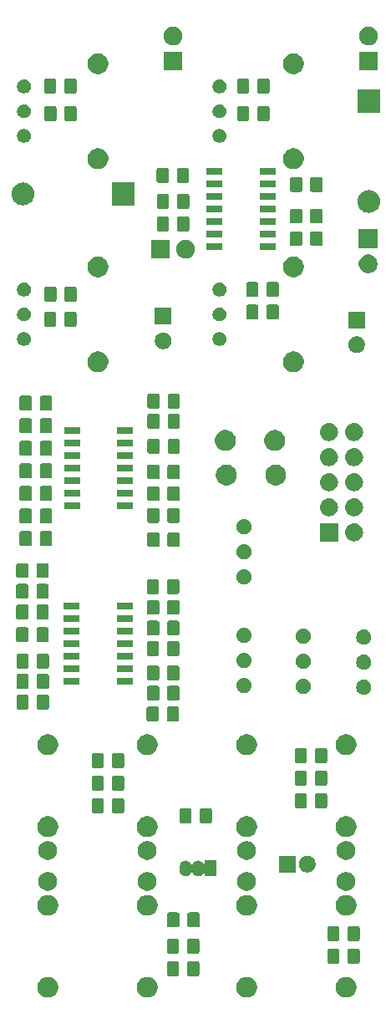
<source format=gbr>
%TF.GenerationSoftware,KiCad,Pcbnew,(5.0.1)-3*%
%TF.CreationDate,2020-04-22T23:17:11+01:00*%
%TF.ProjectId,board,626F6172642E6B696361645F70636200,rev?*%
%TF.SameCoordinates,Original*%
%TF.FileFunction,Soldermask,Bot*%
%TF.FilePolarity,Negative*%
%FSLAX46Y46*%
G04 Gerber Fmt 4.6, Leading zero omitted, Abs format (unit mm)*
G04 Created by KiCad (PCBNEW (5.0.1)-3) date 22/04/2020 23:17:11*
%MOMM*%
%LPD*%
G01*
G04 APERTURE LIST*
%ADD10C,0.400000*%
G04 APERTURE END LIST*
D10*
G36*
X53138565Y-109573389D02*
X53329834Y-109652615D01*
X53501976Y-109767637D01*
X53648363Y-109914024D01*
X53763385Y-110086166D01*
X53842611Y-110277435D01*
X53883000Y-110480484D01*
X53883000Y-110687516D01*
X53842611Y-110890565D01*
X53763385Y-111081834D01*
X53648363Y-111253976D01*
X53501976Y-111400363D01*
X53329834Y-111515385D01*
X53138565Y-111594611D01*
X52935516Y-111635000D01*
X52728484Y-111635000D01*
X52525435Y-111594611D01*
X52334166Y-111515385D01*
X52162024Y-111400363D01*
X52015637Y-111253976D01*
X51900615Y-111081834D01*
X51821389Y-110890565D01*
X51781000Y-110687516D01*
X51781000Y-110480484D01*
X51821389Y-110277435D01*
X51900615Y-110086166D01*
X52015637Y-109914024D01*
X52162024Y-109767637D01*
X52334166Y-109652615D01*
X52525435Y-109573389D01*
X52728484Y-109533000D01*
X52935516Y-109533000D01*
X53138565Y-109573389D01*
X53138565Y-109573389D01*
G37*
G36*
X43063231Y-109573389D02*
X43254500Y-109652615D01*
X43426642Y-109767637D01*
X43573029Y-109914024D01*
X43688051Y-110086166D01*
X43767277Y-110277435D01*
X43807666Y-110480484D01*
X43807666Y-110687516D01*
X43767277Y-110890565D01*
X43688051Y-111081834D01*
X43573029Y-111253976D01*
X43426642Y-111400363D01*
X43254500Y-111515385D01*
X43063231Y-111594611D01*
X42860182Y-111635000D01*
X42653150Y-111635000D01*
X42450101Y-111594611D01*
X42258832Y-111515385D01*
X42086690Y-111400363D01*
X41940303Y-111253976D01*
X41825281Y-111081834D01*
X41746055Y-110890565D01*
X41705666Y-110687516D01*
X41705666Y-110480484D01*
X41746055Y-110277435D01*
X41825281Y-110086166D01*
X41940303Y-109914024D01*
X42086690Y-109767637D01*
X42258832Y-109652615D01*
X42450101Y-109573389D01*
X42653150Y-109533000D01*
X42860182Y-109533000D01*
X43063231Y-109573389D01*
X43063231Y-109573389D01*
G37*
G36*
X32987898Y-109573389D02*
X33179167Y-109652615D01*
X33351309Y-109767637D01*
X33497696Y-109914024D01*
X33612718Y-110086166D01*
X33691944Y-110277435D01*
X33732333Y-110480484D01*
X33732333Y-110687516D01*
X33691944Y-110890565D01*
X33612718Y-111081834D01*
X33497696Y-111253976D01*
X33351309Y-111400363D01*
X33179167Y-111515385D01*
X32987898Y-111594611D01*
X32784849Y-111635000D01*
X32577817Y-111635000D01*
X32374768Y-111594611D01*
X32183499Y-111515385D01*
X32011357Y-111400363D01*
X31864970Y-111253976D01*
X31749948Y-111081834D01*
X31670722Y-110890565D01*
X31630333Y-110687516D01*
X31630333Y-110480484D01*
X31670722Y-110277435D01*
X31749948Y-110086166D01*
X31864970Y-109914024D01*
X32011357Y-109767637D01*
X32183499Y-109652615D01*
X32374768Y-109573389D01*
X32577817Y-109533000D01*
X32784849Y-109533000D01*
X32987898Y-109573389D01*
X32987898Y-109573389D01*
G37*
G36*
X22912565Y-109573389D02*
X23103834Y-109652615D01*
X23275976Y-109767637D01*
X23422363Y-109914024D01*
X23537385Y-110086166D01*
X23616611Y-110277435D01*
X23657000Y-110480484D01*
X23657000Y-110687516D01*
X23616611Y-110890565D01*
X23537385Y-111081834D01*
X23422363Y-111253976D01*
X23275976Y-111400363D01*
X23103834Y-111515385D01*
X22912565Y-111594611D01*
X22709516Y-111635000D01*
X22502484Y-111635000D01*
X22299435Y-111594611D01*
X22108166Y-111515385D01*
X21936024Y-111400363D01*
X21789637Y-111253976D01*
X21674615Y-111081834D01*
X21595389Y-110890565D01*
X21555000Y-110687516D01*
X21555000Y-110480484D01*
X21595389Y-110277435D01*
X21674615Y-110086166D01*
X21789637Y-109914024D01*
X21936024Y-109767637D01*
X22108166Y-109652615D01*
X22299435Y-109573389D01*
X22502484Y-109533000D01*
X22709516Y-109533000D01*
X22912565Y-109573389D01*
X22912565Y-109573389D01*
G37*
G36*
X35760677Y-107965465D02*
X35798364Y-107976898D01*
X35833103Y-107995466D01*
X35863548Y-108020452D01*
X35888534Y-108050897D01*
X35907102Y-108085636D01*
X35918535Y-108123323D01*
X35923000Y-108168661D01*
X35923000Y-109255339D01*
X35918535Y-109300677D01*
X35907102Y-109338364D01*
X35888534Y-109373103D01*
X35863548Y-109403548D01*
X35833103Y-109428534D01*
X35798364Y-109447102D01*
X35760677Y-109458535D01*
X35715339Y-109463000D01*
X34878661Y-109463000D01*
X34833323Y-109458535D01*
X34795636Y-109447102D01*
X34760897Y-109428534D01*
X34730452Y-109403548D01*
X34705466Y-109373103D01*
X34686898Y-109338364D01*
X34675465Y-109300677D01*
X34671000Y-109255339D01*
X34671000Y-108168661D01*
X34675465Y-108123323D01*
X34686898Y-108085636D01*
X34705466Y-108050897D01*
X34730452Y-108020452D01*
X34760897Y-107995466D01*
X34795636Y-107976898D01*
X34833323Y-107965465D01*
X34878661Y-107961000D01*
X35715339Y-107961000D01*
X35760677Y-107965465D01*
X35760677Y-107965465D01*
G37*
G36*
X37810677Y-107965465D02*
X37848364Y-107976898D01*
X37883103Y-107995466D01*
X37913548Y-108020452D01*
X37938534Y-108050897D01*
X37957102Y-108085636D01*
X37968535Y-108123323D01*
X37973000Y-108168661D01*
X37973000Y-109255339D01*
X37968535Y-109300677D01*
X37957102Y-109338364D01*
X37938534Y-109373103D01*
X37913548Y-109403548D01*
X37883103Y-109428534D01*
X37848364Y-109447102D01*
X37810677Y-109458535D01*
X37765339Y-109463000D01*
X36928661Y-109463000D01*
X36883323Y-109458535D01*
X36845636Y-109447102D01*
X36810897Y-109428534D01*
X36780452Y-109403548D01*
X36755466Y-109373103D01*
X36736898Y-109338364D01*
X36725465Y-109300677D01*
X36721000Y-109255339D01*
X36721000Y-108168661D01*
X36725465Y-108123323D01*
X36736898Y-108085636D01*
X36755466Y-108050897D01*
X36780452Y-108020452D01*
X36810897Y-107995466D01*
X36845636Y-107976898D01*
X36883323Y-107965465D01*
X36928661Y-107961000D01*
X37765339Y-107961000D01*
X37810677Y-107965465D01*
X37810677Y-107965465D01*
G37*
G36*
X52016677Y-106695465D02*
X52054364Y-106706898D01*
X52089103Y-106725466D01*
X52119548Y-106750452D01*
X52144534Y-106780897D01*
X52163102Y-106815636D01*
X52174535Y-106853323D01*
X52179000Y-106898661D01*
X52179000Y-107985339D01*
X52174535Y-108030677D01*
X52163102Y-108068364D01*
X52144534Y-108103103D01*
X52119548Y-108133548D01*
X52089103Y-108158534D01*
X52054364Y-108177102D01*
X52016677Y-108188535D01*
X51971339Y-108193000D01*
X51134661Y-108193000D01*
X51089323Y-108188535D01*
X51051636Y-108177102D01*
X51016897Y-108158534D01*
X50986452Y-108133548D01*
X50961466Y-108103103D01*
X50942898Y-108068364D01*
X50931465Y-108030677D01*
X50927000Y-107985339D01*
X50927000Y-106898661D01*
X50931465Y-106853323D01*
X50942898Y-106815636D01*
X50961466Y-106780897D01*
X50986452Y-106750452D01*
X51016897Y-106725466D01*
X51051636Y-106706898D01*
X51089323Y-106695465D01*
X51134661Y-106691000D01*
X51971339Y-106691000D01*
X52016677Y-106695465D01*
X52016677Y-106695465D01*
G37*
G36*
X54066677Y-106695465D02*
X54104364Y-106706898D01*
X54139103Y-106725466D01*
X54169548Y-106750452D01*
X54194534Y-106780897D01*
X54213102Y-106815636D01*
X54224535Y-106853323D01*
X54229000Y-106898661D01*
X54229000Y-107985339D01*
X54224535Y-108030677D01*
X54213102Y-108068364D01*
X54194534Y-108103103D01*
X54169548Y-108133548D01*
X54139103Y-108158534D01*
X54104364Y-108177102D01*
X54066677Y-108188535D01*
X54021339Y-108193000D01*
X53184661Y-108193000D01*
X53139323Y-108188535D01*
X53101636Y-108177102D01*
X53066897Y-108158534D01*
X53036452Y-108133548D01*
X53011466Y-108103103D01*
X52992898Y-108068364D01*
X52981465Y-108030677D01*
X52977000Y-107985339D01*
X52977000Y-106898661D01*
X52981465Y-106853323D01*
X52992898Y-106815636D01*
X53011466Y-106780897D01*
X53036452Y-106750452D01*
X53066897Y-106725466D01*
X53101636Y-106706898D01*
X53139323Y-106695465D01*
X53184661Y-106691000D01*
X54021339Y-106691000D01*
X54066677Y-106695465D01*
X54066677Y-106695465D01*
G37*
G36*
X37810677Y-105679465D02*
X37848364Y-105690898D01*
X37883103Y-105709466D01*
X37913548Y-105734452D01*
X37938534Y-105764897D01*
X37957102Y-105799636D01*
X37968535Y-105837323D01*
X37973000Y-105882661D01*
X37973000Y-106969339D01*
X37968535Y-107014677D01*
X37957102Y-107052364D01*
X37938534Y-107087103D01*
X37913548Y-107117548D01*
X37883103Y-107142534D01*
X37848364Y-107161102D01*
X37810677Y-107172535D01*
X37765339Y-107177000D01*
X36928661Y-107177000D01*
X36883323Y-107172535D01*
X36845636Y-107161102D01*
X36810897Y-107142534D01*
X36780452Y-107117548D01*
X36755466Y-107087103D01*
X36736898Y-107052364D01*
X36725465Y-107014677D01*
X36721000Y-106969339D01*
X36721000Y-105882661D01*
X36725465Y-105837323D01*
X36736898Y-105799636D01*
X36755466Y-105764897D01*
X36780452Y-105734452D01*
X36810897Y-105709466D01*
X36845636Y-105690898D01*
X36883323Y-105679465D01*
X36928661Y-105675000D01*
X37765339Y-105675000D01*
X37810677Y-105679465D01*
X37810677Y-105679465D01*
G37*
G36*
X35760677Y-105679465D02*
X35798364Y-105690898D01*
X35833103Y-105709466D01*
X35863548Y-105734452D01*
X35888534Y-105764897D01*
X35907102Y-105799636D01*
X35918535Y-105837323D01*
X35923000Y-105882661D01*
X35923000Y-106969339D01*
X35918535Y-107014677D01*
X35907102Y-107052364D01*
X35888534Y-107087103D01*
X35863548Y-107117548D01*
X35833103Y-107142534D01*
X35798364Y-107161102D01*
X35760677Y-107172535D01*
X35715339Y-107177000D01*
X34878661Y-107177000D01*
X34833323Y-107172535D01*
X34795636Y-107161102D01*
X34760897Y-107142534D01*
X34730452Y-107117548D01*
X34705466Y-107087103D01*
X34686898Y-107052364D01*
X34675465Y-107014677D01*
X34671000Y-106969339D01*
X34671000Y-105882661D01*
X34675465Y-105837323D01*
X34686898Y-105799636D01*
X34705466Y-105764897D01*
X34730452Y-105734452D01*
X34760897Y-105709466D01*
X34795636Y-105690898D01*
X34833323Y-105679465D01*
X34878661Y-105675000D01*
X35715339Y-105675000D01*
X35760677Y-105679465D01*
X35760677Y-105679465D01*
G37*
G36*
X54066677Y-104409465D02*
X54104364Y-104420898D01*
X54139103Y-104439466D01*
X54169548Y-104464452D01*
X54194534Y-104494897D01*
X54213102Y-104529636D01*
X54224535Y-104567323D01*
X54229000Y-104612661D01*
X54229000Y-105699339D01*
X54224535Y-105744677D01*
X54213102Y-105782364D01*
X54194534Y-105817103D01*
X54169548Y-105847548D01*
X54139103Y-105872534D01*
X54104364Y-105891102D01*
X54066677Y-105902535D01*
X54021339Y-105907000D01*
X53184661Y-105907000D01*
X53139323Y-105902535D01*
X53101636Y-105891102D01*
X53066897Y-105872534D01*
X53036452Y-105847548D01*
X53011466Y-105817103D01*
X52992898Y-105782364D01*
X52981465Y-105744677D01*
X52977000Y-105699339D01*
X52977000Y-104612661D01*
X52981465Y-104567323D01*
X52992898Y-104529636D01*
X53011466Y-104494897D01*
X53036452Y-104464452D01*
X53066897Y-104439466D01*
X53101636Y-104420898D01*
X53139323Y-104409465D01*
X53184661Y-104405000D01*
X54021339Y-104405000D01*
X54066677Y-104409465D01*
X54066677Y-104409465D01*
G37*
G36*
X52016677Y-104409465D02*
X52054364Y-104420898D01*
X52089103Y-104439466D01*
X52119548Y-104464452D01*
X52144534Y-104494897D01*
X52163102Y-104529636D01*
X52174535Y-104567323D01*
X52179000Y-104612661D01*
X52179000Y-105699339D01*
X52174535Y-105744677D01*
X52163102Y-105782364D01*
X52144534Y-105817103D01*
X52119548Y-105847548D01*
X52089103Y-105872534D01*
X52054364Y-105891102D01*
X52016677Y-105902535D01*
X51971339Y-105907000D01*
X51134661Y-105907000D01*
X51089323Y-105902535D01*
X51051636Y-105891102D01*
X51016897Y-105872534D01*
X50986452Y-105847548D01*
X50961466Y-105817103D01*
X50942898Y-105782364D01*
X50931465Y-105744677D01*
X50927000Y-105699339D01*
X50927000Y-104612661D01*
X50931465Y-104567323D01*
X50942898Y-104529636D01*
X50961466Y-104494897D01*
X50986452Y-104464452D01*
X51016897Y-104439466D01*
X51051636Y-104420898D01*
X51089323Y-104409465D01*
X51134661Y-104405000D01*
X51971339Y-104405000D01*
X52016677Y-104409465D01*
X52016677Y-104409465D01*
G37*
G36*
X35788677Y-103003465D02*
X35826364Y-103014898D01*
X35861103Y-103033466D01*
X35891548Y-103058452D01*
X35916534Y-103088897D01*
X35935102Y-103123636D01*
X35946535Y-103161323D01*
X35951000Y-103206661D01*
X35951000Y-104293339D01*
X35946535Y-104338677D01*
X35935102Y-104376364D01*
X35916534Y-104411103D01*
X35891548Y-104441548D01*
X35861103Y-104466534D01*
X35826364Y-104485102D01*
X35788677Y-104496535D01*
X35743339Y-104501000D01*
X34906661Y-104501000D01*
X34861323Y-104496535D01*
X34823636Y-104485102D01*
X34788897Y-104466534D01*
X34758452Y-104441548D01*
X34733466Y-104411103D01*
X34714898Y-104376364D01*
X34703465Y-104338677D01*
X34699000Y-104293339D01*
X34699000Y-103206661D01*
X34703465Y-103161323D01*
X34714898Y-103123636D01*
X34733466Y-103088897D01*
X34758452Y-103058452D01*
X34788897Y-103033466D01*
X34823636Y-103014898D01*
X34861323Y-103003465D01*
X34906661Y-102999000D01*
X35743339Y-102999000D01*
X35788677Y-103003465D01*
X35788677Y-103003465D01*
G37*
G36*
X37838677Y-103003465D02*
X37876364Y-103014898D01*
X37911103Y-103033466D01*
X37941548Y-103058452D01*
X37966534Y-103088897D01*
X37985102Y-103123636D01*
X37996535Y-103161323D01*
X38001000Y-103206661D01*
X38001000Y-104293339D01*
X37996535Y-104338677D01*
X37985102Y-104376364D01*
X37966534Y-104411103D01*
X37941548Y-104441548D01*
X37911103Y-104466534D01*
X37876364Y-104485102D01*
X37838677Y-104496535D01*
X37793339Y-104501000D01*
X36956661Y-104501000D01*
X36911323Y-104496535D01*
X36873636Y-104485102D01*
X36838897Y-104466534D01*
X36808452Y-104441548D01*
X36783466Y-104411103D01*
X36764898Y-104376364D01*
X36753465Y-104338677D01*
X36749000Y-104293339D01*
X36749000Y-103206661D01*
X36753465Y-103161323D01*
X36764898Y-103123636D01*
X36783466Y-103088897D01*
X36808452Y-103058452D01*
X36838897Y-103033466D01*
X36873636Y-103014898D01*
X36911323Y-103003465D01*
X36956661Y-102999000D01*
X37793339Y-102999000D01*
X37838677Y-103003465D01*
X37838677Y-103003465D01*
G37*
G36*
X32987898Y-101273389D02*
X33179167Y-101352615D01*
X33351309Y-101467637D01*
X33497696Y-101614024D01*
X33612718Y-101786166D01*
X33691944Y-101977435D01*
X33732333Y-102180484D01*
X33732333Y-102387516D01*
X33691944Y-102590565D01*
X33612718Y-102781834D01*
X33497696Y-102953976D01*
X33351309Y-103100363D01*
X33179167Y-103215385D01*
X32987898Y-103294611D01*
X32784849Y-103335000D01*
X32577817Y-103335000D01*
X32374768Y-103294611D01*
X32183499Y-103215385D01*
X32011357Y-103100363D01*
X31864970Y-102953976D01*
X31749948Y-102781834D01*
X31670722Y-102590565D01*
X31630333Y-102387516D01*
X31630333Y-102180484D01*
X31670722Y-101977435D01*
X31749948Y-101786166D01*
X31864970Y-101614024D01*
X32011357Y-101467637D01*
X32183499Y-101352615D01*
X32374768Y-101273389D01*
X32577817Y-101233000D01*
X32784849Y-101233000D01*
X32987898Y-101273389D01*
X32987898Y-101273389D01*
G37*
G36*
X53138565Y-101273389D02*
X53329834Y-101352615D01*
X53501976Y-101467637D01*
X53648363Y-101614024D01*
X53763385Y-101786166D01*
X53842611Y-101977435D01*
X53883000Y-102180484D01*
X53883000Y-102387516D01*
X53842611Y-102590565D01*
X53763385Y-102781834D01*
X53648363Y-102953976D01*
X53501976Y-103100363D01*
X53329834Y-103215385D01*
X53138565Y-103294611D01*
X52935516Y-103335000D01*
X52728484Y-103335000D01*
X52525435Y-103294611D01*
X52334166Y-103215385D01*
X52162024Y-103100363D01*
X52015637Y-102953976D01*
X51900615Y-102781834D01*
X51821389Y-102590565D01*
X51781000Y-102387516D01*
X51781000Y-102180484D01*
X51821389Y-101977435D01*
X51900615Y-101786166D01*
X52015637Y-101614024D01*
X52162024Y-101467637D01*
X52334166Y-101352615D01*
X52525435Y-101273389D01*
X52728484Y-101233000D01*
X52935516Y-101233000D01*
X53138565Y-101273389D01*
X53138565Y-101273389D01*
G37*
G36*
X43063231Y-101273389D02*
X43254500Y-101352615D01*
X43426642Y-101467637D01*
X43573029Y-101614024D01*
X43688051Y-101786166D01*
X43767277Y-101977435D01*
X43807666Y-102180484D01*
X43807666Y-102387516D01*
X43767277Y-102590565D01*
X43688051Y-102781834D01*
X43573029Y-102953976D01*
X43426642Y-103100363D01*
X43254500Y-103215385D01*
X43063231Y-103294611D01*
X42860182Y-103335000D01*
X42653150Y-103335000D01*
X42450101Y-103294611D01*
X42258832Y-103215385D01*
X42086690Y-103100363D01*
X41940303Y-102953976D01*
X41825281Y-102781834D01*
X41746055Y-102590565D01*
X41705666Y-102387516D01*
X41705666Y-102180484D01*
X41746055Y-101977435D01*
X41825281Y-101786166D01*
X41940303Y-101614024D01*
X42086690Y-101467637D01*
X42258832Y-101352615D01*
X42450101Y-101273389D01*
X42653150Y-101233000D01*
X42860182Y-101233000D01*
X43063231Y-101273389D01*
X43063231Y-101273389D01*
G37*
G36*
X22912565Y-101273389D02*
X23103834Y-101352615D01*
X23275976Y-101467637D01*
X23422363Y-101614024D01*
X23537385Y-101786166D01*
X23616611Y-101977435D01*
X23657000Y-102180484D01*
X23657000Y-102387516D01*
X23616611Y-102590565D01*
X23537385Y-102781834D01*
X23422363Y-102953976D01*
X23275976Y-103100363D01*
X23103834Y-103215385D01*
X22912565Y-103294611D01*
X22709516Y-103335000D01*
X22502484Y-103335000D01*
X22299435Y-103294611D01*
X22108166Y-103215385D01*
X21936024Y-103100363D01*
X21789637Y-102953976D01*
X21674615Y-102781834D01*
X21595389Y-102590565D01*
X21555000Y-102387516D01*
X21555000Y-102180484D01*
X21595389Y-101977435D01*
X21674615Y-101786166D01*
X21789637Y-101614024D01*
X21936024Y-101467637D01*
X22108166Y-101352615D01*
X22299435Y-101273389D01*
X22502484Y-101233000D01*
X22709516Y-101233000D01*
X22912565Y-101273389D01*
X22912565Y-101273389D01*
G37*
G36*
X53109396Y-98949546D02*
X53282466Y-99021234D01*
X53438230Y-99125312D01*
X53570688Y-99257770D01*
X53674766Y-99413534D01*
X53746454Y-99586604D01*
X53783000Y-99770333D01*
X53783000Y-99957667D01*
X53746454Y-100141396D01*
X53674766Y-100314466D01*
X53570688Y-100470230D01*
X53438230Y-100602688D01*
X53282466Y-100706766D01*
X53109396Y-100778454D01*
X52925667Y-100815000D01*
X52738333Y-100815000D01*
X52554604Y-100778454D01*
X52381534Y-100706766D01*
X52225770Y-100602688D01*
X52093312Y-100470230D01*
X51989234Y-100314466D01*
X51917546Y-100141396D01*
X51881000Y-99957667D01*
X51881000Y-99770333D01*
X51917546Y-99586604D01*
X51989234Y-99413534D01*
X52093312Y-99257770D01*
X52225770Y-99125312D01*
X52381534Y-99021234D01*
X52554604Y-98949546D01*
X52738333Y-98913000D01*
X52925667Y-98913000D01*
X53109396Y-98949546D01*
X53109396Y-98949546D01*
G37*
G36*
X22883396Y-98949546D02*
X23056466Y-99021234D01*
X23212230Y-99125312D01*
X23344688Y-99257770D01*
X23448766Y-99413534D01*
X23520454Y-99586604D01*
X23557000Y-99770333D01*
X23557000Y-99957667D01*
X23520454Y-100141396D01*
X23448766Y-100314466D01*
X23344688Y-100470230D01*
X23212230Y-100602688D01*
X23056466Y-100706766D01*
X22883396Y-100778454D01*
X22699667Y-100815000D01*
X22512333Y-100815000D01*
X22328604Y-100778454D01*
X22155534Y-100706766D01*
X21999770Y-100602688D01*
X21867312Y-100470230D01*
X21763234Y-100314466D01*
X21691546Y-100141396D01*
X21655000Y-99957667D01*
X21655000Y-99770333D01*
X21691546Y-99586604D01*
X21763234Y-99413534D01*
X21867312Y-99257770D01*
X21999770Y-99125312D01*
X22155534Y-99021234D01*
X22328604Y-98949546D01*
X22512333Y-98913000D01*
X22699667Y-98913000D01*
X22883396Y-98949546D01*
X22883396Y-98949546D01*
G37*
G36*
X32958729Y-98949546D02*
X33131799Y-99021234D01*
X33287563Y-99125312D01*
X33420021Y-99257770D01*
X33524099Y-99413534D01*
X33595787Y-99586604D01*
X33632333Y-99770333D01*
X33632333Y-99957667D01*
X33595787Y-100141396D01*
X33524099Y-100314466D01*
X33420021Y-100470230D01*
X33287563Y-100602688D01*
X33131799Y-100706766D01*
X32958729Y-100778454D01*
X32775000Y-100815000D01*
X32587666Y-100815000D01*
X32403937Y-100778454D01*
X32230867Y-100706766D01*
X32075103Y-100602688D01*
X31942645Y-100470230D01*
X31838567Y-100314466D01*
X31766879Y-100141396D01*
X31730333Y-99957667D01*
X31730333Y-99770333D01*
X31766879Y-99586604D01*
X31838567Y-99413534D01*
X31942645Y-99257770D01*
X32075103Y-99125312D01*
X32230867Y-99021234D01*
X32403937Y-98949546D01*
X32587666Y-98913000D01*
X32775000Y-98913000D01*
X32958729Y-98949546D01*
X32958729Y-98949546D01*
G37*
G36*
X43034062Y-98949546D02*
X43207132Y-99021234D01*
X43362896Y-99125312D01*
X43495354Y-99257770D01*
X43599432Y-99413534D01*
X43671120Y-99586604D01*
X43707666Y-99770333D01*
X43707666Y-99957667D01*
X43671120Y-100141396D01*
X43599432Y-100314466D01*
X43495354Y-100470230D01*
X43362896Y-100602688D01*
X43207132Y-100706766D01*
X43034062Y-100778454D01*
X42850333Y-100815000D01*
X42662999Y-100815000D01*
X42479270Y-100778454D01*
X42306200Y-100706766D01*
X42150436Y-100602688D01*
X42017978Y-100470230D01*
X41913900Y-100314466D01*
X41842212Y-100141396D01*
X41805666Y-99957667D01*
X41805666Y-99770333D01*
X41842212Y-99586604D01*
X41913900Y-99413534D01*
X42017978Y-99257770D01*
X42150436Y-99125312D01*
X42306200Y-99021234D01*
X42479270Y-98949546D01*
X42662999Y-98913000D01*
X42850333Y-98913000D01*
X43034062Y-98949546D01*
X43034062Y-98949546D01*
G37*
G36*
X37958916Y-97759334D02*
X38067492Y-97792271D01*
X38167557Y-97845756D01*
X38255264Y-97917736D01*
X38318374Y-97994635D01*
X38335701Y-98011962D01*
X38356076Y-98025576D01*
X38378715Y-98034954D01*
X38402748Y-98039734D01*
X38427252Y-98039734D01*
X38451286Y-98034953D01*
X38473925Y-98025576D01*
X38494299Y-98011962D01*
X38511626Y-97994635D01*
X38525240Y-97974260D01*
X38534618Y-97951621D01*
X38540000Y-97915336D01*
X38540000Y-97751000D01*
X39692000Y-97751000D01*
X39692000Y-99353000D01*
X38540000Y-99353000D01*
X38540000Y-99188663D01*
X38537598Y-99164277D01*
X38530485Y-99140828D01*
X38518934Y-99119217D01*
X38503388Y-99100275D01*
X38484446Y-99084729D01*
X38462835Y-99073178D01*
X38439386Y-99066065D01*
X38415000Y-99063663D01*
X38390614Y-99066065D01*
X38367165Y-99073178D01*
X38345554Y-99084729D01*
X38318377Y-99109361D01*
X38255264Y-99186264D01*
X38167556Y-99258244D01*
X38067491Y-99311729D01*
X37958915Y-99344666D01*
X37846000Y-99355787D01*
X37733084Y-99344666D01*
X37624508Y-99311729D01*
X37524443Y-99258244D01*
X37436736Y-99186264D01*
X37364756Y-99098556D01*
X37321240Y-99017142D01*
X37307627Y-98996767D01*
X37290299Y-98979440D01*
X37269925Y-98965826D01*
X37247286Y-98956449D01*
X37223253Y-98951668D01*
X37198748Y-98951668D01*
X37174715Y-98956448D01*
X37152076Y-98965826D01*
X37131701Y-98979439D01*
X37114374Y-98996767D01*
X37100767Y-99017131D01*
X37057244Y-99098557D01*
X36985264Y-99186264D01*
X36897556Y-99258244D01*
X36797491Y-99311729D01*
X36688915Y-99344666D01*
X36576000Y-99355787D01*
X36463084Y-99344666D01*
X36354508Y-99311729D01*
X36254443Y-99258244D01*
X36166736Y-99186264D01*
X36094756Y-99098556D01*
X36041271Y-98998491D01*
X36008334Y-98889915D01*
X36000000Y-98805297D01*
X36000000Y-98298702D01*
X36008334Y-98214084D01*
X36041271Y-98105508D01*
X36078983Y-98034954D01*
X36094755Y-98005446D01*
X36120349Y-97974260D01*
X36166737Y-97917736D01*
X36254444Y-97845756D01*
X36354509Y-97792271D01*
X36463085Y-97759334D01*
X36576000Y-97748213D01*
X36688916Y-97759334D01*
X36797492Y-97792271D01*
X36897557Y-97845756D01*
X36985264Y-97917736D01*
X37057244Y-98005443D01*
X37100760Y-98086857D01*
X37114373Y-98107232D01*
X37131701Y-98124559D01*
X37152075Y-98138173D01*
X37174714Y-98147550D01*
X37198747Y-98152331D01*
X37223252Y-98152331D01*
X37247285Y-98147551D01*
X37269924Y-98138173D01*
X37290299Y-98124560D01*
X37307626Y-98107232D01*
X37321240Y-98086857D01*
X37364755Y-98005446D01*
X37390349Y-97974260D01*
X37436737Y-97917736D01*
X37524444Y-97845756D01*
X37624509Y-97792271D01*
X37733085Y-97759334D01*
X37846000Y-97748213D01*
X37958916Y-97759334D01*
X37958916Y-97759334D01*
G37*
G36*
X47751000Y-98951000D02*
X46049000Y-98951000D01*
X46049000Y-97249000D01*
X47751000Y-97249000D01*
X47751000Y-98951000D01*
X47751000Y-98951000D01*
G37*
G36*
X49148228Y-97281703D02*
X49303100Y-97345853D01*
X49442481Y-97438985D01*
X49561015Y-97557519D01*
X49654147Y-97696900D01*
X49718297Y-97851772D01*
X49751000Y-98016184D01*
X49751000Y-98183816D01*
X49718297Y-98348228D01*
X49654147Y-98503100D01*
X49561015Y-98642481D01*
X49442481Y-98761015D01*
X49303100Y-98854147D01*
X49148228Y-98918297D01*
X48983816Y-98951000D01*
X48816184Y-98951000D01*
X48651772Y-98918297D01*
X48496900Y-98854147D01*
X48357519Y-98761015D01*
X48238985Y-98642481D01*
X48145853Y-98503100D01*
X48081703Y-98348228D01*
X48049000Y-98183816D01*
X48049000Y-98016184D01*
X48081703Y-97851772D01*
X48145853Y-97696900D01*
X48238985Y-97557519D01*
X48357519Y-97438985D01*
X48496900Y-97345853D01*
X48651772Y-97281703D01*
X48816184Y-97249000D01*
X48983816Y-97249000D01*
X49148228Y-97281703D01*
X49148228Y-97281703D01*
G37*
G36*
X43034062Y-95817546D02*
X43207132Y-95889234D01*
X43362896Y-95993312D01*
X43495354Y-96125770D01*
X43599432Y-96281534D01*
X43671120Y-96454604D01*
X43707666Y-96638333D01*
X43707666Y-96825667D01*
X43671120Y-97009396D01*
X43599432Y-97182466D01*
X43495354Y-97338230D01*
X43362896Y-97470688D01*
X43207132Y-97574766D01*
X43034062Y-97646454D01*
X42850333Y-97683000D01*
X42662999Y-97683000D01*
X42479270Y-97646454D01*
X42306200Y-97574766D01*
X42150436Y-97470688D01*
X42017978Y-97338230D01*
X41913900Y-97182466D01*
X41842212Y-97009396D01*
X41805666Y-96825667D01*
X41805666Y-96638333D01*
X41842212Y-96454604D01*
X41913900Y-96281534D01*
X42017978Y-96125770D01*
X42150436Y-95993312D01*
X42306200Y-95889234D01*
X42479270Y-95817546D01*
X42662999Y-95781000D01*
X42850333Y-95781000D01*
X43034062Y-95817546D01*
X43034062Y-95817546D01*
G37*
G36*
X22883396Y-95817546D02*
X23056466Y-95889234D01*
X23212230Y-95993312D01*
X23344688Y-96125770D01*
X23448766Y-96281534D01*
X23520454Y-96454604D01*
X23557000Y-96638333D01*
X23557000Y-96825667D01*
X23520454Y-97009396D01*
X23448766Y-97182466D01*
X23344688Y-97338230D01*
X23212230Y-97470688D01*
X23056466Y-97574766D01*
X22883396Y-97646454D01*
X22699667Y-97683000D01*
X22512333Y-97683000D01*
X22328604Y-97646454D01*
X22155534Y-97574766D01*
X21999770Y-97470688D01*
X21867312Y-97338230D01*
X21763234Y-97182466D01*
X21691546Y-97009396D01*
X21655000Y-96825667D01*
X21655000Y-96638333D01*
X21691546Y-96454604D01*
X21763234Y-96281534D01*
X21867312Y-96125770D01*
X21999770Y-95993312D01*
X22155534Y-95889234D01*
X22328604Y-95817546D01*
X22512333Y-95781000D01*
X22699667Y-95781000D01*
X22883396Y-95817546D01*
X22883396Y-95817546D01*
G37*
G36*
X53109396Y-95817546D02*
X53282466Y-95889234D01*
X53438230Y-95993312D01*
X53570688Y-96125770D01*
X53674766Y-96281534D01*
X53746454Y-96454604D01*
X53783000Y-96638333D01*
X53783000Y-96825667D01*
X53746454Y-97009396D01*
X53674766Y-97182466D01*
X53570688Y-97338230D01*
X53438230Y-97470688D01*
X53282466Y-97574766D01*
X53109396Y-97646454D01*
X52925667Y-97683000D01*
X52738333Y-97683000D01*
X52554604Y-97646454D01*
X52381534Y-97574766D01*
X52225770Y-97470688D01*
X52093312Y-97338230D01*
X51989234Y-97182466D01*
X51917546Y-97009396D01*
X51881000Y-96825667D01*
X51881000Y-96638333D01*
X51917546Y-96454604D01*
X51989234Y-96281534D01*
X52093312Y-96125770D01*
X52225770Y-95993312D01*
X52381534Y-95889234D01*
X52554604Y-95817546D01*
X52738333Y-95781000D01*
X52925667Y-95781000D01*
X53109396Y-95817546D01*
X53109396Y-95817546D01*
G37*
G36*
X32958729Y-95817546D02*
X33131799Y-95889234D01*
X33287563Y-95993312D01*
X33420021Y-96125770D01*
X33524099Y-96281534D01*
X33595787Y-96454604D01*
X33632333Y-96638333D01*
X33632333Y-96825667D01*
X33595787Y-97009396D01*
X33524099Y-97182466D01*
X33420021Y-97338230D01*
X33287563Y-97470688D01*
X33131799Y-97574766D01*
X32958729Y-97646454D01*
X32775000Y-97683000D01*
X32587666Y-97683000D01*
X32403937Y-97646454D01*
X32230867Y-97574766D01*
X32075103Y-97470688D01*
X31942645Y-97338230D01*
X31838567Y-97182466D01*
X31766879Y-97009396D01*
X31730333Y-96825667D01*
X31730333Y-96638333D01*
X31766879Y-96454604D01*
X31838567Y-96281534D01*
X31942645Y-96125770D01*
X32075103Y-95993312D01*
X32230867Y-95889234D01*
X32403937Y-95817546D01*
X32587666Y-95781000D01*
X32775000Y-95781000D01*
X32958729Y-95817546D01*
X32958729Y-95817546D01*
G37*
G36*
X53138565Y-93301389D02*
X53329834Y-93380615D01*
X53501976Y-93495637D01*
X53648363Y-93642024D01*
X53763385Y-93814166D01*
X53842611Y-94005435D01*
X53883000Y-94208484D01*
X53883000Y-94415516D01*
X53842611Y-94618565D01*
X53763385Y-94809834D01*
X53648363Y-94981976D01*
X53501976Y-95128363D01*
X53329834Y-95243385D01*
X53138565Y-95322611D01*
X52935516Y-95363000D01*
X52728484Y-95363000D01*
X52525435Y-95322611D01*
X52334166Y-95243385D01*
X52162024Y-95128363D01*
X52015637Y-94981976D01*
X51900615Y-94809834D01*
X51821389Y-94618565D01*
X51781000Y-94415516D01*
X51781000Y-94208484D01*
X51821389Y-94005435D01*
X51900615Y-93814166D01*
X52015637Y-93642024D01*
X52162024Y-93495637D01*
X52334166Y-93380615D01*
X52525435Y-93301389D01*
X52728484Y-93261000D01*
X52935516Y-93261000D01*
X53138565Y-93301389D01*
X53138565Y-93301389D01*
G37*
G36*
X22912565Y-93301389D02*
X23103834Y-93380615D01*
X23275976Y-93495637D01*
X23422363Y-93642024D01*
X23537385Y-93814166D01*
X23616611Y-94005435D01*
X23657000Y-94208484D01*
X23657000Y-94415516D01*
X23616611Y-94618565D01*
X23537385Y-94809834D01*
X23422363Y-94981976D01*
X23275976Y-95128363D01*
X23103834Y-95243385D01*
X22912565Y-95322611D01*
X22709516Y-95363000D01*
X22502484Y-95363000D01*
X22299435Y-95322611D01*
X22108166Y-95243385D01*
X21936024Y-95128363D01*
X21789637Y-94981976D01*
X21674615Y-94809834D01*
X21595389Y-94618565D01*
X21555000Y-94415516D01*
X21555000Y-94208484D01*
X21595389Y-94005435D01*
X21674615Y-93814166D01*
X21789637Y-93642024D01*
X21936024Y-93495637D01*
X22108166Y-93380615D01*
X22299435Y-93301389D01*
X22502484Y-93261000D01*
X22709516Y-93261000D01*
X22912565Y-93301389D01*
X22912565Y-93301389D01*
G37*
G36*
X32987898Y-93301389D02*
X33179167Y-93380615D01*
X33351309Y-93495637D01*
X33497696Y-93642024D01*
X33612718Y-93814166D01*
X33691944Y-94005435D01*
X33732333Y-94208484D01*
X33732333Y-94415516D01*
X33691944Y-94618565D01*
X33612718Y-94809834D01*
X33497696Y-94981976D01*
X33351309Y-95128363D01*
X33179167Y-95243385D01*
X32987898Y-95322611D01*
X32784849Y-95363000D01*
X32577817Y-95363000D01*
X32374768Y-95322611D01*
X32183499Y-95243385D01*
X32011357Y-95128363D01*
X31864970Y-94981976D01*
X31749948Y-94809834D01*
X31670722Y-94618565D01*
X31630333Y-94415516D01*
X31630333Y-94208484D01*
X31670722Y-94005435D01*
X31749948Y-93814166D01*
X31864970Y-93642024D01*
X32011357Y-93495637D01*
X32183499Y-93380615D01*
X32374768Y-93301389D01*
X32577817Y-93261000D01*
X32784849Y-93261000D01*
X32987898Y-93301389D01*
X32987898Y-93301389D01*
G37*
G36*
X43063231Y-93301389D02*
X43254500Y-93380615D01*
X43426642Y-93495637D01*
X43573029Y-93642024D01*
X43688051Y-93814166D01*
X43767277Y-94005435D01*
X43807666Y-94208484D01*
X43807666Y-94415516D01*
X43767277Y-94618565D01*
X43688051Y-94809834D01*
X43573029Y-94981976D01*
X43426642Y-95128363D01*
X43254500Y-95243385D01*
X43063231Y-95322611D01*
X42860182Y-95363000D01*
X42653150Y-95363000D01*
X42450101Y-95322611D01*
X42258832Y-95243385D01*
X42086690Y-95128363D01*
X41940303Y-94981976D01*
X41825281Y-94809834D01*
X41746055Y-94618565D01*
X41705666Y-94415516D01*
X41705666Y-94208484D01*
X41746055Y-94005435D01*
X41825281Y-93814166D01*
X41940303Y-93642024D01*
X42086690Y-93495637D01*
X42258832Y-93380615D01*
X42450101Y-93301389D01*
X42653150Y-93261000D01*
X42860182Y-93261000D01*
X43063231Y-93301389D01*
X43063231Y-93301389D01*
G37*
G36*
X39080677Y-92471465D02*
X39118364Y-92482898D01*
X39153103Y-92501466D01*
X39183548Y-92526452D01*
X39208534Y-92556897D01*
X39227102Y-92591636D01*
X39238535Y-92629323D01*
X39243000Y-92674661D01*
X39243000Y-93761339D01*
X39238535Y-93806677D01*
X39227102Y-93844364D01*
X39208534Y-93879103D01*
X39183548Y-93909548D01*
X39153103Y-93934534D01*
X39118364Y-93953102D01*
X39080677Y-93964535D01*
X39035339Y-93969000D01*
X38198661Y-93969000D01*
X38153323Y-93964535D01*
X38115636Y-93953102D01*
X38080897Y-93934534D01*
X38050452Y-93909548D01*
X38025466Y-93879103D01*
X38006898Y-93844364D01*
X37995465Y-93806677D01*
X37991000Y-93761339D01*
X37991000Y-92674661D01*
X37995465Y-92629323D01*
X38006898Y-92591636D01*
X38025466Y-92556897D01*
X38050452Y-92526452D01*
X38080897Y-92501466D01*
X38115636Y-92482898D01*
X38153323Y-92471465D01*
X38198661Y-92467000D01*
X39035339Y-92467000D01*
X39080677Y-92471465D01*
X39080677Y-92471465D01*
G37*
G36*
X37030677Y-92471465D02*
X37068364Y-92482898D01*
X37103103Y-92501466D01*
X37133548Y-92526452D01*
X37158534Y-92556897D01*
X37177102Y-92591636D01*
X37188535Y-92629323D01*
X37193000Y-92674661D01*
X37193000Y-93761339D01*
X37188535Y-93806677D01*
X37177102Y-93844364D01*
X37158534Y-93879103D01*
X37133548Y-93909548D01*
X37103103Y-93934534D01*
X37068364Y-93953102D01*
X37030677Y-93964535D01*
X36985339Y-93969000D01*
X36148661Y-93969000D01*
X36103323Y-93964535D01*
X36065636Y-93953102D01*
X36030897Y-93934534D01*
X36000452Y-93909548D01*
X35975466Y-93879103D01*
X35956898Y-93844364D01*
X35945465Y-93806677D01*
X35941000Y-93761339D01*
X35941000Y-92674661D01*
X35945465Y-92629323D01*
X35956898Y-92591636D01*
X35975466Y-92556897D01*
X36000452Y-92526452D01*
X36030897Y-92501466D01*
X36065636Y-92482898D01*
X36103323Y-92471465D01*
X36148661Y-92467000D01*
X36985339Y-92467000D01*
X37030677Y-92471465D01*
X37030677Y-92471465D01*
G37*
G36*
X28140677Y-91455465D02*
X28178364Y-91466898D01*
X28213103Y-91485466D01*
X28243548Y-91510452D01*
X28268534Y-91540897D01*
X28287102Y-91575636D01*
X28298535Y-91613323D01*
X28303000Y-91658661D01*
X28303000Y-92745339D01*
X28298535Y-92790677D01*
X28287102Y-92828364D01*
X28268534Y-92863103D01*
X28243548Y-92893548D01*
X28213103Y-92918534D01*
X28178364Y-92937102D01*
X28140677Y-92948535D01*
X28095339Y-92953000D01*
X27258661Y-92953000D01*
X27213323Y-92948535D01*
X27175636Y-92937102D01*
X27140897Y-92918534D01*
X27110452Y-92893548D01*
X27085466Y-92863103D01*
X27066898Y-92828364D01*
X27055465Y-92790677D01*
X27051000Y-92745339D01*
X27051000Y-91658661D01*
X27055465Y-91613323D01*
X27066898Y-91575636D01*
X27085466Y-91540897D01*
X27110452Y-91510452D01*
X27140897Y-91485466D01*
X27175636Y-91466898D01*
X27213323Y-91455465D01*
X27258661Y-91451000D01*
X28095339Y-91451000D01*
X28140677Y-91455465D01*
X28140677Y-91455465D01*
G37*
G36*
X30190677Y-91455465D02*
X30228364Y-91466898D01*
X30263103Y-91485466D01*
X30293548Y-91510452D01*
X30318534Y-91540897D01*
X30337102Y-91575636D01*
X30348535Y-91613323D01*
X30353000Y-91658661D01*
X30353000Y-92745339D01*
X30348535Y-92790677D01*
X30337102Y-92828364D01*
X30318534Y-92863103D01*
X30293548Y-92893548D01*
X30263103Y-92918534D01*
X30228364Y-92937102D01*
X30190677Y-92948535D01*
X30145339Y-92953000D01*
X29308661Y-92953000D01*
X29263323Y-92948535D01*
X29225636Y-92937102D01*
X29190897Y-92918534D01*
X29160452Y-92893548D01*
X29135466Y-92863103D01*
X29116898Y-92828364D01*
X29105465Y-92790677D01*
X29101000Y-92745339D01*
X29101000Y-91658661D01*
X29105465Y-91613323D01*
X29116898Y-91575636D01*
X29135466Y-91540897D01*
X29160452Y-91510452D01*
X29190897Y-91485466D01*
X29225636Y-91466898D01*
X29263323Y-91455465D01*
X29308661Y-91451000D01*
X30145339Y-91451000D01*
X30190677Y-91455465D01*
X30190677Y-91455465D01*
G37*
G36*
X48714677Y-90947465D02*
X48752364Y-90958898D01*
X48787103Y-90977466D01*
X48817548Y-91002452D01*
X48842534Y-91032897D01*
X48861102Y-91067636D01*
X48872535Y-91105323D01*
X48877000Y-91150661D01*
X48877000Y-92237339D01*
X48872535Y-92282677D01*
X48861102Y-92320364D01*
X48842534Y-92355103D01*
X48817548Y-92385548D01*
X48787103Y-92410534D01*
X48752364Y-92429102D01*
X48714677Y-92440535D01*
X48669339Y-92445000D01*
X47832661Y-92445000D01*
X47787323Y-92440535D01*
X47749636Y-92429102D01*
X47714897Y-92410534D01*
X47684452Y-92385548D01*
X47659466Y-92355103D01*
X47640898Y-92320364D01*
X47629465Y-92282677D01*
X47625000Y-92237339D01*
X47625000Y-91150661D01*
X47629465Y-91105323D01*
X47640898Y-91067636D01*
X47659466Y-91032897D01*
X47684452Y-91002452D01*
X47714897Y-90977466D01*
X47749636Y-90958898D01*
X47787323Y-90947465D01*
X47832661Y-90943000D01*
X48669339Y-90943000D01*
X48714677Y-90947465D01*
X48714677Y-90947465D01*
G37*
G36*
X50764677Y-90947465D02*
X50802364Y-90958898D01*
X50837103Y-90977466D01*
X50867548Y-91002452D01*
X50892534Y-91032897D01*
X50911102Y-91067636D01*
X50922535Y-91105323D01*
X50927000Y-91150661D01*
X50927000Y-92237339D01*
X50922535Y-92282677D01*
X50911102Y-92320364D01*
X50892534Y-92355103D01*
X50867548Y-92385548D01*
X50837103Y-92410534D01*
X50802364Y-92429102D01*
X50764677Y-92440535D01*
X50719339Y-92445000D01*
X49882661Y-92445000D01*
X49837323Y-92440535D01*
X49799636Y-92429102D01*
X49764897Y-92410534D01*
X49734452Y-92385548D01*
X49709466Y-92355103D01*
X49690898Y-92320364D01*
X49679465Y-92282677D01*
X49675000Y-92237339D01*
X49675000Y-91150661D01*
X49679465Y-91105323D01*
X49690898Y-91067636D01*
X49709466Y-91032897D01*
X49734452Y-91002452D01*
X49764897Y-90977466D01*
X49799636Y-90958898D01*
X49837323Y-90947465D01*
X49882661Y-90943000D01*
X50719339Y-90943000D01*
X50764677Y-90947465D01*
X50764677Y-90947465D01*
G37*
G36*
X28140677Y-89169465D02*
X28178364Y-89180898D01*
X28213103Y-89199466D01*
X28243548Y-89224452D01*
X28268534Y-89254897D01*
X28287102Y-89289636D01*
X28298535Y-89327323D01*
X28303000Y-89372661D01*
X28303000Y-90459339D01*
X28298535Y-90504677D01*
X28287102Y-90542364D01*
X28268534Y-90577103D01*
X28243548Y-90607548D01*
X28213103Y-90632534D01*
X28178364Y-90651102D01*
X28140677Y-90662535D01*
X28095339Y-90667000D01*
X27258661Y-90667000D01*
X27213323Y-90662535D01*
X27175636Y-90651102D01*
X27140897Y-90632534D01*
X27110452Y-90607548D01*
X27085466Y-90577103D01*
X27066898Y-90542364D01*
X27055465Y-90504677D01*
X27051000Y-90459339D01*
X27051000Y-89372661D01*
X27055465Y-89327323D01*
X27066898Y-89289636D01*
X27085466Y-89254897D01*
X27110452Y-89224452D01*
X27140897Y-89199466D01*
X27175636Y-89180898D01*
X27213323Y-89169465D01*
X27258661Y-89165000D01*
X28095339Y-89165000D01*
X28140677Y-89169465D01*
X28140677Y-89169465D01*
G37*
G36*
X30190677Y-89169465D02*
X30228364Y-89180898D01*
X30263103Y-89199466D01*
X30293548Y-89224452D01*
X30318534Y-89254897D01*
X30337102Y-89289636D01*
X30348535Y-89327323D01*
X30353000Y-89372661D01*
X30353000Y-90459339D01*
X30348535Y-90504677D01*
X30337102Y-90542364D01*
X30318534Y-90577103D01*
X30293548Y-90607548D01*
X30263103Y-90632534D01*
X30228364Y-90651102D01*
X30190677Y-90662535D01*
X30145339Y-90667000D01*
X29308661Y-90667000D01*
X29263323Y-90662535D01*
X29225636Y-90651102D01*
X29190897Y-90632534D01*
X29160452Y-90607548D01*
X29135466Y-90577103D01*
X29116898Y-90542364D01*
X29105465Y-90504677D01*
X29101000Y-90459339D01*
X29101000Y-89372661D01*
X29105465Y-89327323D01*
X29116898Y-89289636D01*
X29135466Y-89254897D01*
X29160452Y-89224452D01*
X29190897Y-89199466D01*
X29225636Y-89180898D01*
X29263323Y-89169465D01*
X29308661Y-89165000D01*
X30145339Y-89165000D01*
X30190677Y-89169465D01*
X30190677Y-89169465D01*
G37*
G36*
X48714677Y-88661465D02*
X48752364Y-88672898D01*
X48787103Y-88691466D01*
X48817548Y-88716452D01*
X48842534Y-88746897D01*
X48861102Y-88781636D01*
X48872535Y-88819323D01*
X48877000Y-88864661D01*
X48877000Y-89951339D01*
X48872535Y-89996677D01*
X48861102Y-90034364D01*
X48842534Y-90069103D01*
X48817548Y-90099548D01*
X48787103Y-90124534D01*
X48752364Y-90143102D01*
X48714677Y-90154535D01*
X48669339Y-90159000D01*
X47832661Y-90159000D01*
X47787323Y-90154535D01*
X47749636Y-90143102D01*
X47714897Y-90124534D01*
X47684452Y-90099548D01*
X47659466Y-90069103D01*
X47640898Y-90034364D01*
X47629465Y-89996677D01*
X47625000Y-89951339D01*
X47625000Y-88864661D01*
X47629465Y-88819323D01*
X47640898Y-88781636D01*
X47659466Y-88746897D01*
X47684452Y-88716452D01*
X47714897Y-88691466D01*
X47749636Y-88672898D01*
X47787323Y-88661465D01*
X47832661Y-88657000D01*
X48669339Y-88657000D01*
X48714677Y-88661465D01*
X48714677Y-88661465D01*
G37*
G36*
X50764677Y-88661465D02*
X50802364Y-88672898D01*
X50837103Y-88691466D01*
X50867548Y-88716452D01*
X50892534Y-88746897D01*
X50911102Y-88781636D01*
X50922535Y-88819323D01*
X50927000Y-88864661D01*
X50927000Y-89951339D01*
X50922535Y-89996677D01*
X50911102Y-90034364D01*
X50892534Y-90069103D01*
X50867548Y-90099548D01*
X50837103Y-90124534D01*
X50802364Y-90143102D01*
X50764677Y-90154535D01*
X50719339Y-90159000D01*
X49882661Y-90159000D01*
X49837323Y-90154535D01*
X49799636Y-90143102D01*
X49764897Y-90124534D01*
X49734452Y-90099548D01*
X49709466Y-90069103D01*
X49690898Y-90034364D01*
X49679465Y-89996677D01*
X49675000Y-89951339D01*
X49675000Y-88864661D01*
X49679465Y-88819323D01*
X49690898Y-88781636D01*
X49709466Y-88746897D01*
X49734452Y-88716452D01*
X49764897Y-88691466D01*
X49799636Y-88672898D01*
X49837323Y-88661465D01*
X49882661Y-88657000D01*
X50719339Y-88657000D01*
X50764677Y-88661465D01*
X50764677Y-88661465D01*
G37*
G36*
X28140677Y-86883465D02*
X28178364Y-86894898D01*
X28213103Y-86913466D01*
X28243548Y-86938452D01*
X28268534Y-86968897D01*
X28287102Y-87003636D01*
X28298535Y-87041323D01*
X28303000Y-87086661D01*
X28303000Y-88173339D01*
X28298535Y-88218677D01*
X28287102Y-88256364D01*
X28268534Y-88291103D01*
X28243548Y-88321548D01*
X28213103Y-88346534D01*
X28178364Y-88365102D01*
X28140677Y-88376535D01*
X28095339Y-88381000D01*
X27258661Y-88381000D01*
X27213323Y-88376535D01*
X27175636Y-88365102D01*
X27140897Y-88346534D01*
X27110452Y-88321548D01*
X27085466Y-88291103D01*
X27066898Y-88256364D01*
X27055465Y-88218677D01*
X27051000Y-88173339D01*
X27051000Y-87086661D01*
X27055465Y-87041323D01*
X27066898Y-87003636D01*
X27085466Y-86968897D01*
X27110452Y-86938452D01*
X27140897Y-86913466D01*
X27175636Y-86894898D01*
X27213323Y-86883465D01*
X27258661Y-86879000D01*
X28095339Y-86879000D01*
X28140677Y-86883465D01*
X28140677Y-86883465D01*
G37*
G36*
X30190677Y-86883465D02*
X30228364Y-86894898D01*
X30263103Y-86913466D01*
X30293548Y-86938452D01*
X30318534Y-86968897D01*
X30337102Y-87003636D01*
X30348535Y-87041323D01*
X30353000Y-87086661D01*
X30353000Y-88173339D01*
X30348535Y-88218677D01*
X30337102Y-88256364D01*
X30318534Y-88291103D01*
X30293548Y-88321548D01*
X30263103Y-88346534D01*
X30228364Y-88365102D01*
X30190677Y-88376535D01*
X30145339Y-88381000D01*
X29308661Y-88381000D01*
X29263323Y-88376535D01*
X29225636Y-88365102D01*
X29190897Y-88346534D01*
X29160452Y-88321548D01*
X29135466Y-88291103D01*
X29116898Y-88256364D01*
X29105465Y-88218677D01*
X29101000Y-88173339D01*
X29101000Y-87086661D01*
X29105465Y-87041323D01*
X29116898Y-87003636D01*
X29135466Y-86968897D01*
X29160452Y-86938452D01*
X29190897Y-86913466D01*
X29225636Y-86894898D01*
X29263323Y-86883465D01*
X29308661Y-86879000D01*
X30145339Y-86879000D01*
X30190677Y-86883465D01*
X30190677Y-86883465D01*
G37*
G36*
X50755677Y-86375465D02*
X50793364Y-86386898D01*
X50828103Y-86405466D01*
X50858548Y-86430452D01*
X50883534Y-86460897D01*
X50902102Y-86495636D01*
X50913535Y-86533323D01*
X50918000Y-86578661D01*
X50918000Y-87665339D01*
X50913535Y-87710677D01*
X50902102Y-87748364D01*
X50883534Y-87783103D01*
X50858548Y-87813548D01*
X50828103Y-87838534D01*
X50793364Y-87857102D01*
X50755677Y-87868535D01*
X50710339Y-87873000D01*
X49873661Y-87873000D01*
X49828323Y-87868535D01*
X49790636Y-87857102D01*
X49755897Y-87838534D01*
X49725452Y-87813548D01*
X49700466Y-87783103D01*
X49681898Y-87748364D01*
X49670465Y-87710677D01*
X49666000Y-87665339D01*
X49666000Y-86578661D01*
X49670465Y-86533323D01*
X49681898Y-86495636D01*
X49700466Y-86460897D01*
X49725452Y-86430452D01*
X49755897Y-86405466D01*
X49790636Y-86386898D01*
X49828323Y-86375465D01*
X49873661Y-86371000D01*
X50710339Y-86371000D01*
X50755677Y-86375465D01*
X50755677Y-86375465D01*
G37*
G36*
X48705677Y-86375465D02*
X48743364Y-86386898D01*
X48778103Y-86405466D01*
X48808548Y-86430452D01*
X48833534Y-86460897D01*
X48852102Y-86495636D01*
X48863535Y-86533323D01*
X48868000Y-86578661D01*
X48868000Y-87665339D01*
X48863535Y-87710677D01*
X48852102Y-87748364D01*
X48833534Y-87783103D01*
X48808548Y-87813548D01*
X48778103Y-87838534D01*
X48743364Y-87857102D01*
X48705677Y-87868535D01*
X48660339Y-87873000D01*
X47823661Y-87873000D01*
X47778323Y-87868535D01*
X47740636Y-87857102D01*
X47705897Y-87838534D01*
X47675452Y-87813548D01*
X47650466Y-87783103D01*
X47631898Y-87748364D01*
X47620465Y-87710677D01*
X47616000Y-87665339D01*
X47616000Y-86578661D01*
X47620465Y-86533323D01*
X47631898Y-86495636D01*
X47650466Y-86460897D01*
X47675452Y-86430452D01*
X47705897Y-86405466D01*
X47740636Y-86386898D01*
X47778323Y-86375465D01*
X47823661Y-86371000D01*
X48660339Y-86371000D01*
X48705677Y-86375465D01*
X48705677Y-86375465D01*
G37*
G36*
X43063231Y-85001389D02*
X43254500Y-85080615D01*
X43426642Y-85195637D01*
X43573029Y-85342024D01*
X43688051Y-85514166D01*
X43767277Y-85705435D01*
X43807666Y-85908484D01*
X43807666Y-86115516D01*
X43767277Y-86318565D01*
X43688051Y-86509834D01*
X43573029Y-86681976D01*
X43426642Y-86828363D01*
X43254500Y-86943385D01*
X43063231Y-87022611D01*
X42860182Y-87063000D01*
X42653150Y-87063000D01*
X42450101Y-87022611D01*
X42258832Y-86943385D01*
X42086690Y-86828363D01*
X41940303Y-86681976D01*
X41825281Y-86509834D01*
X41746055Y-86318565D01*
X41705666Y-86115516D01*
X41705666Y-85908484D01*
X41746055Y-85705435D01*
X41825281Y-85514166D01*
X41940303Y-85342024D01*
X42086690Y-85195637D01*
X42258832Y-85080615D01*
X42450101Y-85001389D01*
X42653150Y-84961000D01*
X42860182Y-84961000D01*
X43063231Y-85001389D01*
X43063231Y-85001389D01*
G37*
G36*
X32987898Y-85001389D02*
X33179167Y-85080615D01*
X33351309Y-85195637D01*
X33497696Y-85342024D01*
X33612718Y-85514166D01*
X33691944Y-85705435D01*
X33732333Y-85908484D01*
X33732333Y-86115516D01*
X33691944Y-86318565D01*
X33612718Y-86509834D01*
X33497696Y-86681976D01*
X33351309Y-86828363D01*
X33179167Y-86943385D01*
X32987898Y-87022611D01*
X32784849Y-87063000D01*
X32577817Y-87063000D01*
X32374768Y-87022611D01*
X32183499Y-86943385D01*
X32011357Y-86828363D01*
X31864970Y-86681976D01*
X31749948Y-86509834D01*
X31670722Y-86318565D01*
X31630333Y-86115516D01*
X31630333Y-85908484D01*
X31670722Y-85705435D01*
X31749948Y-85514166D01*
X31864970Y-85342024D01*
X32011357Y-85195637D01*
X32183499Y-85080615D01*
X32374768Y-85001389D01*
X32577817Y-84961000D01*
X32784849Y-84961000D01*
X32987898Y-85001389D01*
X32987898Y-85001389D01*
G37*
G36*
X22912565Y-85001389D02*
X23103834Y-85080615D01*
X23275976Y-85195637D01*
X23422363Y-85342024D01*
X23537385Y-85514166D01*
X23616611Y-85705435D01*
X23657000Y-85908484D01*
X23657000Y-86115516D01*
X23616611Y-86318565D01*
X23537385Y-86509834D01*
X23422363Y-86681976D01*
X23275976Y-86828363D01*
X23103834Y-86943385D01*
X22912565Y-87022611D01*
X22709516Y-87063000D01*
X22502484Y-87063000D01*
X22299435Y-87022611D01*
X22108166Y-86943385D01*
X21936024Y-86828363D01*
X21789637Y-86681976D01*
X21674615Y-86509834D01*
X21595389Y-86318565D01*
X21555000Y-86115516D01*
X21555000Y-85908484D01*
X21595389Y-85705435D01*
X21674615Y-85514166D01*
X21789637Y-85342024D01*
X21936024Y-85195637D01*
X22108166Y-85080615D01*
X22299435Y-85001389D01*
X22502484Y-84961000D01*
X22709516Y-84961000D01*
X22912565Y-85001389D01*
X22912565Y-85001389D01*
G37*
G36*
X53138565Y-85001389D02*
X53329834Y-85080615D01*
X53501976Y-85195637D01*
X53648363Y-85342024D01*
X53763385Y-85514166D01*
X53842611Y-85705435D01*
X53883000Y-85908484D01*
X53883000Y-86115516D01*
X53842611Y-86318565D01*
X53763385Y-86509834D01*
X53648363Y-86681976D01*
X53501976Y-86828363D01*
X53329834Y-86943385D01*
X53138565Y-87022611D01*
X52935516Y-87063000D01*
X52728484Y-87063000D01*
X52525435Y-87022611D01*
X52334166Y-86943385D01*
X52162024Y-86828363D01*
X52015637Y-86681976D01*
X51900615Y-86509834D01*
X51821389Y-86318565D01*
X51781000Y-86115516D01*
X51781000Y-85908484D01*
X51821389Y-85705435D01*
X51900615Y-85514166D01*
X52015637Y-85342024D01*
X52162024Y-85195637D01*
X52334166Y-85080615D01*
X52525435Y-85001389D01*
X52728484Y-84961000D01*
X52935516Y-84961000D01*
X53138565Y-85001389D01*
X53138565Y-85001389D01*
G37*
G36*
X35753677Y-82153465D02*
X35791364Y-82164898D01*
X35826103Y-82183466D01*
X35856548Y-82208452D01*
X35881534Y-82238897D01*
X35900102Y-82273636D01*
X35911535Y-82311323D01*
X35916000Y-82356661D01*
X35916000Y-83443339D01*
X35911535Y-83488677D01*
X35900102Y-83526364D01*
X35881534Y-83561103D01*
X35856548Y-83591548D01*
X35826103Y-83616534D01*
X35791364Y-83635102D01*
X35753677Y-83646535D01*
X35708339Y-83651000D01*
X34871661Y-83651000D01*
X34826323Y-83646535D01*
X34788636Y-83635102D01*
X34753897Y-83616534D01*
X34723452Y-83591548D01*
X34698466Y-83561103D01*
X34679898Y-83526364D01*
X34668465Y-83488677D01*
X34664000Y-83443339D01*
X34664000Y-82356661D01*
X34668465Y-82311323D01*
X34679898Y-82273636D01*
X34698466Y-82238897D01*
X34723452Y-82208452D01*
X34753897Y-82183466D01*
X34788636Y-82164898D01*
X34826323Y-82153465D01*
X34871661Y-82149000D01*
X35708339Y-82149000D01*
X35753677Y-82153465D01*
X35753677Y-82153465D01*
G37*
G36*
X33703677Y-82153465D02*
X33741364Y-82164898D01*
X33776103Y-82183466D01*
X33806548Y-82208452D01*
X33831534Y-82238897D01*
X33850102Y-82273636D01*
X33861535Y-82311323D01*
X33866000Y-82356661D01*
X33866000Y-83443339D01*
X33861535Y-83488677D01*
X33850102Y-83526364D01*
X33831534Y-83561103D01*
X33806548Y-83591548D01*
X33776103Y-83616534D01*
X33741364Y-83635102D01*
X33703677Y-83646535D01*
X33658339Y-83651000D01*
X32821661Y-83651000D01*
X32776323Y-83646535D01*
X32738636Y-83635102D01*
X32703897Y-83616534D01*
X32673452Y-83591548D01*
X32648466Y-83561103D01*
X32629898Y-83526364D01*
X32618465Y-83488677D01*
X32614000Y-83443339D01*
X32614000Y-82356661D01*
X32618465Y-82311323D01*
X32629898Y-82273636D01*
X32648466Y-82238897D01*
X32673452Y-82208452D01*
X32703897Y-82183466D01*
X32738636Y-82164898D01*
X32776323Y-82153465D01*
X32821661Y-82149000D01*
X33658339Y-82149000D01*
X33703677Y-82153465D01*
X33703677Y-82153465D01*
G37*
G36*
X20520677Y-80953465D02*
X20558364Y-80964898D01*
X20593103Y-80983466D01*
X20623548Y-81008452D01*
X20648534Y-81038897D01*
X20667102Y-81073636D01*
X20678535Y-81111323D01*
X20683000Y-81156661D01*
X20683000Y-82243339D01*
X20678535Y-82288677D01*
X20667102Y-82326364D01*
X20648534Y-82361103D01*
X20623548Y-82391548D01*
X20593103Y-82416534D01*
X20558364Y-82435102D01*
X20520677Y-82446535D01*
X20475339Y-82451000D01*
X19638661Y-82451000D01*
X19593323Y-82446535D01*
X19555636Y-82435102D01*
X19520897Y-82416534D01*
X19490452Y-82391548D01*
X19465466Y-82361103D01*
X19446898Y-82326364D01*
X19435465Y-82288677D01*
X19431000Y-82243339D01*
X19431000Y-81156661D01*
X19435465Y-81111323D01*
X19446898Y-81073636D01*
X19465466Y-81038897D01*
X19490452Y-81008452D01*
X19520897Y-80983466D01*
X19555636Y-80964898D01*
X19593323Y-80953465D01*
X19638661Y-80949000D01*
X20475339Y-80949000D01*
X20520677Y-80953465D01*
X20520677Y-80953465D01*
G37*
G36*
X22570677Y-80953465D02*
X22608364Y-80964898D01*
X22643103Y-80983466D01*
X22673548Y-81008452D01*
X22698534Y-81038897D01*
X22717102Y-81073636D01*
X22728535Y-81111323D01*
X22733000Y-81156661D01*
X22733000Y-82243339D01*
X22728535Y-82288677D01*
X22717102Y-82326364D01*
X22698534Y-82361103D01*
X22673548Y-82391548D01*
X22643103Y-82416534D01*
X22608364Y-82435102D01*
X22570677Y-82446535D01*
X22525339Y-82451000D01*
X21688661Y-82451000D01*
X21643323Y-82446535D01*
X21605636Y-82435102D01*
X21570897Y-82416534D01*
X21540452Y-82391548D01*
X21515466Y-82361103D01*
X21496898Y-82326364D01*
X21485465Y-82288677D01*
X21481000Y-82243339D01*
X21481000Y-81156661D01*
X21485465Y-81111323D01*
X21496898Y-81073636D01*
X21515466Y-81038897D01*
X21540452Y-81008452D01*
X21570897Y-80983466D01*
X21605636Y-80964898D01*
X21643323Y-80953465D01*
X21688661Y-80949000D01*
X22525339Y-80949000D01*
X22570677Y-80953465D01*
X22570677Y-80953465D01*
G37*
G36*
X35788677Y-80053465D02*
X35826364Y-80064898D01*
X35861103Y-80083466D01*
X35891548Y-80108452D01*
X35916534Y-80138897D01*
X35935102Y-80173636D01*
X35946535Y-80211323D01*
X35951000Y-80256661D01*
X35951000Y-81343339D01*
X35946535Y-81388677D01*
X35935102Y-81426364D01*
X35916534Y-81461103D01*
X35891548Y-81491548D01*
X35861103Y-81516534D01*
X35826364Y-81535102D01*
X35788677Y-81546535D01*
X35743339Y-81551000D01*
X34906661Y-81551000D01*
X34861323Y-81546535D01*
X34823636Y-81535102D01*
X34788897Y-81516534D01*
X34758452Y-81491548D01*
X34733466Y-81461103D01*
X34714898Y-81426364D01*
X34703465Y-81388677D01*
X34699000Y-81343339D01*
X34699000Y-80256661D01*
X34703465Y-80211323D01*
X34714898Y-80173636D01*
X34733466Y-80138897D01*
X34758452Y-80108452D01*
X34788897Y-80083466D01*
X34823636Y-80064898D01*
X34861323Y-80053465D01*
X34906661Y-80049000D01*
X35743339Y-80049000D01*
X35788677Y-80053465D01*
X35788677Y-80053465D01*
G37*
G36*
X33738677Y-80053465D02*
X33776364Y-80064898D01*
X33811103Y-80083466D01*
X33841548Y-80108452D01*
X33866534Y-80138897D01*
X33885102Y-80173636D01*
X33896535Y-80211323D01*
X33901000Y-80256661D01*
X33901000Y-81343339D01*
X33896535Y-81388677D01*
X33885102Y-81426364D01*
X33866534Y-81461103D01*
X33841548Y-81491548D01*
X33811103Y-81516534D01*
X33776364Y-81535102D01*
X33738677Y-81546535D01*
X33693339Y-81551000D01*
X32856661Y-81551000D01*
X32811323Y-81546535D01*
X32773636Y-81535102D01*
X32738897Y-81516534D01*
X32708452Y-81491548D01*
X32683466Y-81461103D01*
X32664898Y-81426364D01*
X32653465Y-81388677D01*
X32649000Y-81343339D01*
X32649000Y-80256661D01*
X32653465Y-80211323D01*
X32664898Y-80173636D01*
X32683466Y-80138897D01*
X32708452Y-80108452D01*
X32738897Y-80083466D01*
X32773636Y-80064898D01*
X32811323Y-80053465D01*
X32856661Y-80049000D01*
X33693339Y-80049000D01*
X33738677Y-80053465D01*
X33738677Y-80053465D01*
G37*
G36*
X54750589Y-79438876D02*
X54849893Y-79458629D01*
X54990206Y-79516748D01*
X55116484Y-79601125D01*
X55223875Y-79708516D01*
X55308252Y-79834794D01*
X55366371Y-79975107D01*
X55396000Y-80124063D01*
X55396000Y-80275937D01*
X55366371Y-80424893D01*
X55308252Y-80565206D01*
X55223875Y-80691484D01*
X55116484Y-80798875D01*
X54990206Y-80883252D01*
X54849893Y-80941371D01*
X54750589Y-80961124D01*
X54700938Y-80971000D01*
X54549062Y-80971000D01*
X54499411Y-80961124D01*
X54400107Y-80941371D01*
X54259794Y-80883252D01*
X54133516Y-80798875D01*
X54026125Y-80691484D01*
X53941748Y-80565206D01*
X53883629Y-80424893D01*
X53854000Y-80275937D01*
X53854000Y-80124063D01*
X53883629Y-79975107D01*
X53941748Y-79834794D01*
X54026125Y-79708516D01*
X54133516Y-79601125D01*
X54259794Y-79516748D01*
X54400107Y-79458629D01*
X54499411Y-79438876D01*
X54549062Y-79429000D01*
X54700938Y-79429000D01*
X54750589Y-79438876D01*
X54750589Y-79438876D01*
G37*
G36*
X48624587Y-79338677D02*
X48724893Y-79358629D01*
X48865206Y-79416748D01*
X48991484Y-79501125D01*
X49098875Y-79608516D01*
X49183252Y-79734794D01*
X49241371Y-79875107D01*
X49251109Y-79924063D01*
X49271000Y-80024062D01*
X49271000Y-80175938D01*
X49268466Y-80188677D01*
X49241371Y-80324893D01*
X49183252Y-80465206D01*
X49098875Y-80591484D01*
X48991484Y-80698875D01*
X48865206Y-80783252D01*
X48724893Y-80841371D01*
X48625589Y-80861124D01*
X48575938Y-80871000D01*
X48424062Y-80871000D01*
X48374411Y-80861124D01*
X48275107Y-80841371D01*
X48134794Y-80783252D01*
X48008516Y-80698875D01*
X47901125Y-80591484D01*
X47816748Y-80465206D01*
X47758629Y-80324893D01*
X47731534Y-80188677D01*
X47729000Y-80175938D01*
X47729000Y-80024062D01*
X47748891Y-79924063D01*
X47758629Y-79875107D01*
X47816748Y-79734794D01*
X47901125Y-79608516D01*
X48008516Y-79501125D01*
X48134794Y-79416748D01*
X48275107Y-79358629D01*
X48375413Y-79338677D01*
X48424062Y-79329000D01*
X48575938Y-79329000D01*
X48624587Y-79338677D01*
X48624587Y-79338677D01*
G37*
G36*
X42625589Y-79238876D02*
X42724893Y-79258629D01*
X42865206Y-79316748D01*
X42991484Y-79401125D01*
X43098875Y-79508516D01*
X43183252Y-79634794D01*
X43241371Y-79775107D01*
X43241371Y-79775109D01*
X43271000Y-79924062D01*
X43271000Y-80075938D01*
X43267234Y-80094869D01*
X43241371Y-80224893D01*
X43183252Y-80365206D01*
X43098875Y-80491484D01*
X42991484Y-80598875D01*
X42865206Y-80683252D01*
X42724893Y-80741371D01*
X42625589Y-80761124D01*
X42575938Y-80771000D01*
X42424062Y-80771000D01*
X42374411Y-80761124D01*
X42275107Y-80741371D01*
X42134794Y-80683252D01*
X42008516Y-80598875D01*
X41901125Y-80491484D01*
X41816748Y-80365206D01*
X41758629Y-80224893D01*
X41732766Y-80094869D01*
X41729000Y-80075938D01*
X41729000Y-79924062D01*
X41758629Y-79775109D01*
X41758629Y-79775107D01*
X41816748Y-79634794D01*
X41901125Y-79508516D01*
X42008516Y-79401125D01*
X42134794Y-79316748D01*
X42275107Y-79258629D01*
X42374411Y-79238876D01*
X42424062Y-79229000D01*
X42575938Y-79229000D01*
X42625589Y-79238876D01*
X42625589Y-79238876D01*
G37*
G36*
X22570677Y-78853465D02*
X22608364Y-78864898D01*
X22643103Y-78883466D01*
X22673548Y-78908452D01*
X22698534Y-78938897D01*
X22717102Y-78973636D01*
X22728535Y-79011323D01*
X22733000Y-79056661D01*
X22733000Y-80143339D01*
X22728535Y-80188677D01*
X22717102Y-80226364D01*
X22698534Y-80261103D01*
X22673548Y-80291548D01*
X22643103Y-80316534D01*
X22608364Y-80335102D01*
X22570677Y-80346535D01*
X22525339Y-80351000D01*
X21688661Y-80351000D01*
X21643323Y-80346535D01*
X21605636Y-80335102D01*
X21570897Y-80316534D01*
X21540452Y-80291548D01*
X21515466Y-80261103D01*
X21496898Y-80226364D01*
X21485465Y-80188677D01*
X21481000Y-80143339D01*
X21481000Y-79056661D01*
X21485465Y-79011323D01*
X21496898Y-78973636D01*
X21515466Y-78938897D01*
X21540452Y-78908452D01*
X21570897Y-78883466D01*
X21605636Y-78864898D01*
X21643323Y-78853465D01*
X21688661Y-78849000D01*
X22525339Y-78849000D01*
X22570677Y-78853465D01*
X22570677Y-78853465D01*
G37*
G36*
X20520677Y-78853465D02*
X20558364Y-78864898D01*
X20593103Y-78883466D01*
X20623548Y-78908452D01*
X20648534Y-78938897D01*
X20667102Y-78973636D01*
X20678535Y-79011323D01*
X20683000Y-79056661D01*
X20683000Y-80143339D01*
X20678535Y-80188677D01*
X20667102Y-80226364D01*
X20648534Y-80261103D01*
X20623548Y-80291548D01*
X20593103Y-80316534D01*
X20558364Y-80335102D01*
X20520677Y-80346535D01*
X20475339Y-80351000D01*
X19638661Y-80351000D01*
X19593323Y-80346535D01*
X19555636Y-80335102D01*
X19520897Y-80316534D01*
X19490452Y-80291548D01*
X19465466Y-80261103D01*
X19446898Y-80226364D01*
X19435465Y-80188677D01*
X19431000Y-80143339D01*
X19431000Y-79056661D01*
X19435465Y-79011323D01*
X19446898Y-78973636D01*
X19465466Y-78938897D01*
X19490452Y-78908452D01*
X19520897Y-78883466D01*
X19555636Y-78864898D01*
X19593323Y-78853465D01*
X19638661Y-78849000D01*
X20475339Y-78849000D01*
X20520677Y-78853465D01*
X20520677Y-78853465D01*
G37*
G36*
X25787000Y-79935000D02*
X24185000Y-79935000D01*
X24185000Y-79233000D01*
X25787000Y-79233000D01*
X25787000Y-79935000D01*
X25787000Y-79935000D01*
G37*
G36*
X31187000Y-79935000D02*
X29585000Y-79935000D01*
X29585000Y-79233000D01*
X31187000Y-79233000D01*
X31187000Y-79935000D01*
X31187000Y-79935000D01*
G37*
G36*
X35788677Y-78003465D02*
X35826364Y-78014898D01*
X35861103Y-78033466D01*
X35891548Y-78058452D01*
X35916534Y-78088897D01*
X35935102Y-78123636D01*
X35946535Y-78161323D01*
X35951000Y-78206661D01*
X35951000Y-79293339D01*
X35946535Y-79338677D01*
X35935102Y-79376364D01*
X35916534Y-79411103D01*
X35891548Y-79441548D01*
X35861103Y-79466534D01*
X35826364Y-79485102D01*
X35788677Y-79496535D01*
X35743339Y-79501000D01*
X34906661Y-79501000D01*
X34861323Y-79496535D01*
X34823636Y-79485102D01*
X34788897Y-79466534D01*
X34758452Y-79441548D01*
X34733466Y-79411103D01*
X34714898Y-79376364D01*
X34703465Y-79338677D01*
X34699000Y-79293339D01*
X34699000Y-78206661D01*
X34703465Y-78161323D01*
X34714898Y-78123636D01*
X34733466Y-78088897D01*
X34758452Y-78058452D01*
X34788897Y-78033466D01*
X34823636Y-78014898D01*
X34861323Y-78003465D01*
X34906661Y-77999000D01*
X35743339Y-77999000D01*
X35788677Y-78003465D01*
X35788677Y-78003465D01*
G37*
G36*
X33738677Y-78003465D02*
X33776364Y-78014898D01*
X33811103Y-78033466D01*
X33841548Y-78058452D01*
X33866534Y-78088897D01*
X33885102Y-78123636D01*
X33896535Y-78161323D01*
X33901000Y-78206661D01*
X33901000Y-79293339D01*
X33896535Y-79338677D01*
X33885102Y-79376364D01*
X33866534Y-79411103D01*
X33841548Y-79441548D01*
X33811103Y-79466534D01*
X33776364Y-79485102D01*
X33738677Y-79496535D01*
X33693339Y-79501000D01*
X32856661Y-79501000D01*
X32811323Y-79496535D01*
X32773636Y-79485102D01*
X32738897Y-79466534D01*
X32708452Y-79441548D01*
X32683466Y-79411103D01*
X32664898Y-79376364D01*
X32653465Y-79338677D01*
X32649000Y-79293339D01*
X32649000Y-78206661D01*
X32653465Y-78161323D01*
X32664898Y-78123636D01*
X32683466Y-78088897D01*
X32708452Y-78058452D01*
X32738897Y-78033466D01*
X32773636Y-78014898D01*
X32811323Y-78003465D01*
X32856661Y-77999000D01*
X33693339Y-77999000D01*
X33738677Y-78003465D01*
X33738677Y-78003465D01*
G37*
G36*
X31187000Y-78665000D02*
X29585000Y-78665000D01*
X29585000Y-77963000D01*
X31187000Y-77963000D01*
X31187000Y-78665000D01*
X31187000Y-78665000D01*
G37*
G36*
X25787000Y-78665000D02*
X24185000Y-78665000D01*
X24185000Y-77963000D01*
X25787000Y-77963000D01*
X25787000Y-78665000D01*
X25787000Y-78665000D01*
G37*
G36*
X54750589Y-76898876D02*
X54849893Y-76918629D01*
X54990206Y-76976748D01*
X55116484Y-77061125D01*
X55223875Y-77168516D01*
X55308252Y-77294794D01*
X55366371Y-77435107D01*
X55396000Y-77584063D01*
X55396000Y-77735937D01*
X55366371Y-77884893D01*
X55308252Y-78025206D01*
X55223875Y-78151484D01*
X55116484Y-78258875D01*
X54990206Y-78343252D01*
X54849893Y-78401371D01*
X54750589Y-78421124D01*
X54700938Y-78431000D01*
X54549062Y-78431000D01*
X54499411Y-78421124D01*
X54400107Y-78401371D01*
X54259794Y-78343252D01*
X54133516Y-78258875D01*
X54026125Y-78151484D01*
X53941748Y-78025206D01*
X53883629Y-77884893D01*
X53854000Y-77735937D01*
X53854000Y-77584063D01*
X53883629Y-77435107D01*
X53941748Y-77294794D01*
X54026125Y-77168516D01*
X54133516Y-77061125D01*
X54259794Y-76976748D01*
X54400107Y-76918629D01*
X54499411Y-76898876D01*
X54549062Y-76889000D01*
X54700938Y-76889000D01*
X54750589Y-76898876D01*
X54750589Y-76898876D01*
G37*
G36*
X48625589Y-76798876D02*
X48724893Y-76818629D01*
X48865206Y-76876748D01*
X48991484Y-76961125D01*
X49098875Y-77068516D01*
X49183252Y-77194794D01*
X49241371Y-77335107D01*
X49271000Y-77484063D01*
X49271000Y-77635937D01*
X49241371Y-77784893D01*
X49183252Y-77925206D01*
X49098875Y-78051484D01*
X48991484Y-78158875D01*
X48865206Y-78243252D01*
X48724893Y-78301371D01*
X48625589Y-78321124D01*
X48575938Y-78331000D01*
X48424062Y-78331000D01*
X48374411Y-78321124D01*
X48275107Y-78301371D01*
X48134794Y-78243252D01*
X48008516Y-78158875D01*
X47901125Y-78051484D01*
X47816748Y-77925206D01*
X47758629Y-77784893D01*
X47729000Y-77635937D01*
X47729000Y-77484063D01*
X47758629Y-77335107D01*
X47816748Y-77194794D01*
X47901125Y-77068516D01*
X48008516Y-76961125D01*
X48134794Y-76876748D01*
X48275107Y-76818629D01*
X48374411Y-76798876D01*
X48424062Y-76789000D01*
X48575938Y-76789000D01*
X48625589Y-76798876D01*
X48625589Y-76798876D01*
G37*
G36*
X22570677Y-76805465D02*
X22608364Y-76816898D01*
X22643103Y-76835466D01*
X22673548Y-76860452D01*
X22698534Y-76890897D01*
X22717102Y-76925636D01*
X22728535Y-76963323D01*
X22733000Y-77008661D01*
X22733000Y-78095339D01*
X22728535Y-78140677D01*
X22717102Y-78178364D01*
X22698534Y-78213103D01*
X22673548Y-78243548D01*
X22643103Y-78268534D01*
X22608364Y-78287102D01*
X22570677Y-78298535D01*
X22525339Y-78303000D01*
X21688661Y-78303000D01*
X21643323Y-78298535D01*
X21605636Y-78287102D01*
X21570897Y-78268534D01*
X21540452Y-78243548D01*
X21515466Y-78213103D01*
X21496898Y-78178364D01*
X21485465Y-78140677D01*
X21481000Y-78095339D01*
X21481000Y-77008661D01*
X21485465Y-76963323D01*
X21496898Y-76925636D01*
X21515466Y-76890897D01*
X21540452Y-76860452D01*
X21570897Y-76835466D01*
X21605636Y-76816898D01*
X21643323Y-76805465D01*
X21688661Y-76801000D01*
X22525339Y-76801000D01*
X22570677Y-76805465D01*
X22570677Y-76805465D01*
G37*
G36*
X20520677Y-76805465D02*
X20558364Y-76816898D01*
X20593103Y-76835466D01*
X20623548Y-76860452D01*
X20648534Y-76890897D01*
X20667102Y-76925636D01*
X20678535Y-76963323D01*
X20683000Y-77008661D01*
X20683000Y-78095339D01*
X20678535Y-78140677D01*
X20667102Y-78178364D01*
X20648534Y-78213103D01*
X20623548Y-78243548D01*
X20593103Y-78268534D01*
X20558364Y-78287102D01*
X20520677Y-78298535D01*
X20475339Y-78303000D01*
X19638661Y-78303000D01*
X19593323Y-78298535D01*
X19555636Y-78287102D01*
X19520897Y-78268534D01*
X19490452Y-78243548D01*
X19465466Y-78213103D01*
X19446898Y-78178364D01*
X19435465Y-78140677D01*
X19431000Y-78095339D01*
X19431000Y-77008661D01*
X19435465Y-76963323D01*
X19446898Y-76925636D01*
X19465466Y-76890897D01*
X19490452Y-76860452D01*
X19520897Y-76835466D01*
X19555636Y-76816898D01*
X19593323Y-76805465D01*
X19638661Y-76801000D01*
X20475339Y-76801000D01*
X20520677Y-76805465D01*
X20520677Y-76805465D01*
G37*
G36*
X42625589Y-76698876D02*
X42724893Y-76718629D01*
X42865206Y-76776748D01*
X42991484Y-76861125D01*
X43098875Y-76968516D01*
X43183252Y-77094794D01*
X43241371Y-77235107D01*
X43271000Y-77384063D01*
X43271000Y-77535937D01*
X43241371Y-77684893D01*
X43183252Y-77825206D01*
X43098875Y-77951484D01*
X42991484Y-78058875D01*
X42865206Y-78143252D01*
X42724893Y-78201371D01*
X42625589Y-78221124D01*
X42575938Y-78231000D01*
X42424062Y-78231000D01*
X42374411Y-78221124D01*
X42275107Y-78201371D01*
X42134794Y-78143252D01*
X42008516Y-78058875D01*
X41901125Y-77951484D01*
X41816748Y-77825206D01*
X41758629Y-77684893D01*
X41729000Y-77535937D01*
X41729000Y-77384063D01*
X41758629Y-77235107D01*
X41816748Y-77094794D01*
X41901125Y-76968516D01*
X42008516Y-76861125D01*
X42134794Y-76776748D01*
X42275107Y-76718629D01*
X42374411Y-76698876D01*
X42424062Y-76689000D01*
X42575938Y-76689000D01*
X42625589Y-76698876D01*
X42625589Y-76698876D01*
G37*
G36*
X31187000Y-77395000D02*
X29585000Y-77395000D01*
X29585000Y-76693000D01*
X31187000Y-76693000D01*
X31187000Y-77395000D01*
X31187000Y-77395000D01*
G37*
G36*
X25787000Y-77395000D02*
X24185000Y-77395000D01*
X24185000Y-76693000D01*
X25787000Y-76693000D01*
X25787000Y-77395000D01*
X25787000Y-77395000D01*
G37*
G36*
X33728677Y-75535465D02*
X33766364Y-75546898D01*
X33801103Y-75565466D01*
X33831548Y-75590452D01*
X33856534Y-75620897D01*
X33875102Y-75655636D01*
X33886535Y-75693323D01*
X33891000Y-75738661D01*
X33891000Y-76825339D01*
X33886535Y-76870677D01*
X33875102Y-76908364D01*
X33856534Y-76943103D01*
X33831548Y-76973548D01*
X33801103Y-76998534D01*
X33766364Y-77017102D01*
X33728677Y-77028535D01*
X33683339Y-77033000D01*
X32846661Y-77033000D01*
X32801323Y-77028535D01*
X32763636Y-77017102D01*
X32728897Y-76998534D01*
X32698452Y-76973548D01*
X32673466Y-76943103D01*
X32654898Y-76908364D01*
X32643465Y-76870677D01*
X32639000Y-76825339D01*
X32639000Y-75738661D01*
X32643465Y-75693323D01*
X32654898Y-75655636D01*
X32673466Y-75620897D01*
X32698452Y-75590452D01*
X32728897Y-75565466D01*
X32763636Y-75546898D01*
X32801323Y-75535465D01*
X32846661Y-75531000D01*
X33683339Y-75531000D01*
X33728677Y-75535465D01*
X33728677Y-75535465D01*
G37*
G36*
X35778677Y-75535465D02*
X35816364Y-75546898D01*
X35851103Y-75565466D01*
X35881548Y-75590452D01*
X35906534Y-75620897D01*
X35925102Y-75655636D01*
X35936535Y-75693323D01*
X35941000Y-75738661D01*
X35941000Y-76825339D01*
X35936535Y-76870677D01*
X35925102Y-76908364D01*
X35906534Y-76943103D01*
X35881548Y-76973548D01*
X35851103Y-76998534D01*
X35816364Y-77017102D01*
X35778677Y-77028535D01*
X35733339Y-77033000D01*
X34896661Y-77033000D01*
X34851323Y-77028535D01*
X34813636Y-77017102D01*
X34778897Y-76998534D01*
X34748452Y-76973548D01*
X34723466Y-76943103D01*
X34704898Y-76908364D01*
X34693465Y-76870677D01*
X34689000Y-76825339D01*
X34689000Y-75738661D01*
X34693465Y-75693323D01*
X34704898Y-75655636D01*
X34723466Y-75620897D01*
X34748452Y-75590452D01*
X34778897Y-75565466D01*
X34813636Y-75546898D01*
X34851323Y-75535465D01*
X34896661Y-75531000D01*
X35733339Y-75531000D01*
X35778677Y-75535465D01*
X35778677Y-75535465D01*
G37*
G36*
X31187000Y-76125000D02*
X29585000Y-76125000D01*
X29585000Y-75423000D01*
X31187000Y-75423000D01*
X31187000Y-76125000D01*
X31187000Y-76125000D01*
G37*
G36*
X25787000Y-76125000D02*
X24185000Y-76125000D01*
X24185000Y-75423000D01*
X25787000Y-75423000D01*
X25787000Y-76125000D01*
X25787000Y-76125000D01*
G37*
G36*
X54750589Y-74358876D02*
X54849893Y-74378629D01*
X54990206Y-74436748D01*
X55116484Y-74521125D01*
X55223875Y-74628516D01*
X55308252Y-74754794D01*
X55366371Y-74895107D01*
X55396000Y-75044063D01*
X55396000Y-75195937D01*
X55366371Y-75344893D01*
X55308252Y-75485206D01*
X55223875Y-75611484D01*
X55116484Y-75718875D01*
X54990206Y-75803252D01*
X54849893Y-75861371D01*
X54750589Y-75881124D01*
X54700938Y-75891000D01*
X54549062Y-75891000D01*
X54499411Y-75881124D01*
X54400107Y-75861371D01*
X54259794Y-75803252D01*
X54133516Y-75718875D01*
X54026125Y-75611484D01*
X53941748Y-75485206D01*
X53883629Y-75344893D01*
X53854000Y-75195937D01*
X53854000Y-75044063D01*
X53883629Y-74895107D01*
X53941748Y-74754794D01*
X54026125Y-74628516D01*
X54133516Y-74521125D01*
X54259794Y-74436748D01*
X54400107Y-74378629D01*
X54499411Y-74358876D01*
X54549062Y-74349000D01*
X54700938Y-74349000D01*
X54750589Y-74358876D01*
X54750589Y-74358876D01*
G37*
G36*
X48625589Y-74258876D02*
X48724893Y-74278629D01*
X48865206Y-74336748D01*
X48991484Y-74421125D01*
X49098875Y-74528516D01*
X49183252Y-74654794D01*
X49241371Y-74795107D01*
X49271000Y-74944063D01*
X49271000Y-75095937D01*
X49241371Y-75244893D01*
X49183252Y-75385206D01*
X49098875Y-75511484D01*
X48991484Y-75618875D01*
X48865206Y-75703252D01*
X48724893Y-75761371D01*
X48625589Y-75781124D01*
X48575938Y-75791000D01*
X48424062Y-75791000D01*
X48374411Y-75781124D01*
X48275107Y-75761371D01*
X48134794Y-75703252D01*
X48008516Y-75618875D01*
X47901125Y-75511484D01*
X47816748Y-75385206D01*
X47758629Y-75244893D01*
X47729000Y-75095937D01*
X47729000Y-74944063D01*
X47758629Y-74795107D01*
X47816748Y-74654794D01*
X47901125Y-74528516D01*
X48008516Y-74421125D01*
X48134794Y-74336748D01*
X48275107Y-74278629D01*
X48374411Y-74258876D01*
X48424062Y-74249000D01*
X48575938Y-74249000D01*
X48625589Y-74258876D01*
X48625589Y-74258876D01*
G37*
G36*
X42623526Y-74158466D02*
X42724893Y-74178629D01*
X42865206Y-74236748D01*
X42991484Y-74321125D01*
X43098875Y-74428516D01*
X43183252Y-74554794D01*
X43241371Y-74695107D01*
X43259983Y-74788677D01*
X43267480Y-74826364D01*
X43271000Y-74844063D01*
X43271000Y-74995937D01*
X43241371Y-75144893D01*
X43183252Y-75285206D01*
X43098875Y-75411484D01*
X42991484Y-75518875D01*
X42865206Y-75603252D01*
X42724893Y-75661371D01*
X42625589Y-75681124D01*
X42575938Y-75691000D01*
X42424062Y-75691000D01*
X42374411Y-75681124D01*
X42275107Y-75661371D01*
X42134794Y-75603252D01*
X42008516Y-75518875D01*
X41901125Y-75411484D01*
X41816748Y-75285206D01*
X41758629Y-75144893D01*
X41729000Y-74995937D01*
X41729000Y-74844063D01*
X41732521Y-74826364D01*
X41740017Y-74788677D01*
X41758629Y-74695107D01*
X41816748Y-74554794D01*
X41901125Y-74428516D01*
X42008516Y-74321125D01*
X42134794Y-74236748D01*
X42275107Y-74178629D01*
X42376474Y-74158466D01*
X42424062Y-74149000D01*
X42575938Y-74149000D01*
X42623526Y-74158466D01*
X42623526Y-74158466D01*
G37*
G36*
X20495677Y-74128465D02*
X20533364Y-74139898D01*
X20568103Y-74158466D01*
X20598548Y-74183452D01*
X20623534Y-74213897D01*
X20642102Y-74248636D01*
X20653535Y-74286323D01*
X20658000Y-74331661D01*
X20658000Y-75418339D01*
X20653535Y-75463677D01*
X20642102Y-75501364D01*
X20623534Y-75536103D01*
X20598548Y-75566548D01*
X20568103Y-75591534D01*
X20533364Y-75610102D01*
X20495677Y-75621535D01*
X20450339Y-75626000D01*
X19613661Y-75626000D01*
X19568323Y-75621535D01*
X19530636Y-75610102D01*
X19495897Y-75591534D01*
X19465452Y-75566548D01*
X19440466Y-75536103D01*
X19421898Y-75501364D01*
X19410465Y-75463677D01*
X19406000Y-75418339D01*
X19406000Y-74331661D01*
X19410465Y-74286323D01*
X19421898Y-74248636D01*
X19440466Y-74213897D01*
X19465452Y-74183452D01*
X19495897Y-74158466D01*
X19530636Y-74139898D01*
X19568323Y-74128465D01*
X19613661Y-74124000D01*
X20450339Y-74124000D01*
X20495677Y-74128465D01*
X20495677Y-74128465D01*
G37*
G36*
X22545677Y-74128465D02*
X22583364Y-74139898D01*
X22618103Y-74158466D01*
X22648548Y-74183452D01*
X22673534Y-74213897D01*
X22692102Y-74248636D01*
X22703535Y-74286323D01*
X22708000Y-74331661D01*
X22708000Y-75418339D01*
X22703535Y-75463677D01*
X22692102Y-75501364D01*
X22673534Y-75536103D01*
X22648548Y-75566548D01*
X22618103Y-75591534D01*
X22583364Y-75610102D01*
X22545677Y-75621535D01*
X22500339Y-75626000D01*
X21663661Y-75626000D01*
X21618323Y-75621535D01*
X21580636Y-75610102D01*
X21545897Y-75591534D01*
X21515452Y-75566548D01*
X21490466Y-75536103D01*
X21471898Y-75501364D01*
X21460465Y-75463677D01*
X21456000Y-75418339D01*
X21456000Y-74331661D01*
X21460465Y-74286323D01*
X21471898Y-74248636D01*
X21490466Y-74213897D01*
X21515452Y-74183452D01*
X21545897Y-74158466D01*
X21580636Y-74139898D01*
X21618323Y-74128465D01*
X21663661Y-74124000D01*
X22500339Y-74124000D01*
X22545677Y-74128465D01*
X22545677Y-74128465D01*
G37*
G36*
X35787677Y-73453465D02*
X35825364Y-73464898D01*
X35860103Y-73483466D01*
X35890548Y-73508452D01*
X35915534Y-73538897D01*
X35934102Y-73573636D01*
X35945535Y-73611323D01*
X35950000Y-73656661D01*
X35950000Y-74743339D01*
X35945535Y-74788677D01*
X35934102Y-74826364D01*
X35915534Y-74861103D01*
X35890548Y-74891548D01*
X35860103Y-74916534D01*
X35825364Y-74935102D01*
X35787677Y-74946535D01*
X35742339Y-74951000D01*
X34905661Y-74951000D01*
X34860323Y-74946535D01*
X34822636Y-74935102D01*
X34787897Y-74916534D01*
X34757452Y-74891548D01*
X34732466Y-74861103D01*
X34713898Y-74826364D01*
X34702465Y-74788677D01*
X34698000Y-74743339D01*
X34698000Y-73656661D01*
X34702465Y-73611323D01*
X34713898Y-73573636D01*
X34732466Y-73538897D01*
X34757452Y-73508452D01*
X34787897Y-73483466D01*
X34822636Y-73464898D01*
X34860323Y-73453465D01*
X34905661Y-73449000D01*
X35742339Y-73449000D01*
X35787677Y-73453465D01*
X35787677Y-73453465D01*
G37*
G36*
X33737677Y-73453465D02*
X33775364Y-73464898D01*
X33810103Y-73483466D01*
X33840548Y-73508452D01*
X33865534Y-73538897D01*
X33884102Y-73573636D01*
X33895535Y-73611323D01*
X33900000Y-73656661D01*
X33900000Y-74743339D01*
X33895535Y-74788677D01*
X33884102Y-74826364D01*
X33865534Y-74861103D01*
X33840548Y-74891548D01*
X33810103Y-74916534D01*
X33775364Y-74935102D01*
X33737677Y-74946535D01*
X33692339Y-74951000D01*
X32855661Y-74951000D01*
X32810323Y-74946535D01*
X32772636Y-74935102D01*
X32737897Y-74916534D01*
X32707452Y-74891548D01*
X32682466Y-74861103D01*
X32663898Y-74826364D01*
X32652465Y-74788677D01*
X32648000Y-74743339D01*
X32648000Y-73656661D01*
X32652465Y-73611323D01*
X32663898Y-73573636D01*
X32682466Y-73538897D01*
X32707452Y-73508452D01*
X32737897Y-73483466D01*
X32772636Y-73464898D01*
X32810323Y-73453465D01*
X32855661Y-73449000D01*
X33692339Y-73449000D01*
X33737677Y-73453465D01*
X33737677Y-73453465D01*
G37*
G36*
X25787000Y-74855000D02*
X24185000Y-74855000D01*
X24185000Y-74153000D01*
X25787000Y-74153000D01*
X25787000Y-74855000D01*
X25787000Y-74855000D01*
G37*
G36*
X31187000Y-74855000D02*
X29585000Y-74855000D01*
X29585000Y-74153000D01*
X31187000Y-74153000D01*
X31187000Y-74855000D01*
X31187000Y-74855000D01*
G37*
G36*
X31187000Y-73585000D02*
X29585000Y-73585000D01*
X29585000Y-72883000D01*
X31187000Y-72883000D01*
X31187000Y-73585000D01*
X31187000Y-73585000D01*
G37*
G36*
X25787000Y-73585000D02*
X24185000Y-73585000D01*
X24185000Y-72883000D01*
X25787000Y-72883000D01*
X25787000Y-73585000D01*
X25787000Y-73585000D01*
G37*
G36*
X20495677Y-71828465D02*
X20533364Y-71839898D01*
X20568103Y-71858466D01*
X20598548Y-71883452D01*
X20623534Y-71913897D01*
X20642102Y-71948636D01*
X20653535Y-71986323D01*
X20658000Y-72031661D01*
X20658000Y-73118339D01*
X20653535Y-73163677D01*
X20642102Y-73201364D01*
X20623534Y-73236103D01*
X20598548Y-73266548D01*
X20568103Y-73291534D01*
X20533364Y-73310102D01*
X20495677Y-73321535D01*
X20450339Y-73326000D01*
X19613661Y-73326000D01*
X19568323Y-73321535D01*
X19530636Y-73310102D01*
X19495897Y-73291534D01*
X19465452Y-73266548D01*
X19440466Y-73236103D01*
X19421898Y-73201364D01*
X19410465Y-73163677D01*
X19406000Y-73118339D01*
X19406000Y-72031661D01*
X19410465Y-71986323D01*
X19421898Y-71948636D01*
X19440466Y-71913897D01*
X19465452Y-71883452D01*
X19495897Y-71858466D01*
X19530636Y-71839898D01*
X19568323Y-71828465D01*
X19613661Y-71824000D01*
X20450339Y-71824000D01*
X20495677Y-71828465D01*
X20495677Y-71828465D01*
G37*
G36*
X22545677Y-71828465D02*
X22583364Y-71839898D01*
X22618103Y-71858466D01*
X22648548Y-71883452D01*
X22673534Y-71913897D01*
X22692102Y-71948636D01*
X22703535Y-71986323D01*
X22708000Y-72031661D01*
X22708000Y-73118339D01*
X22703535Y-73163677D01*
X22692102Y-73201364D01*
X22673534Y-73236103D01*
X22648548Y-73266548D01*
X22618103Y-73291534D01*
X22583364Y-73310102D01*
X22545677Y-73321535D01*
X22500339Y-73326000D01*
X21663661Y-73326000D01*
X21618323Y-73321535D01*
X21580636Y-73310102D01*
X21545897Y-73291534D01*
X21515452Y-73266548D01*
X21490466Y-73236103D01*
X21471898Y-73201364D01*
X21460465Y-73163677D01*
X21456000Y-73118339D01*
X21456000Y-72031661D01*
X21460465Y-71986323D01*
X21471898Y-71948636D01*
X21490466Y-71913897D01*
X21515452Y-71883452D01*
X21545897Y-71858466D01*
X21580636Y-71839898D01*
X21618323Y-71828465D01*
X21663661Y-71824000D01*
X22500339Y-71824000D01*
X22545677Y-71828465D01*
X22545677Y-71828465D01*
G37*
G36*
X33738677Y-71353465D02*
X33776364Y-71364898D01*
X33811103Y-71383466D01*
X33841548Y-71408452D01*
X33866534Y-71438897D01*
X33885102Y-71473636D01*
X33896535Y-71511323D01*
X33901000Y-71556661D01*
X33901000Y-72643339D01*
X33896535Y-72688677D01*
X33885102Y-72726364D01*
X33866534Y-72761103D01*
X33841548Y-72791548D01*
X33811103Y-72816534D01*
X33776364Y-72835102D01*
X33738677Y-72846535D01*
X33693339Y-72851000D01*
X32856661Y-72851000D01*
X32811323Y-72846535D01*
X32773636Y-72835102D01*
X32738897Y-72816534D01*
X32708452Y-72791548D01*
X32683466Y-72761103D01*
X32664898Y-72726364D01*
X32653465Y-72688677D01*
X32649000Y-72643339D01*
X32649000Y-71556661D01*
X32653465Y-71511323D01*
X32664898Y-71473636D01*
X32683466Y-71438897D01*
X32708452Y-71408452D01*
X32738897Y-71383466D01*
X32773636Y-71364898D01*
X32811323Y-71353465D01*
X32856661Y-71349000D01*
X33693339Y-71349000D01*
X33738677Y-71353465D01*
X33738677Y-71353465D01*
G37*
G36*
X35788677Y-71353465D02*
X35826364Y-71364898D01*
X35861103Y-71383466D01*
X35891548Y-71408452D01*
X35916534Y-71438897D01*
X35935102Y-71473636D01*
X35946535Y-71511323D01*
X35951000Y-71556661D01*
X35951000Y-72643339D01*
X35946535Y-72688677D01*
X35935102Y-72726364D01*
X35916534Y-72761103D01*
X35891548Y-72791548D01*
X35861103Y-72816534D01*
X35826364Y-72835102D01*
X35788677Y-72846535D01*
X35743339Y-72851000D01*
X34906661Y-72851000D01*
X34861323Y-72846535D01*
X34823636Y-72835102D01*
X34788897Y-72816534D01*
X34758452Y-72791548D01*
X34733466Y-72761103D01*
X34714898Y-72726364D01*
X34703465Y-72688677D01*
X34699000Y-72643339D01*
X34699000Y-71556661D01*
X34703465Y-71511323D01*
X34714898Y-71473636D01*
X34733466Y-71438897D01*
X34758452Y-71408452D01*
X34788897Y-71383466D01*
X34823636Y-71364898D01*
X34861323Y-71353465D01*
X34906661Y-71349000D01*
X35743339Y-71349000D01*
X35788677Y-71353465D01*
X35788677Y-71353465D01*
G37*
G36*
X25787000Y-72315000D02*
X24185000Y-72315000D01*
X24185000Y-71613000D01*
X25787000Y-71613000D01*
X25787000Y-72315000D01*
X25787000Y-72315000D01*
G37*
G36*
X31187000Y-72315000D02*
X29585000Y-72315000D01*
X29585000Y-71613000D01*
X31187000Y-71613000D01*
X31187000Y-72315000D01*
X31187000Y-72315000D01*
G37*
G36*
X22545677Y-69728465D02*
X22583364Y-69739898D01*
X22618103Y-69758466D01*
X22648548Y-69783452D01*
X22673534Y-69813897D01*
X22692102Y-69848636D01*
X22703535Y-69886323D01*
X22708000Y-69931661D01*
X22708000Y-71018339D01*
X22703535Y-71063677D01*
X22692102Y-71101364D01*
X22673534Y-71136103D01*
X22648548Y-71166548D01*
X22618103Y-71191534D01*
X22583364Y-71210102D01*
X22545677Y-71221535D01*
X22500339Y-71226000D01*
X21663661Y-71226000D01*
X21618323Y-71221535D01*
X21580636Y-71210102D01*
X21545897Y-71191534D01*
X21515452Y-71166548D01*
X21490466Y-71136103D01*
X21471898Y-71101364D01*
X21460465Y-71063677D01*
X21456000Y-71018339D01*
X21456000Y-69931661D01*
X21460465Y-69886323D01*
X21471898Y-69848636D01*
X21490466Y-69813897D01*
X21515452Y-69783452D01*
X21545897Y-69758466D01*
X21580636Y-69739898D01*
X21618323Y-69728465D01*
X21663661Y-69724000D01*
X22500339Y-69724000D01*
X22545677Y-69728465D01*
X22545677Y-69728465D01*
G37*
G36*
X20495677Y-69728465D02*
X20533364Y-69739898D01*
X20568103Y-69758466D01*
X20598548Y-69783452D01*
X20623534Y-69813897D01*
X20642102Y-69848636D01*
X20653535Y-69886323D01*
X20658000Y-69931661D01*
X20658000Y-71018339D01*
X20653535Y-71063677D01*
X20642102Y-71101364D01*
X20623534Y-71136103D01*
X20598548Y-71166548D01*
X20568103Y-71191534D01*
X20533364Y-71210102D01*
X20495677Y-71221535D01*
X20450339Y-71226000D01*
X19613661Y-71226000D01*
X19568323Y-71221535D01*
X19530636Y-71210102D01*
X19495897Y-71191534D01*
X19465452Y-71166548D01*
X19440466Y-71136103D01*
X19421898Y-71101364D01*
X19410465Y-71063677D01*
X19406000Y-71018339D01*
X19406000Y-69931661D01*
X19410465Y-69886323D01*
X19421898Y-69848636D01*
X19440466Y-69813897D01*
X19465452Y-69783452D01*
X19495897Y-69758466D01*
X19530636Y-69739898D01*
X19568323Y-69728465D01*
X19613661Y-69724000D01*
X20450339Y-69724000D01*
X20495677Y-69728465D01*
X20495677Y-69728465D01*
G37*
G36*
X33728677Y-69253465D02*
X33766364Y-69264898D01*
X33801103Y-69283466D01*
X33831548Y-69308452D01*
X33856534Y-69338897D01*
X33875102Y-69373636D01*
X33886535Y-69411323D01*
X33891000Y-69456661D01*
X33891000Y-70543339D01*
X33886535Y-70588677D01*
X33875102Y-70626364D01*
X33856534Y-70661103D01*
X33831548Y-70691548D01*
X33801103Y-70716534D01*
X33766364Y-70735102D01*
X33728677Y-70746535D01*
X33683339Y-70751000D01*
X32846661Y-70751000D01*
X32801323Y-70746535D01*
X32763636Y-70735102D01*
X32728897Y-70716534D01*
X32698452Y-70691548D01*
X32673466Y-70661103D01*
X32654898Y-70626364D01*
X32643465Y-70588677D01*
X32639000Y-70543339D01*
X32639000Y-69456661D01*
X32643465Y-69411323D01*
X32654898Y-69373636D01*
X32673466Y-69338897D01*
X32698452Y-69308452D01*
X32728897Y-69283466D01*
X32763636Y-69264898D01*
X32801323Y-69253465D01*
X32846661Y-69249000D01*
X33683339Y-69249000D01*
X33728677Y-69253465D01*
X33728677Y-69253465D01*
G37*
G36*
X35778677Y-69253465D02*
X35816364Y-69264898D01*
X35851103Y-69283466D01*
X35881548Y-69308452D01*
X35906534Y-69338897D01*
X35925102Y-69373636D01*
X35936535Y-69411323D01*
X35941000Y-69456661D01*
X35941000Y-70543339D01*
X35936535Y-70588677D01*
X35925102Y-70626364D01*
X35906534Y-70661103D01*
X35881548Y-70691548D01*
X35851103Y-70716534D01*
X35816364Y-70735102D01*
X35778677Y-70746535D01*
X35733339Y-70751000D01*
X34896661Y-70751000D01*
X34851323Y-70746535D01*
X34813636Y-70735102D01*
X34778897Y-70716534D01*
X34748452Y-70691548D01*
X34723466Y-70661103D01*
X34704898Y-70626364D01*
X34693465Y-70588677D01*
X34689000Y-70543339D01*
X34689000Y-69456661D01*
X34693465Y-69411323D01*
X34704898Y-69373636D01*
X34723466Y-69338897D01*
X34748452Y-69308452D01*
X34778897Y-69283466D01*
X34813636Y-69264898D01*
X34851323Y-69253465D01*
X34896661Y-69249000D01*
X35733339Y-69249000D01*
X35778677Y-69253465D01*
X35778677Y-69253465D01*
G37*
G36*
X42625589Y-68238876D02*
X42724893Y-68258629D01*
X42865206Y-68316748D01*
X42991484Y-68401125D01*
X43098875Y-68508516D01*
X43183252Y-68634794D01*
X43241371Y-68775107D01*
X43241371Y-68775109D01*
X43269862Y-68918339D01*
X43271000Y-68924063D01*
X43271000Y-69075937D01*
X43241371Y-69224893D01*
X43183252Y-69365206D01*
X43098875Y-69491484D01*
X42991484Y-69598875D01*
X42865206Y-69683252D01*
X42724893Y-69741371D01*
X42638950Y-69758466D01*
X42575938Y-69771000D01*
X42424062Y-69771000D01*
X42361050Y-69758466D01*
X42275107Y-69741371D01*
X42134794Y-69683252D01*
X42008516Y-69598875D01*
X41901125Y-69491484D01*
X41816748Y-69365206D01*
X41758629Y-69224893D01*
X41729000Y-69075937D01*
X41729000Y-68924063D01*
X41730139Y-68918339D01*
X41758629Y-68775109D01*
X41758629Y-68775107D01*
X41816748Y-68634794D01*
X41901125Y-68508516D01*
X42008516Y-68401125D01*
X42134794Y-68316748D01*
X42275107Y-68258629D01*
X42374411Y-68238876D01*
X42424062Y-68229000D01*
X42575938Y-68229000D01*
X42625589Y-68238876D01*
X42625589Y-68238876D01*
G37*
G36*
X22545677Y-67628465D02*
X22583364Y-67639898D01*
X22618103Y-67658466D01*
X22648548Y-67683452D01*
X22673534Y-67713897D01*
X22692102Y-67748636D01*
X22703535Y-67786323D01*
X22708000Y-67831661D01*
X22708000Y-68918339D01*
X22703535Y-68963677D01*
X22692102Y-69001364D01*
X22673534Y-69036103D01*
X22648548Y-69066548D01*
X22618103Y-69091534D01*
X22583364Y-69110102D01*
X22545677Y-69121535D01*
X22500339Y-69126000D01*
X21663661Y-69126000D01*
X21618323Y-69121535D01*
X21580636Y-69110102D01*
X21545897Y-69091534D01*
X21515452Y-69066548D01*
X21490466Y-69036103D01*
X21471898Y-69001364D01*
X21460465Y-68963677D01*
X21456000Y-68918339D01*
X21456000Y-67831661D01*
X21460465Y-67786323D01*
X21471898Y-67748636D01*
X21490466Y-67713897D01*
X21515452Y-67683452D01*
X21545897Y-67658466D01*
X21580636Y-67639898D01*
X21618323Y-67628465D01*
X21663661Y-67624000D01*
X22500339Y-67624000D01*
X22545677Y-67628465D01*
X22545677Y-67628465D01*
G37*
G36*
X20495677Y-67628465D02*
X20533364Y-67639898D01*
X20568103Y-67658466D01*
X20598548Y-67683452D01*
X20623534Y-67713897D01*
X20642102Y-67748636D01*
X20653535Y-67786323D01*
X20658000Y-67831661D01*
X20658000Y-68918339D01*
X20653535Y-68963677D01*
X20642102Y-69001364D01*
X20623534Y-69036103D01*
X20598548Y-69066548D01*
X20568103Y-69091534D01*
X20533364Y-69110102D01*
X20495677Y-69121535D01*
X20450339Y-69126000D01*
X19613661Y-69126000D01*
X19568323Y-69121535D01*
X19530636Y-69110102D01*
X19495897Y-69091534D01*
X19465452Y-69066548D01*
X19440466Y-69036103D01*
X19421898Y-69001364D01*
X19410465Y-68963677D01*
X19406000Y-68918339D01*
X19406000Y-67831661D01*
X19410465Y-67786323D01*
X19421898Y-67748636D01*
X19440466Y-67713897D01*
X19465452Y-67683452D01*
X19495897Y-67658466D01*
X19530636Y-67639898D01*
X19568323Y-67628465D01*
X19613661Y-67624000D01*
X20450339Y-67624000D01*
X20495677Y-67628465D01*
X20495677Y-67628465D01*
G37*
G36*
X42625589Y-65698876D02*
X42724893Y-65718629D01*
X42865206Y-65776748D01*
X42991484Y-65861125D01*
X43098875Y-65968516D01*
X43183252Y-66094794D01*
X43241371Y-66235107D01*
X43271000Y-66384063D01*
X43271000Y-66535937D01*
X43241371Y-66684893D01*
X43183252Y-66825206D01*
X43098875Y-66951484D01*
X42991484Y-67058875D01*
X42865206Y-67143252D01*
X42724893Y-67201371D01*
X42625589Y-67221124D01*
X42575938Y-67231000D01*
X42424062Y-67231000D01*
X42374411Y-67221124D01*
X42275107Y-67201371D01*
X42134794Y-67143252D01*
X42008516Y-67058875D01*
X41901125Y-66951484D01*
X41816748Y-66825206D01*
X41758629Y-66684893D01*
X41729000Y-66535937D01*
X41729000Y-66384063D01*
X41758629Y-66235107D01*
X41816748Y-66094794D01*
X41901125Y-65968516D01*
X42008516Y-65861125D01*
X42134794Y-65776748D01*
X42275107Y-65718629D01*
X42374411Y-65698876D01*
X42424062Y-65689000D01*
X42575938Y-65689000D01*
X42625589Y-65698876D01*
X42625589Y-65698876D01*
G37*
G36*
X35817677Y-64496465D02*
X35855364Y-64507898D01*
X35890103Y-64526466D01*
X35920548Y-64551452D01*
X35945534Y-64581897D01*
X35964102Y-64616636D01*
X35975535Y-64654323D01*
X35980000Y-64699661D01*
X35980000Y-65786339D01*
X35975535Y-65831677D01*
X35964102Y-65869364D01*
X35945534Y-65904103D01*
X35920548Y-65934548D01*
X35890103Y-65959534D01*
X35855364Y-65978102D01*
X35817677Y-65989535D01*
X35772339Y-65994000D01*
X34935661Y-65994000D01*
X34890323Y-65989535D01*
X34852636Y-65978102D01*
X34817897Y-65959534D01*
X34787452Y-65934548D01*
X34762466Y-65904103D01*
X34743898Y-65869364D01*
X34732465Y-65831677D01*
X34728000Y-65786339D01*
X34728000Y-64699661D01*
X34732465Y-64654323D01*
X34743898Y-64616636D01*
X34762466Y-64581897D01*
X34787452Y-64551452D01*
X34817897Y-64526466D01*
X34852636Y-64507898D01*
X34890323Y-64496465D01*
X34935661Y-64492000D01*
X35772339Y-64492000D01*
X35817677Y-64496465D01*
X35817677Y-64496465D01*
G37*
G36*
X33767677Y-64496465D02*
X33805364Y-64507898D01*
X33840103Y-64526466D01*
X33870548Y-64551452D01*
X33895534Y-64581897D01*
X33914102Y-64616636D01*
X33925535Y-64654323D01*
X33930000Y-64699661D01*
X33930000Y-65786339D01*
X33925535Y-65831677D01*
X33914102Y-65869364D01*
X33895534Y-65904103D01*
X33870548Y-65934548D01*
X33840103Y-65959534D01*
X33805364Y-65978102D01*
X33767677Y-65989535D01*
X33722339Y-65994000D01*
X32885661Y-65994000D01*
X32840323Y-65989535D01*
X32802636Y-65978102D01*
X32767897Y-65959534D01*
X32737452Y-65934548D01*
X32712466Y-65904103D01*
X32693898Y-65869364D01*
X32682465Y-65831677D01*
X32678000Y-65786339D01*
X32678000Y-64699661D01*
X32682465Y-64654323D01*
X32693898Y-64616636D01*
X32712466Y-64581897D01*
X32737452Y-64551452D01*
X32767897Y-64526466D01*
X32802636Y-64507898D01*
X32840323Y-64496465D01*
X32885661Y-64492000D01*
X33722339Y-64492000D01*
X33767677Y-64496465D01*
X33767677Y-64496465D01*
G37*
G36*
X22888677Y-64385465D02*
X22926364Y-64396898D01*
X22961103Y-64415466D01*
X22991548Y-64440452D01*
X23016534Y-64470897D01*
X23035102Y-64505636D01*
X23046535Y-64543323D01*
X23051000Y-64588661D01*
X23051000Y-65675339D01*
X23046535Y-65720677D01*
X23035102Y-65758364D01*
X23016534Y-65793103D01*
X22991548Y-65823548D01*
X22961103Y-65848534D01*
X22926364Y-65867102D01*
X22888677Y-65878535D01*
X22843339Y-65883000D01*
X22006661Y-65883000D01*
X21961323Y-65878535D01*
X21923636Y-65867102D01*
X21888897Y-65848534D01*
X21858452Y-65823548D01*
X21833466Y-65793103D01*
X21814898Y-65758364D01*
X21803465Y-65720677D01*
X21799000Y-65675339D01*
X21799000Y-64588661D01*
X21803465Y-64543323D01*
X21814898Y-64505636D01*
X21833466Y-64470897D01*
X21858452Y-64440452D01*
X21888897Y-64415466D01*
X21923636Y-64396898D01*
X21961323Y-64385465D01*
X22006661Y-64381000D01*
X22843339Y-64381000D01*
X22888677Y-64385465D01*
X22888677Y-64385465D01*
G37*
G36*
X20838677Y-64385465D02*
X20876364Y-64396898D01*
X20911103Y-64415466D01*
X20941548Y-64440452D01*
X20966534Y-64470897D01*
X20985102Y-64505636D01*
X20996535Y-64543323D01*
X21001000Y-64588661D01*
X21001000Y-65675339D01*
X20996535Y-65720677D01*
X20985102Y-65758364D01*
X20966534Y-65793103D01*
X20941548Y-65823548D01*
X20911103Y-65848534D01*
X20876364Y-65867102D01*
X20838677Y-65878535D01*
X20793339Y-65883000D01*
X19956661Y-65883000D01*
X19911323Y-65878535D01*
X19873636Y-65867102D01*
X19838897Y-65848534D01*
X19808452Y-65823548D01*
X19783466Y-65793103D01*
X19764898Y-65758364D01*
X19753465Y-65720677D01*
X19749000Y-65675339D01*
X19749000Y-64588661D01*
X19753465Y-64543323D01*
X19764898Y-64505636D01*
X19783466Y-64470897D01*
X19808452Y-64440452D01*
X19838897Y-64415466D01*
X19873636Y-64396898D01*
X19911323Y-64385465D01*
X19956661Y-64381000D01*
X20793339Y-64381000D01*
X20838677Y-64385465D01*
X20838677Y-64385465D01*
G37*
G36*
X53819294Y-63598633D02*
X53991694Y-63650931D01*
X53991696Y-63650932D01*
X54150583Y-63735859D01*
X54289849Y-63850151D01*
X54404141Y-63989417D01*
X54487244Y-64144891D01*
X54489069Y-64148306D01*
X54541367Y-64320706D01*
X54559025Y-64500000D01*
X54541367Y-64679294D01*
X54489069Y-64851694D01*
X54489068Y-64851696D01*
X54404141Y-65010583D01*
X54289849Y-65149849D01*
X54150583Y-65264141D01*
X53991696Y-65349068D01*
X53991694Y-65349069D01*
X53819294Y-65401367D01*
X53684931Y-65414600D01*
X53595069Y-65414600D01*
X53460706Y-65401367D01*
X53288306Y-65349069D01*
X53288304Y-65349068D01*
X53129417Y-65264141D01*
X52990151Y-65149849D01*
X52875859Y-65010583D01*
X52790932Y-64851696D01*
X52790931Y-64851694D01*
X52738633Y-64679294D01*
X52720975Y-64500000D01*
X52738633Y-64320706D01*
X52790931Y-64148306D01*
X52792756Y-64144891D01*
X52875859Y-63989417D01*
X52990151Y-63850151D01*
X53129417Y-63735859D01*
X53288304Y-63650932D01*
X53288306Y-63650931D01*
X53460706Y-63598633D01*
X53595069Y-63585400D01*
X53684931Y-63585400D01*
X53819294Y-63598633D01*
X53819294Y-63598633D01*
G37*
G36*
X52014600Y-65414600D02*
X50185400Y-65414600D01*
X50185400Y-63585400D01*
X52014600Y-63585400D01*
X52014600Y-65414600D01*
X52014600Y-65414600D01*
G37*
G36*
X42625589Y-63158876D02*
X42724893Y-63178629D01*
X42865206Y-63236748D01*
X42991484Y-63321125D01*
X43098875Y-63428516D01*
X43183252Y-63554794D01*
X43241371Y-63695107D01*
X43271000Y-63844063D01*
X43271000Y-63995937D01*
X43241371Y-64144893D01*
X43183252Y-64285206D01*
X43098875Y-64411484D01*
X42991484Y-64518875D01*
X42865206Y-64603252D01*
X42724893Y-64661371D01*
X42634792Y-64679293D01*
X42575938Y-64691000D01*
X42424062Y-64691000D01*
X42365208Y-64679293D01*
X42275107Y-64661371D01*
X42134794Y-64603252D01*
X42008516Y-64518875D01*
X41901125Y-64411484D01*
X41816748Y-64285206D01*
X41758629Y-64144893D01*
X41729000Y-63995937D01*
X41729000Y-63844063D01*
X41758629Y-63695107D01*
X41816748Y-63554794D01*
X41901125Y-63428516D01*
X42008516Y-63321125D01*
X42134794Y-63236748D01*
X42275107Y-63178629D01*
X42374411Y-63158876D01*
X42424062Y-63149000D01*
X42575938Y-63149000D01*
X42625589Y-63158876D01*
X42625589Y-63158876D01*
G37*
G36*
X20838677Y-62099465D02*
X20876364Y-62110898D01*
X20911103Y-62129466D01*
X20941548Y-62154452D01*
X20966534Y-62184897D01*
X20985102Y-62219636D01*
X20996535Y-62257323D01*
X21001000Y-62302661D01*
X21001000Y-63389339D01*
X20996535Y-63434677D01*
X20985102Y-63472364D01*
X20966534Y-63507103D01*
X20941548Y-63537548D01*
X20911103Y-63562534D01*
X20876364Y-63581102D01*
X20838677Y-63592535D01*
X20793339Y-63597000D01*
X19956661Y-63597000D01*
X19911323Y-63592535D01*
X19873636Y-63581102D01*
X19838897Y-63562534D01*
X19808452Y-63537548D01*
X19783466Y-63507103D01*
X19764898Y-63472364D01*
X19753465Y-63434677D01*
X19749000Y-63389339D01*
X19749000Y-62302661D01*
X19753465Y-62257323D01*
X19764898Y-62219636D01*
X19783466Y-62184897D01*
X19808452Y-62154452D01*
X19838897Y-62129466D01*
X19873636Y-62110898D01*
X19911323Y-62099465D01*
X19956661Y-62095000D01*
X20793339Y-62095000D01*
X20838677Y-62099465D01*
X20838677Y-62099465D01*
G37*
G36*
X22888677Y-62099465D02*
X22926364Y-62110898D01*
X22961103Y-62129466D01*
X22991548Y-62154452D01*
X23016534Y-62184897D01*
X23035102Y-62219636D01*
X23046535Y-62257323D01*
X23051000Y-62302661D01*
X23051000Y-63389339D01*
X23046535Y-63434677D01*
X23035102Y-63472364D01*
X23016534Y-63507103D01*
X22991548Y-63537548D01*
X22961103Y-63562534D01*
X22926364Y-63581102D01*
X22888677Y-63592535D01*
X22843339Y-63597000D01*
X22006661Y-63597000D01*
X21961323Y-63592535D01*
X21923636Y-63581102D01*
X21888897Y-63562534D01*
X21858452Y-63537548D01*
X21833466Y-63507103D01*
X21814898Y-63472364D01*
X21803465Y-63434677D01*
X21799000Y-63389339D01*
X21799000Y-62302661D01*
X21803465Y-62257323D01*
X21814898Y-62219636D01*
X21833466Y-62184897D01*
X21858452Y-62154452D01*
X21888897Y-62129466D01*
X21923636Y-62110898D01*
X21961323Y-62099465D01*
X22006661Y-62095000D01*
X22843339Y-62095000D01*
X22888677Y-62099465D01*
X22888677Y-62099465D01*
G37*
G36*
X35813677Y-62053465D02*
X35851364Y-62064898D01*
X35886103Y-62083466D01*
X35916548Y-62108452D01*
X35941534Y-62138897D01*
X35960102Y-62173636D01*
X35971535Y-62211323D01*
X35976000Y-62256661D01*
X35976000Y-63343339D01*
X35971535Y-63388677D01*
X35960102Y-63426364D01*
X35941534Y-63461103D01*
X35916548Y-63491548D01*
X35886103Y-63516534D01*
X35851364Y-63535102D01*
X35813677Y-63546535D01*
X35768339Y-63551000D01*
X34931661Y-63551000D01*
X34886323Y-63546535D01*
X34848636Y-63535102D01*
X34813897Y-63516534D01*
X34783452Y-63491548D01*
X34758466Y-63461103D01*
X34739898Y-63426364D01*
X34728465Y-63388677D01*
X34724000Y-63343339D01*
X34724000Y-62256661D01*
X34728465Y-62211323D01*
X34739898Y-62173636D01*
X34758466Y-62138897D01*
X34783452Y-62108452D01*
X34813897Y-62083466D01*
X34848636Y-62064898D01*
X34886323Y-62053465D01*
X34931661Y-62049000D01*
X35768339Y-62049000D01*
X35813677Y-62053465D01*
X35813677Y-62053465D01*
G37*
G36*
X33763677Y-62053465D02*
X33801364Y-62064898D01*
X33836103Y-62083466D01*
X33866548Y-62108452D01*
X33891534Y-62138897D01*
X33910102Y-62173636D01*
X33921535Y-62211323D01*
X33926000Y-62256661D01*
X33926000Y-63343339D01*
X33921535Y-63388677D01*
X33910102Y-63426364D01*
X33891534Y-63461103D01*
X33866548Y-63491548D01*
X33836103Y-63516534D01*
X33801364Y-63535102D01*
X33763677Y-63546535D01*
X33718339Y-63551000D01*
X32881661Y-63551000D01*
X32836323Y-63546535D01*
X32798636Y-63535102D01*
X32763897Y-63516534D01*
X32733452Y-63491548D01*
X32708466Y-63461103D01*
X32689898Y-63426364D01*
X32678465Y-63388677D01*
X32674000Y-63343339D01*
X32674000Y-62256661D01*
X32678465Y-62211323D01*
X32689898Y-62173636D01*
X32708466Y-62138897D01*
X32733452Y-62108452D01*
X32763897Y-62083466D01*
X32798636Y-62064898D01*
X32836323Y-62053465D01*
X32881661Y-62049000D01*
X33718339Y-62049000D01*
X33763677Y-62053465D01*
X33763677Y-62053465D01*
G37*
G36*
X51279294Y-61058633D02*
X51451694Y-61110931D01*
X51451696Y-61110932D01*
X51610583Y-61195859D01*
X51610585Y-61195860D01*
X51610584Y-61195860D01*
X51749849Y-61310151D01*
X51864140Y-61449416D01*
X51949069Y-61608306D01*
X52001367Y-61780706D01*
X52019025Y-61960000D01*
X52001367Y-62139294D01*
X51951809Y-62302661D01*
X51949068Y-62311696D01*
X51864141Y-62470583D01*
X51749849Y-62609849D01*
X51610583Y-62724141D01*
X51451696Y-62809068D01*
X51451694Y-62809069D01*
X51279294Y-62861367D01*
X51144931Y-62874600D01*
X51055069Y-62874600D01*
X50920706Y-62861367D01*
X50748306Y-62809069D01*
X50748304Y-62809068D01*
X50589417Y-62724141D01*
X50450151Y-62609849D01*
X50335859Y-62470583D01*
X50250932Y-62311696D01*
X50248191Y-62302661D01*
X50198633Y-62139294D01*
X50180975Y-61960000D01*
X50198633Y-61780706D01*
X50250931Y-61608306D01*
X50335860Y-61449416D01*
X50450151Y-61310151D01*
X50589416Y-61195860D01*
X50589415Y-61195860D01*
X50589417Y-61195859D01*
X50748304Y-61110932D01*
X50748306Y-61110931D01*
X50920706Y-61058633D01*
X51055069Y-61045400D01*
X51144931Y-61045400D01*
X51279294Y-61058633D01*
X51279294Y-61058633D01*
G37*
G36*
X53819294Y-61058633D02*
X53991694Y-61110931D01*
X53991696Y-61110932D01*
X54150583Y-61195859D01*
X54150585Y-61195860D01*
X54150584Y-61195860D01*
X54289849Y-61310151D01*
X54404140Y-61449416D01*
X54489069Y-61608306D01*
X54541367Y-61780706D01*
X54559025Y-61960000D01*
X54541367Y-62139294D01*
X54491809Y-62302661D01*
X54489068Y-62311696D01*
X54404141Y-62470583D01*
X54289849Y-62609849D01*
X54150583Y-62724141D01*
X53991696Y-62809068D01*
X53991694Y-62809069D01*
X53819294Y-62861367D01*
X53684931Y-62874600D01*
X53595069Y-62874600D01*
X53460706Y-62861367D01*
X53288306Y-62809069D01*
X53288304Y-62809068D01*
X53129417Y-62724141D01*
X52990151Y-62609849D01*
X52875859Y-62470583D01*
X52790932Y-62311696D01*
X52788191Y-62302661D01*
X52738633Y-62139294D01*
X52720975Y-61960000D01*
X52738633Y-61780706D01*
X52790931Y-61608306D01*
X52875860Y-61449416D01*
X52990151Y-61310151D01*
X53129416Y-61195860D01*
X53129415Y-61195860D01*
X53129417Y-61195859D01*
X53288304Y-61110932D01*
X53288306Y-61110931D01*
X53460706Y-61058633D01*
X53595069Y-61045400D01*
X53684931Y-61045400D01*
X53819294Y-61058633D01*
X53819294Y-61058633D01*
G37*
G36*
X31251000Y-62181000D02*
X29649000Y-62181000D01*
X29649000Y-61479000D01*
X31251000Y-61479000D01*
X31251000Y-62181000D01*
X31251000Y-62181000D01*
G37*
G36*
X25851000Y-62181000D02*
X24249000Y-62181000D01*
X24249000Y-61479000D01*
X25851000Y-61479000D01*
X25851000Y-62181000D01*
X25851000Y-62181000D01*
G37*
G36*
X33767677Y-59828465D02*
X33805364Y-59839898D01*
X33840103Y-59858466D01*
X33870548Y-59883452D01*
X33895534Y-59913897D01*
X33914102Y-59948636D01*
X33925535Y-59986323D01*
X33930000Y-60031661D01*
X33930000Y-61118339D01*
X33925535Y-61163677D01*
X33914102Y-61201364D01*
X33895534Y-61236103D01*
X33870548Y-61266548D01*
X33840103Y-61291534D01*
X33805364Y-61310102D01*
X33767677Y-61321535D01*
X33722339Y-61326000D01*
X32885661Y-61326000D01*
X32840323Y-61321535D01*
X32802636Y-61310102D01*
X32767897Y-61291534D01*
X32737452Y-61266548D01*
X32712466Y-61236103D01*
X32693898Y-61201364D01*
X32682465Y-61163677D01*
X32678000Y-61118339D01*
X32678000Y-60031661D01*
X32682465Y-59986323D01*
X32693898Y-59948636D01*
X32712466Y-59913897D01*
X32737452Y-59883452D01*
X32767897Y-59858466D01*
X32802636Y-59839898D01*
X32840323Y-59828465D01*
X32885661Y-59824000D01*
X33722339Y-59824000D01*
X33767677Y-59828465D01*
X33767677Y-59828465D01*
G37*
G36*
X35817677Y-59828465D02*
X35855364Y-59839898D01*
X35890103Y-59858466D01*
X35920548Y-59883452D01*
X35945534Y-59913897D01*
X35964102Y-59948636D01*
X35975535Y-59986323D01*
X35980000Y-60031661D01*
X35980000Y-61118339D01*
X35975535Y-61163677D01*
X35964102Y-61201364D01*
X35945534Y-61236103D01*
X35920548Y-61266548D01*
X35890103Y-61291534D01*
X35855364Y-61310102D01*
X35817677Y-61321535D01*
X35772339Y-61326000D01*
X34935661Y-61326000D01*
X34890323Y-61321535D01*
X34852636Y-61310102D01*
X34817897Y-61291534D01*
X34787452Y-61266548D01*
X34762466Y-61236103D01*
X34743898Y-61201364D01*
X34732465Y-61163677D01*
X34728000Y-61118339D01*
X34728000Y-60031661D01*
X34732465Y-59986323D01*
X34743898Y-59948636D01*
X34762466Y-59913897D01*
X34787452Y-59883452D01*
X34817897Y-59858466D01*
X34852636Y-59839898D01*
X34890323Y-59828465D01*
X34935661Y-59824000D01*
X35772339Y-59824000D01*
X35817677Y-59828465D01*
X35817677Y-59828465D01*
G37*
G36*
X20838677Y-59813465D02*
X20876364Y-59824898D01*
X20911103Y-59843466D01*
X20941548Y-59868452D01*
X20966534Y-59898897D01*
X20985102Y-59933636D01*
X20996535Y-59971323D01*
X21001000Y-60016661D01*
X21001000Y-61103339D01*
X20996535Y-61148677D01*
X20985102Y-61186364D01*
X20966534Y-61221103D01*
X20941548Y-61251548D01*
X20911103Y-61276534D01*
X20876364Y-61295102D01*
X20838677Y-61306535D01*
X20793339Y-61311000D01*
X19956661Y-61311000D01*
X19911323Y-61306535D01*
X19873636Y-61295102D01*
X19838897Y-61276534D01*
X19808452Y-61251548D01*
X19783466Y-61221103D01*
X19764898Y-61186364D01*
X19753465Y-61148677D01*
X19749000Y-61103339D01*
X19749000Y-60016661D01*
X19753465Y-59971323D01*
X19764898Y-59933636D01*
X19783466Y-59898897D01*
X19808452Y-59868452D01*
X19838897Y-59843466D01*
X19873636Y-59824898D01*
X19911323Y-59813465D01*
X19956661Y-59809000D01*
X20793339Y-59809000D01*
X20838677Y-59813465D01*
X20838677Y-59813465D01*
G37*
G36*
X22888677Y-59813465D02*
X22926364Y-59824898D01*
X22961103Y-59843466D01*
X22991548Y-59868452D01*
X23016534Y-59898897D01*
X23035102Y-59933636D01*
X23046535Y-59971323D01*
X23051000Y-60016661D01*
X23051000Y-61103339D01*
X23046535Y-61148677D01*
X23035102Y-61186364D01*
X23016534Y-61221103D01*
X22991548Y-61251548D01*
X22961103Y-61276534D01*
X22926364Y-61295102D01*
X22888677Y-61306535D01*
X22843339Y-61311000D01*
X22006661Y-61311000D01*
X21961323Y-61306535D01*
X21923636Y-61295102D01*
X21888897Y-61276534D01*
X21858452Y-61251548D01*
X21833466Y-61221103D01*
X21814898Y-61186364D01*
X21803465Y-61148677D01*
X21799000Y-61103339D01*
X21799000Y-60016661D01*
X21803465Y-59971323D01*
X21814898Y-59933636D01*
X21833466Y-59898897D01*
X21858452Y-59868452D01*
X21888897Y-59843466D01*
X21923636Y-59824898D01*
X21961323Y-59813465D01*
X22006661Y-59809000D01*
X22843339Y-59809000D01*
X22888677Y-59813465D01*
X22888677Y-59813465D01*
G37*
G36*
X25851000Y-60911000D02*
X24249000Y-60911000D01*
X24249000Y-60209000D01*
X25851000Y-60209000D01*
X25851000Y-60911000D01*
X25851000Y-60911000D01*
G37*
G36*
X31251000Y-60911000D02*
X29649000Y-60911000D01*
X29649000Y-60209000D01*
X31251000Y-60209000D01*
X31251000Y-60911000D01*
X31251000Y-60911000D01*
G37*
G36*
X53819294Y-58518633D02*
X53991694Y-58570931D01*
X53991696Y-58570932D01*
X54150583Y-58655859D01*
X54289849Y-58770151D01*
X54404141Y-58909417D01*
X54463126Y-59019770D01*
X54489069Y-59068306D01*
X54541367Y-59240706D01*
X54559025Y-59420000D01*
X54541367Y-59599294D01*
X54489069Y-59771694D01*
X54489068Y-59771696D01*
X54404141Y-59930583D01*
X54289849Y-60069849D01*
X54150583Y-60184141D01*
X53991696Y-60269068D01*
X53991694Y-60269069D01*
X53819294Y-60321367D01*
X53684931Y-60334600D01*
X53595069Y-60334600D01*
X53460706Y-60321367D01*
X53288306Y-60269069D01*
X53288304Y-60269068D01*
X53129417Y-60184141D01*
X52990151Y-60069849D01*
X52875859Y-59930583D01*
X52790932Y-59771696D01*
X52790931Y-59771694D01*
X52738633Y-59599294D01*
X52720975Y-59420000D01*
X52738633Y-59240706D01*
X52790931Y-59068306D01*
X52816874Y-59019770D01*
X52875859Y-58909417D01*
X52990151Y-58770151D01*
X53129417Y-58655859D01*
X53288304Y-58570932D01*
X53288306Y-58570931D01*
X53460706Y-58518633D01*
X53595069Y-58505400D01*
X53684931Y-58505400D01*
X53819294Y-58518633D01*
X53819294Y-58518633D01*
G37*
G36*
X51279294Y-58518633D02*
X51451694Y-58570931D01*
X51451696Y-58570932D01*
X51610583Y-58655859D01*
X51749849Y-58770151D01*
X51864141Y-58909417D01*
X51923126Y-59019770D01*
X51949069Y-59068306D01*
X52001367Y-59240706D01*
X52019025Y-59420000D01*
X52001367Y-59599294D01*
X51949069Y-59771694D01*
X51949068Y-59771696D01*
X51864141Y-59930583D01*
X51749849Y-60069849D01*
X51610583Y-60184141D01*
X51451696Y-60269068D01*
X51451694Y-60269069D01*
X51279294Y-60321367D01*
X51144931Y-60334600D01*
X51055069Y-60334600D01*
X50920706Y-60321367D01*
X50748306Y-60269069D01*
X50748304Y-60269068D01*
X50589417Y-60184141D01*
X50450151Y-60069849D01*
X50335859Y-59930583D01*
X50250932Y-59771696D01*
X50250931Y-59771694D01*
X50198633Y-59599294D01*
X50180975Y-59420000D01*
X50198633Y-59240706D01*
X50250931Y-59068306D01*
X50276874Y-59019770D01*
X50335859Y-58909417D01*
X50450151Y-58770151D01*
X50589417Y-58655859D01*
X50748304Y-58570932D01*
X50748306Y-58570931D01*
X50920706Y-58518633D01*
X51055069Y-58505400D01*
X51144931Y-58505400D01*
X51279294Y-58518633D01*
X51279294Y-58518633D01*
G37*
G36*
X41006565Y-57689389D02*
X41197834Y-57768615D01*
X41369976Y-57883637D01*
X41516363Y-58030024D01*
X41631385Y-58202166D01*
X41710611Y-58393435D01*
X41751000Y-58596484D01*
X41751000Y-58803516D01*
X41710611Y-59006565D01*
X41631385Y-59197834D01*
X41516363Y-59369976D01*
X41369976Y-59516363D01*
X41197834Y-59631385D01*
X41006565Y-59710611D01*
X40803516Y-59751000D01*
X40596484Y-59751000D01*
X40393435Y-59710611D01*
X40202166Y-59631385D01*
X40030024Y-59516363D01*
X39883637Y-59369976D01*
X39768615Y-59197834D01*
X39689389Y-59006565D01*
X39649000Y-58803516D01*
X39649000Y-58596484D01*
X39689389Y-58393435D01*
X39768615Y-58202166D01*
X39883637Y-58030024D01*
X40030024Y-57883637D01*
X40202166Y-57768615D01*
X40393435Y-57689389D01*
X40596484Y-57649000D01*
X40803516Y-57649000D01*
X41006565Y-57689389D01*
X41006565Y-57689389D01*
G37*
G36*
X46006565Y-57689389D02*
X46197834Y-57768615D01*
X46369976Y-57883637D01*
X46516363Y-58030024D01*
X46631385Y-58202166D01*
X46710611Y-58393435D01*
X46751000Y-58596484D01*
X46751000Y-58803516D01*
X46710611Y-59006565D01*
X46631385Y-59197834D01*
X46516363Y-59369976D01*
X46369976Y-59516363D01*
X46197834Y-59631385D01*
X46006565Y-59710611D01*
X45803516Y-59751000D01*
X45596484Y-59751000D01*
X45393435Y-59710611D01*
X45202166Y-59631385D01*
X45030024Y-59516363D01*
X44883637Y-59369976D01*
X44768615Y-59197834D01*
X44689389Y-59006565D01*
X44649000Y-58803516D01*
X44649000Y-58596484D01*
X44689389Y-58393435D01*
X44768615Y-58202166D01*
X44883637Y-58030024D01*
X45030024Y-57883637D01*
X45202166Y-57768615D01*
X45393435Y-57689389D01*
X45596484Y-57649000D01*
X45803516Y-57649000D01*
X46006565Y-57689389D01*
X46006565Y-57689389D01*
G37*
G36*
X31251000Y-59641000D02*
X29649000Y-59641000D01*
X29649000Y-58939000D01*
X31251000Y-58939000D01*
X31251000Y-59641000D01*
X31251000Y-59641000D01*
G37*
G36*
X25851000Y-59641000D02*
X24249000Y-59641000D01*
X24249000Y-58939000D01*
X25851000Y-58939000D01*
X25851000Y-59641000D01*
X25851000Y-59641000D01*
G37*
G36*
X33767677Y-57638465D02*
X33805364Y-57649898D01*
X33840103Y-57668466D01*
X33870548Y-57693452D01*
X33895534Y-57723897D01*
X33914102Y-57758636D01*
X33925535Y-57796323D01*
X33930000Y-57841661D01*
X33930000Y-58928339D01*
X33925535Y-58973677D01*
X33914102Y-59011364D01*
X33895534Y-59046103D01*
X33870548Y-59076548D01*
X33840103Y-59101534D01*
X33805364Y-59120102D01*
X33767677Y-59131535D01*
X33722339Y-59136000D01*
X32885661Y-59136000D01*
X32840323Y-59131535D01*
X32802636Y-59120102D01*
X32767897Y-59101534D01*
X32737452Y-59076548D01*
X32712466Y-59046103D01*
X32693898Y-59011364D01*
X32682465Y-58973677D01*
X32678000Y-58928339D01*
X32678000Y-57841661D01*
X32682465Y-57796323D01*
X32693898Y-57758636D01*
X32712466Y-57723897D01*
X32737452Y-57693452D01*
X32767897Y-57668466D01*
X32802636Y-57649898D01*
X32840323Y-57638465D01*
X32885661Y-57634000D01*
X33722339Y-57634000D01*
X33767677Y-57638465D01*
X33767677Y-57638465D01*
G37*
G36*
X35817677Y-57638465D02*
X35855364Y-57649898D01*
X35890103Y-57668466D01*
X35920548Y-57693452D01*
X35945534Y-57723897D01*
X35964102Y-57758636D01*
X35975535Y-57796323D01*
X35980000Y-57841661D01*
X35980000Y-58928339D01*
X35975535Y-58973677D01*
X35964102Y-59011364D01*
X35945534Y-59046103D01*
X35920548Y-59076548D01*
X35890103Y-59101534D01*
X35855364Y-59120102D01*
X35817677Y-59131535D01*
X35772339Y-59136000D01*
X34935661Y-59136000D01*
X34890323Y-59131535D01*
X34852636Y-59120102D01*
X34817897Y-59101534D01*
X34787452Y-59076548D01*
X34762466Y-59046103D01*
X34743898Y-59011364D01*
X34732465Y-58973677D01*
X34728000Y-58928339D01*
X34728000Y-57841661D01*
X34732465Y-57796323D01*
X34743898Y-57758636D01*
X34762466Y-57723897D01*
X34787452Y-57693452D01*
X34817897Y-57668466D01*
X34852636Y-57649898D01*
X34890323Y-57638465D01*
X34935661Y-57634000D01*
X35772339Y-57634000D01*
X35817677Y-57638465D01*
X35817677Y-57638465D01*
G37*
G36*
X20838677Y-57527465D02*
X20876364Y-57538898D01*
X20911103Y-57557466D01*
X20941548Y-57582452D01*
X20966534Y-57612897D01*
X20985102Y-57647636D01*
X20996535Y-57685323D01*
X21001000Y-57730661D01*
X21001000Y-58817339D01*
X20996535Y-58862677D01*
X20985102Y-58900364D01*
X20966534Y-58935103D01*
X20941548Y-58965548D01*
X20911103Y-58990534D01*
X20876364Y-59009102D01*
X20838677Y-59020535D01*
X20793339Y-59025000D01*
X19956661Y-59025000D01*
X19911323Y-59020535D01*
X19873636Y-59009102D01*
X19838897Y-58990534D01*
X19808452Y-58965548D01*
X19783466Y-58935103D01*
X19764898Y-58900364D01*
X19753465Y-58862677D01*
X19749000Y-58817339D01*
X19749000Y-57730661D01*
X19753465Y-57685323D01*
X19764898Y-57647636D01*
X19783466Y-57612897D01*
X19808452Y-57582452D01*
X19838897Y-57557466D01*
X19873636Y-57538898D01*
X19911323Y-57527465D01*
X19956661Y-57523000D01*
X20793339Y-57523000D01*
X20838677Y-57527465D01*
X20838677Y-57527465D01*
G37*
G36*
X22888677Y-57527465D02*
X22926364Y-57538898D01*
X22961103Y-57557466D01*
X22991548Y-57582452D01*
X23016534Y-57612897D01*
X23035102Y-57647636D01*
X23046535Y-57685323D01*
X23051000Y-57730661D01*
X23051000Y-58817339D01*
X23046535Y-58862677D01*
X23035102Y-58900364D01*
X23016534Y-58935103D01*
X22991548Y-58965548D01*
X22961103Y-58990534D01*
X22926364Y-59009102D01*
X22888677Y-59020535D01*
X22843339Y-59025000D01*
X22006661Y-59025000D01*
X21961323Y-59020535D01*
X21923636Y-59009102D01*
X21888897Y-58990534D01*
X21858452Y-58965548D01*
X21833466Y-58935103D01*
X21814898Y-58900364D01*
X21803465Y-58862677D01*
X21799000Y-58817339D01*
X21799000Y-57730661D01*
X21803465Y-57685323D01*
X21814898Y-57647636D01*
X21833466Y-57612897D01*
X21858452Y-57582452D01*
X21888897Y-57557466D01*
X21923636Y-57538898D01*
X21961323Y-57527465D01*
X22006661Y-57523000D01*
X22843339Y-57523000D01*
X22888677Y-57527465D01*
X22888677Y-57527465D01*
G37*
G36*
X25851000Y-58371000D02*
X24249000Y-58371000D01*
X24249000Y-57669000D01*
X25851000Y-57669000D01*
X25851000Y-58371000D01*
X25851000Y-58371000D01*
G37*
G36*
X31251000Y-58371000D02*
X29649000Y-58371000D01*
X29649000Y-57669000D01*
X31251000Y-57669000D01*
X31251000Y-58371000D01*
X31251000Y-58371000D01*
G37*
G36*
X53819294Y-55978633D02*
X53991694Y-56030931D01*
X53991696Y-56030932D01*
X54150583Y-56115859D01*
X54289849Y-56230151D01*
X54404141Y-56369417D01*
X54455524Y-56465548D01*
X54489069Y-56528306D01*
X54541367Y-56700706D01*
X54559025Y-56880000D01*
X54541367Y-57059294D01*
X54489069Y-57231694D01*
X54489068Y-57231696D01*
X54404141Y-57390583D01*
X54289849Y-57529849D01*
X54150583Y-57644141D01*
X54020414Y-57713718D01*
X53991694Y-57729069D01*
X53819294Y-57781367D01*
X53684931Y-57794600D01*
X53595069Y-57794600D01*
X53460706Y-57781367D01*
X53288306Y-57729069D01*
X53259586Y-57713718D01*
X53129417Y-57644141D01*
X52990151Y-57529849D01*
X52875859Y-57390583D01*
X52790932Y-57231696D01*
X52790931Y-57231694D01*
X52738633Y-57059294D01*
X52720975Y-56880000D01*
X52738633Y-56700706D01*
X52790931Y-56528306D01*
X52824476Y-56465548D01*
X52875859Y-56369417D01*
X52990151Y-56230151D01*
X53129417Y-56115859D01*
X53288304Y-56030932D01*
X53288306Y-56030931D01*
X53460706Y-55978633D01*
X53595069Y-55965400D01*
X53684931Y-55965400D01*
X53819294Y-55978633D01*
X53819294Y-55978633D01*
G37*
G36*
X51279294Y-55978633D02*
X51451694Y-56030931D01*
X51451696Y-56030932D01*
X51610583Y-56115859D01*
X51749849Y-56230151D01*
X51864141Y-56369417D01*
X51915524Y-56465548D01*
X51949069Y-56528306D01*
X52001367Y-56700706D01*
X52019025Y-56880000D01*
X52001367Y-57059294D01*
X51949069Y-57231694D01*
X51949068Y-57231696D01*
X51864141Y-57390583D01*
X51749849Y-57529849D01*
X51610583Y-57644141D01*
X51480414Y-57713718D01*
X51451694Y-57729069D01*
X51279294Y-57781367D01*
X51144931Y-57794600D01*
X51055069Y-57794600D01*
X50920706Y-57781367D01*
X50748306Y-57729069D01*
X50719586Y-57713718D01*
X50589417Y-57644141D01*
X50450151Y-57529849D01*
X50335859Y-57390583D01*
X50250932Y-57231696D01*
X50250931Y-57231694D01*
X50198633Y-57059294D01*
X50180975Y-56880000D01*
X50198633Y-56700706D01*
X50250931Y-56528306D01*
X50284476Y-56465548D01*
X50335859Y-56369417D01*
X50450151Y-56230151D01*
X50589417Y-56115859D01*
X50748304Y-56030932D01*
X50748306Y-56030931D01*
X50920706Y-55978633D01*
X51055069Y-55965400D01*
X51144931Y-55965400D01*
X51279294Y-55978633D01*
X51279294Y-55978633D01*
G37*
G36*
X31251000Y-57101000D02*
X29649000Y-57101000D01*
X29649000Y-56399000D01*
X31251000Y-56399000D01*
X31251000Y-57101000D01*
X31251000Y-57101000D01*
G37*
G36*
X25851000Y-57101000D02*
X24249000Y-57101000D01*
X24249000Y-56399000D01*
X25851000Y-56399000D01*
X25851000Y-57101000D01*
X25851000Y-57101000D01*
G37*
G36*
X22888677Y-55241465D02*
X22926364Y-55252898D01*
X22961103Y-55271466D01*
X22991548Y-55296452D01*
X23016534Y-55326897D01*
X23035102Y-55361636D01*
X23046535Y-55399323D01*
X23051000Y-55444661D01*
X23051000Y-56531339D01*
X23046535Y-56576677D01*
X23035102Y-56614364D01*
X23016534Y-56649103D01*
X22991548Y-56679548D01*
X22961103Y-56704534D01*
X22926364Y-56723102D01*
X22888677Y-56734535D01*
X22843339Y-56739000D01*
X22006661Y-56739000D01*
X21961323Y-56734535D01*
X21923636Y-56723102D01*
X21888897Y-56704534D01*
X21858452Y-56679548D01*
X21833466Y-56649103D01*
X21814898Y-56614364D01*
X21803465Y-56576677D01*
X21799000Y-56531339D01*
X21799000Y-55444661D01*
X21803465Y-55399323D01*
X21814898Y-55361636D01*
X21833466Y-55326897D01*
X21858452Y-55296452D01*
X21888897Y-55271466D01*
X21923636Y-55252898D01*
X21961323Y-55241465D01*
X22006661Y-55237000D01*
X22843339Y-55237000D01*
X22888677Y-55241465D01*
X22888677Y-55241465D01*
G37*
G36*
X20838677Y-55241465D02*
X20876364Y-55252898D01*
X20911103Y-55271466D01*
X20941548Y-55296452D01*
X20966534Y-55326897D01*
X20985102Y-55361636D01*
X20996535Y-55399323D01*
X21001000Y-55444661D01*
X21001000Y-56531339D01*
X20996535Y-56576677D01*
X20985102Y-56614364D01*
X20966534Y-56649103D01*
X20941548Y-56679548D01*
X20911103Y-56704534D01*
X20876364Y-56723102D01*
X20838677Y-56734535D01*
X20793339Y-56739000D01*
X19956661Y-56739000D01*
X19911323Y-56734535D01*
X19873636Y-56723102D01*
X19838897Y-56704534D01*
X19808452Y-56679548D01*
X19783466Y-56649103D01*
X19764898Y-56614364D01*
X19753465Y-56576677D01*
X19749000Y-56531339D01*
X19749000Y-55444661D01*
X19753465Y-55399323D01*
X19764898Y-55361636D01*
X19783466Y-55326897D01*
X19808452Y-55296452D01*
X19838897Y-55271466D01*
X19873636Y-55252898D01*
X19911323Y-55241465D01*
X19956661Y-55237000D01*
X20793339Y-55237000D01*
X20838677Y-55241465D01*
X20838677Y-55241465D01*
G37*
G36*
X35842677Y-55027465D02*
X35880364Y-55038898D01*
X35915103Y-55057466D01*
X35945548Y-55082452D01*
X35970534Y-55112897D01*
X35989102Y-55147636D01*
X36000535Y-55185323D01*
X36005000Y-55230661D01*
X36005000Y-56317339D01*
X36000535Y-56362677D01*
X35989102Y-56400364D01*
X35970534Y-56435103D01*
X35945548Y-56465548D01*
X35915103Y-56490534D01*
X35880364Y-56509102D01*
X35842677Y-56520535D01*
X35797339Y-56525000D01*
X34960661Y-56525000D01*
X34915323Y-56520535D01*
X34877636Y-56509102D01*
X34842897Y-56490534D01*
X34812452Y-56465548D01*
X34787466Y-56435103D01*
X34768898Y-56400364D01*
X34757465Y-56362677D01*
X34753000Y-56317339D01*
X34753000Y-55230661D01*
X34757465Y-55185323D01*
X34768898Y-55147636D01*
X34787466Y-55112897D01*
X34812452Y-55082452D01*
X34842897Y-55057466D01*
X34877636Y-55038898D01*
X34915323Y-55027465D01*
X34960661Y-55023000D01*
X35797339Y-55023000D01*
X35842677Y-55027465D01*
X35842677Y-55027465D01*
G37*
G36*
X33792677Y-55027465D02*
X33830364Y-55038898D01*
X33865103Y-55057466D01*
X33895548Y-55082452D01*
X33920534Y-55112897D01*
X33939102Y-55147636D01*
X33950535Y-55185323D01*
X33955000Y-55230661D01*
X33955000Y-56317339D01*
X33950535Y-56362677D01*
X33939102Y-56400364D01*
X33920534Y-56435103D01*
X33895548Y-56465548D01*
X33865103Y-56490534D01*
X33830364Y-56509102D01*
X33792677Y-56520535D01*
X33747339Y-56525000D01*
X32910661Y-56525000D01*
X32865323Y-56520535D01*
X32827636Y-56509102D01*
X32792897Y-56490534D01*
X32762452Y-56465548D01*
X32737466Y-56435103D01*
X32718898Y-56400364D01*
X32707465Y-56362677D01*
X32703000Y-56317339D01*
X32703000Y-55230661D01*
X32707465Y-55185323D01*
X32718898Y-55147636D01*
X32737466Y-55112897D01*
X32762452Y-55082452D01*
X32792897Y-55057466D01*
X32827636Y-55038898D01*
X32865323Y-55027465D01*
X32910661Y-55023000D01*
X33747339Y-55023000D01*
X33792677Y-55027465D01*
X33792677Y-55027465D01*
G37*
G36*
X45906565Y-54189389D02*
X46097834Y-54268615D01*
X46269976Y-54383637D01*
X46416363Y-54530024D01*
X46531385Y-54702166D01*
X46610611Y-54893435D01*
X46651000Y-55096484D01*
X46651000Y-55303516D01*
X46610611Y-55506565D01*
X46531385Y-55697834D01*
X46416363Y-55869976D01*
X46269976Y-56016363D01*
X46097834Y-56131385D01*
X45906565Y-56210611D01*
X45703516Y-56251000D01*
X45496484Y-56251000D01*
X45293435Y-56210611D01*
X45102166Y-56131385D01*
X44930024Y-56016363D01*
X44783637Y-55869976D01*
X44668615Y-55697834D01*
X44589389Y-55506565D01*
X44549000Y-55303516D01*
X44549000Y-55096484D01*
X44589389Y-54893435D01*
X44668615Y-54702166D01*
X44783637Y-54530024D01*
X44930024Y-54383637D01*
X45102166Y-54268615D01*
X45293435Y-54189389D01*
X45496484Y-54149000D01*
X45703516Y-54149000D01*
X45906565Y-54189389D01*
X45906565Y-54189389D01*
G37*
G36*
X40906565Y-54189389D02*
X41097834Y-54268615D01*
X41269976Y-54383637D01*
X41416363Y-54530024D01*
X41531385Y-54702166D01*
X41610611Y-54893435D01*
X41651000Y-55096484D01*
X41651000Y-55303516D01*
X41610611Y-55506565D01*
X41531385Y-55697834D01*
X41416363Y-55869976D01*
X41269976Y-56016363D01*
X41097834Y-56131385D01*
X40906565Y-56210611D01*
X40703516Y-56251000D01*
X40496484Y-56251000D01*
X40293435Y-56210611D01*
X40102166Y-56131385D01*
X39930024Y-56016363D01*
X39783637Y-55869976D01*
X39668615Y-55697834D01*
X39589389Y-55506565D01*
X39549000Y-55303516D01*
X39549000Y-55096484D01*
X39589389Y-54893435D01*
X39668615Y-54702166D01*
X39783637Y-54530024D01*
X39930024Y-54383637D01*
X40102166Y-54268615D01*
X40293435Y-54189389D01*
X40496484Y-54149000D01*
X40703516Y-54149000D01*
X40906565Y-54189389D01*
X40906565Y-54189389D01*
G37*
G36*
X31251000Y-55831000D02*
X29649000Y-55831000D01*
X29649000Y-55129000D01*
X31251000Y-55129000D01*
X31251000Y-55831000D01*
X31251000Y-55831000D01*
G37*
G36*
X25851000Y-55831000D02*
X24249000Y-55831000D01*
X24249000Y-55129000D01*
X25851000Y-55129000D01*
X25851000Y-55831000D01*
X25851000Y-55831000D01*
G37*
G36*
X53819294Y-53438633D02*
X53991694Y-53490931D01*
X53991696Y-53490932D01*
X54150583Y-53575859D01*
X54289849Y-53690151D01*
X54404141Y-53829417D01*
X54477432Y-53966534D01*
X54489069Y-53988306D01*
X54541367Y-54160706D01*
X54559025Y-54340000D01*
X54541367Y-54519294D01*
X54489069Y-54691694D01*
X54489068Y-54691696D01*
X54404141Y-54850583D01*
X54289849Y-54989849D01*
X54150583Y-55104141D01*
X53998702Y-55185323D01*
X53991694Y-55189069D01*
X53819294Y-55241367D01*
X53684931Y-55254600D01*
X53595069Y-55254600D01*
X53460706Y-55241367D01*
X53288306Y-55189069D01*
X53281298Y-55185323D01*
X53129417Y-55104141D01*
X52990151Y-54989849D01*
X52875859Y-54850583D01*
X52790932Y-54691696D01*
X52790931Y-54691694D01*
X52738633Y-54519294D01*
X52720975Y-54340000D01*
X52738633Y-54160706D01*
X52790931Y-53988306D01*
X52802568Y-53966534D01*
X52875859Y-53829417D01*
X52990151Y-53690151D01*
X53129417Y-53575859D01*
X53288304Y-53490932D01*
X53288306Y-53490931D01*
X53460706Y-53438633D01*
X53595069Y-53425400D01*
X53684931Y-53425400D01*
X53819294Y-53438633D01*
X53819294Y-53438633D01*
G37*
G36*
X51279294Y-53438633D02*
X51451694Y-53490931D01*
X51451696Y-53490932D01*
X51610583Y-53575859D01*
X51749849Y-53690151D01*
X51864141Y-53829417D01*
X51937432Y-53966534D01*
X51949069Y-53988306D01*
X52001367Y-54160706D01*
X52019025Y-54340000D01*
X52001367Y-54519294D01*
X51949069Y-54691694D01*
X51949068Y-54691696D01*
X51864141Y-54850583D01*
X51749849Y-54989849D01*
X51610583Y-55104141D01*
X51458702Y-55185323D01*
X51451694Y-55189069D01*
X51279294Y-55241367D01*
X51144931Y-55254600D01*
X51055069Y-55254600D01*
X50920706Y-55241367D01*
X50748306Y-55189069D01*
X50741298Y-55185323D01*
X50589417Y-55104141D01*
X50450151Y-54989849D01*
X50335859Y-54850583D01*
X50250932Y-54691696D01*
X50250931Y-54691694D01*
X50198633Y-54519294D01*
X50180975Y-54340000D01*
X50198633Y-54160706D01*
X50250931Y-53988306D01*
X50262568Y-53966534D01*
X50335859Y-53829417D01*
X50450151Y-53690151D01*
X50589417Y-53575859D01*
X50748304Y-53490932D01*
X50748306Y-53490931D01*
X50920706Y-53438633D01*
X51055069Y-53425400D01*
X51144931Y-53425400D01*
X51279294Y-53438633D01*
X51279294Y-53438633D01*
G37*
G36*
X31251000Y-54561000D02*
X29649000Y-54561000D01*
X29649000Y-53859000D01*
X31251000Y-53859000D01*
X31251000Y-54561000D01*
X31251000Y-54561000D01*
G37*
G36*
X25851000Y-54561000D02*
X24249000Y-54561000D01*
X24249000Y-53859000D01*
X25851000Y-53859000D01*
X25851000Y-54561000D01*
X25851000Y-54561000D01*
G37*
G36*
X20838677Y-52955465D02*
X20876364Y-52966898D01*
X20911103Y-52985466D01*
X20941548Y-53010452D01*
X20966534Y-53040897D01*
X20985102Y-53075636D01*
X20996535Y-53113323D01*
X21001000Y-53158661D01*
X21001000Y-54245339D01*
X20996535Y-54290677D01*
X20985102Y-54328364D01*
X20966534Y-54363103D01*
X20941548Y-54393548D01*
X20911103Y-54418534D01*
X20876364Y-54437102D01*
X20838677Y-54448535D01*
X20793339Y-54453000D01*
X19956661Y-54453000D01*
X19911323Y-54448535D01*
X19873636Y-54437102D01*
X19838897Y-54418534D01*
X19808452Y-54393548D01*
X19783466Y-54363103D01*
X19764898Y-54328364D01*
X19753465Y-54290677D01*
X19749000Y-54245339D01*
X19749000Y-53158661D01*
X19753465Y-53113323D01*
X19764898Y-53075636D01*
X19783466Y-53040897D01*
X19808452Y-53010452D01*
X19838897Y-52985466D01*
X19873636Y-52966898D01*
X19911323Y-52955465D01*
X19956661Y-52951000D01*
X20793339Y-52951000D01*
X20838677Y-52955465D01*
X20838677Y-52955465D01*
G37*
G36*
X22888677Y-52955465D02*
X22926364Y-52966898D01*
X22961103Y-52985466D01*
X22991548Y-53010452D01*
X23016534Y-53040897D01*
X23035102Y-53075636D01*
X23046535Y-53113323D01*
X23051000Y-53158661D01*
X23051000Y-54245339D01*
X23046535Y-54290677D01*
X23035102Y-54328364D01*
X23016534Y-54363103D01*
X22991548Y-54393548D01*
X22961103Y-54418534D01*
X22926364Y-54437102D01*
X22888677Y-54448535D01*
X22843339Y-54453000D01*
X22006661Y-54453000D01*
X21961323Y-54448535D01*
X21923636Y-54437102D01*
X21888897Y-54418534D01*
X21858452Y-54393548D01*
X21833466Y-54363103D01*
X21814898Y-54328364D01*
X21803465Y-54290677D01*
X21799000Y-54245339D01*
X21799000Y-53158661D01*
X21803465Y-53113323D01*
X21814898Y-53075636D01*
X21833466Y-53040897D01*
X21858452Y-53010452D01*
X21888897Y-52985466D01*
X21923636Y-52966898D01*
X21961323Y-52955465D01*
X22006661Y-52951000D01*
X22843339Y-52951000D01*
X22888677Y-52955465D01*
X22888677Y-52955465D01*
G37*
G36*
X35838677Y-52503465D02*
X35876364Y-52514898D01*
X35911103Y-52533466D01*
X35941548Y-52558452D01*
X35966534Y-52588897D01*
X35985102Y-52623636D01*
X35996535Y-52661323D01*
X36001000Y-52706661D01*
X36001000Y-53793339D01*
X35996535Y-53838677D01*
X35985102Y-53876364D01*
X35966534Y-53911103D01*
X35941548Y-53941548D01*
X35911103Y-53966534D01*
X35876364Y-53985102D01*
X35838677Y-53996535D01*
X35793339Y-54001000D01*
X34956661Y-54001000D01*
X34911323Y-53996535D01*
X34873636Y-53985102D01*
X34838897Y-53966534D01*
X34808452Y-53941548D01*
X34783466Y-53911103D01*
X34764898Y-53876364D01*
X34753465Y-53838677D01*
X34749000Y-53793339D01*
X34749000Y-52706661D01*
X34753465Y-52661323D01*
X34764898Y-52623636D01*
X34783466Y-52588897D01*
X34808452Y-52558452D01*
X34838897Y-52533466D01*
X34873636Y-52514898D01*
X34911323Y-52503465D01*
X34956661Y-52499000D01*
X35793339Y-52499000D01*
X35838677Y-52503465D01*
X35838677Y-52503465D01*
G37*
G36*
X33788677Y-52503465D02*
X33826364Y-52514898D01*
X33861103Y-52533466D01*
X33891548Y-52558452D01*
X33916534Y-52588897D01*
X33935102Y-52623636D01*
X33946535Y-52661323D01*
X33951000Y-52706661D01*
X33951000Y-53793339D01*
X33946535Y-53838677D01*
X33935102Y-53876364D01*
X33916534Y-53911103D01*
X33891548Y-53941548D01*
X33861103Y-53966534D01*
X33826364Y-53985102D01*
X33788677Y-53996535D01*
X33743339Y-54001000D01*
X32906661Y-54001000D01*
X32861323Y-53996535D01*
X32823636Y-53985102D01*
X32788897Y-53966534D01*
X32758452Y-53941548D01*
X32733466Y-53911103D01*
X32714898Y-53876364D01*
X32703465Y-53838677D01*
X32699000Y-53793339D01*
X32699000Y-52706661D01*
X32703465Y-52661323D01*
X32714898Y-52623636D01*
X32733466Y-52588897D01*
X32758452Y-52558452D01*
X32788897Y-52533466D01*
X32823636Y-52514898D01*
X32861323Y-52503465D01*
X32906661Y-52499000D01*
X33743339Y-52499000D01*
X33788677Y-52503465D01*
X33788677Y-52503465D01*
G37*
G36*
X22888677Y-50669465D02*
X22926364Y-50680898D01*
X22961103Y-50699466D01*
X22991548Y-50724452D01*
X23016534Y-50754897D01*
X23035102Y-50789636D01*
X23046535Y-50827323D01*
X23051000Y-50872661D01*
X23051000Y-51959339D01*
X23046535Y-52004677D01*
X23035102Y-52042364D01*
X23016534Y-52077103D01*
X22991548Y-52107548D01*
X22961103Y-52132534D01*
X22926364Y-52151102D01*
X22888677Y-52162535D01*
X22843339Y-52167000D01*
X22006661Y-52167000D01*
X21961323Y-52162535D01*
X21923636Y-52151102D01*
X21888897Y-52132534D01*
X21858452Y-52107548D01*
X21833466Y-52077103D01*
X21814898Y-52042364D01*
X21803465Y-52004677D01*
X21799000Y-51959339D01*
X21799000Y-50872661D01*
X21803465Y-50827323D01*
X21814898Y-50789636D01*
X21833466Y-50754897D01*
X21858452Y-50724452D01*
X21888897Y-50699466D01*
X21923636Y-50680898D01*
X21961323Y-50669465D01*
X22006661Y-50665000D01*
X22843339Y-50665000D01*
X22888677Y-50669465D01*
X22888677Y-50669465D01*
G37*
G36*
X20838677Y-50669465D02*
X20876364Y-50680898D01*
X20911103Y-50699466D01*
X20941548Y-50724452D01*
X20966534Y-50754897D01*
X20985102Y-50789636D01*
X20996535Y-50827323D01*
X21001000Y-50872661D01*
X21001000Y-51959339D01*
X20996535Y-52004677D01*
X20985102Y-52042364D01*
X20966534Y-52077103D01*
X20941548Y-52107548D01*
X20911103Y-52132534D01*
X20876364Y-52151102D01*
X20838677Y-52162535D01*
X20793339Y-52167000D01*
X19956661Y-52167000D01*
X19911323Y-52162535D01*
X19873636Y-52151102D01*
X19838897Y-52132534D01*
X19808452Y-52107548D01*
X19783466Y-52077103D01*
X19764898Y-52042364D01*
X19753465Y-52004677D01*
X19749000Y-51959339D01*
X19749000Y-50872661D01*
X19753465Y-50827323D01*
X19764898Y-50789636D01*
X19783466Y-50754897D01*
X19808452Y-50724452D01*
X19838897Y-50699466D01*
X19873636Y-50680898D01*
X19911323Y-50669465D01*
X19956661Y-50665000D01*
X20793339Y-50665000D01*
X20838677Y-50669465D01*
X20838677Y-50669465D01*
G37*
G36*
X33792677Y-50455465D02*
X33830364Y-50466898D01*
X33865103Y-50485466D01*
X33895548Y-50510452D01*
X33920534Y-50540897D01*
X33939102Y-50575636D01*
X33950535Y-50613323D01*
X33955000Y-50658661D01*
X33955000Y-51745339D01*
X33950535Y-51790677D01*
X33939102Y-51828364D01*
X33920534Y-51863103D01*
X33895548Y-51893548D01*
X33865103Y-51918534D01*
X33830364Y-51937102D01*
X33792677Y-51948535D01*
X33747339Y-51953000D01*
X32910661Y-51953000D01*
X32865323Y-51948535D01*
X32827636Y-51937102D01*
X32792897Y-51918534D01*
X32762452Y-51893548D01*
X32737466Y-51863103D01*
X32718898Y-51828364D01*
X32707465Y-51790677D01*
X32703000Y-51745339D01*
X32703000Y-50658661D01*
X32707465Y-50613323D01*
X32718898Y-50575636D01*
X32737466Y-50540897D01*
X32762452Y-50510452D01*
X32792897Y-50485466D01*
X32827636Y-50466898D01*
X32865323Y-50455465D01*
X32910661Y-50451000D01*
X33747339Y-50451000D01*
X33792677Y-50455465D01*
X33792677Y-50455465D01*
G37*
G36*
X35842677Y-50455465D02*
X35880364Y-50466898D01*
X35915103Y-50485466D01*
X35945548Y-50510452D01*
X35970534Y-50540897D01*
X35989102Y-50575636D01*
X36000535Y-50613323D01*
X36005000Y-50658661D01*
X36005000Y-51745339D01*
X36000535Y-51790677D01*
X35989102Y-51828364D01*
X35970534Y-51863103D01*
X35945548Y-51893548D01*
X35915103Y-51918534D01*
X35880364Y-51937102D01*
X35842677Y-51948535D01*
X35797339Y-51953000D01*
X34960661Y-51953000D01*
X34915323Y-51948535D01*
X34877636Y-51937102D01*
X34842897Y-51918534D01*
X34812452Y-51893548D01*
X34787466Y-51863103D01*
X34768898Y-51828364D01*
X34757465Y-51790677D01*
X34753000Y-51745339D01*
X34753000Y-50658661D01*
X34757465Y-50613323D01*
X34768898Y-50575636D01*
X34787466Y-50540897D01*
X34812452Y-50510452D01*
X34842897Y-50485466D01*
X34877636Y-50466898D01*
X34915323Y-50455465D01*
X34960661Y-50451000D01*
X35797339Y-50451000D01*
X35842677Y-50455465D01*
X35842677Y-50455465D01*
G37*
G36*
X47804565Y-46207389D02*
X47995834Y-46286615D01*
X48167976Y-46401637D01*
X48314363Y-46548024D01*
X48429385Y-46720166D01*
X48508611Y-46911435D01*
X48549000Y-47114484D01*
X48549000Y-47321516D01*
X48508611Y-47524565D01*
X48429385Y-47715834D01*
X48314363Y-47887976D01*
X48167976Y-48034363D01*
X47995834Y-48149385D01*
X47804565Y-48228611D01*
X47601516Y-48269000D01*
X47394484Y-48269000D01*
X47191435Y-48228611D01*
X47000166Y-48149385D01*
X46828024Y-48034363D01*
X46681637Y-47887976D01*
X46566615Y-47715834D01*
X46487389Y-47524565D01*
X46447000Y-47321516D01*
X46447000Y-47114484D01*
X46487389Y-46911435D01*
X46566615Y-46720166D01*
X46681637Y-46548024D01*
X46828024Y-46401637D01*
X47000166Y-46286615D01*
X47191435Y-46207389D01*
X47394484Y-46167000D01*
X47601516Y-46167000D01*
X47804565Y-46207389D01*
X47804565Y-46207389D01*
G37*
G36*
X27992565Y-46207389D02*
X28183834Y-46286615D01*
X28355976Y-46401637D01*
X28502363Y-46548024D01*
X28617385Y-46720166D01*
X28696611Y-46911435D01*
X28737000Y-47114484D01*
X28737000Y-47321516D01*
X28696611Y-47524565D01*
X28617385Y-47715834D01*
X28502363Y-47887976D01*
X28355976Y-48034363D01*
X28183834Y-48149385D01*
X27992565Y-48228611D01*
X27789516Y-48269000D01*
X27582484Y-48269000D01*
X27379435Y-48228611D01*
X27188166Y-48149385D01*
X27016024Y-48034363D01*
X26869637Y-47887976D01*
X26754615Y-47715834D01*
X26675389Y-47524565D01*
X26635000Y-47321516D01*
X26635000Y-47114484D01*
X26675389Y-46911435D01*
X26754615Y-46720166D01*
X26869637Y-46548024D01*
X27016024Y-46401637D01*
X27188166Y-46286615D01*
X27379435Y-46207389D01*
X27582484Y-46167000D01*
X27789516Y-46167000D01*
X27992565Y-46207389D01*
X27992565Y-46207389D01*
G37*
G36*
X54148228Y-44681703D02*
X54303100Y-44745853D01*
X54442481Y-44838985D01*
X54561015Y-44957519D01*
X54654147Y-45096900D01*
X54718297Y-45251772D01*
X54751000Y-45416184D01*
X54751000Y-45583816D01*
X54718297Y-45748228D01*
X54654147Y-45903100D01*
X54561015Y-46042481D01*
X54442481Y-46161015D01*
X54303100Y-46254147D01*
X54148228Y-46318297D01*
X53983816Y-46351000D01*
X53816184Y-46351000D01*
X53651772Y-46318297D01*
X53496900Y-46254147D01*
X53357519Y-46161015D01*
X53238985Y-46042481D01*
X53145853Y-45903100D01*
X53081703Y-45748228D01*
X53049000Y-45583816D01*
X53049000Y-45416184D01*
X53081703Y-45251772D01*
X53145853Y-45096900D01*
X53238985Y-44957519D01*
X53357519Y-44838985D01*
X53496900Y-44745853D01*
X53651772Y-44681703D01*
X53816184Y-44649000D01*
X53983816Y-44649000D01*
X54148228Y-44681703D01*
X54148228Y-44681703D01*
G37*
G36*
X34548228Y-44281703D02*
X34703100Y-44345853D01*
X34842481Y-44438985D01*
X34961015Y-44557519D01*
X35054147Y-44696900D01*
X35118297Y-44851772D01*
X35151000Y-45016184D01*
X35151000Y-45183816D01*
X35118297Y-45348228D01*
X35054147Y-45503100D01*
X34961015Y-45642481D01*
X34842481Y-45761015D01*
X34703100Y-45854147D01*
X34548228Y-45918297D01*
X34383816Y-45951000D01*
X34216184Y-45951000D01*
X34051772Y-45918297D01*
X33896900Y-45854147D01*
X33757519Y-45761015D01*
X33638985Y-45642481D01*
X33545853Y-45503100D01*
X33481703Y-45348228D01*
X33449000Y-45183816D01*
X33449000Y-45016184D01*
X33481703Y-44851772D01*
X33545853Y-44696900D01*
X33638985Y-44557519D01*
X33757519Y-44438985D01*
X33896900Y-44345853D01*
X34051772Y-44281703D01*
X34216184Y-44249000D01*
X34383816Y-44249000D01*
X34548228Y-44281703D01*
X34548228Y-44281703D01*
G37*
G36*
X20390472Y-44243938D02*
X20518049Y-44296782D01*
X20632865Y-44373500D01*
X20730500Y-44471135D01*
X20807218Y-44585951D01*
X20860062Y-44713528D01*
X20887000Y-44848956D01*
X20887000Y-44987044D01*
X20860062Y-45122472D01*
X20807218Y-45250049D01*
X20730500Y-45364865D01*
X20632865Y-45462500D01*
X20518049Y-45539218D01*
X20390472Y-45592062D01*
X20255044Y-45619000D01*
X20116956Y-45619000D01*
X19981528Y-45592062D01*
X19853951Y-45539218D01*
X19739135Y-45462500D01*
X19641500Y-45364865D01*
X19564782Y-45250049D01*
X19511938Y-45122472D01*
X19485000Y-44987044D01*
X19485000Y-44848956D01*
X19511938Y-44713528D01*
X19564782Y-44585951D01*
X19641500Y-44471135D01*
X19739135Y-44373500D01*
X19853951Y-44296782D01*
X19981528Y-44243938D01*
X20116956Y-44217000D01*
X20255044Y-44217000D01*
X20390472Y-44243938D01*
X20390472Y-44243938D01*
G37*
G36*
X40202472Y-44243938D02*
X40330049Y-44296782D01*
X40444865Y-44373500D01*
X40542500Y-44471135D01*
X40619218Y-44585951D01*
X40672062Y-44713528D01*
X40699000Y-44848956D01*
X40699000Y-44987044D01*
X40672062Y-45122472D01*
X40619218Y-45250049D01*
X40542500Y-45364865D01*
X40444865Y-45462500D01*
X40330049Y-45539218D01*
X40202472Y-45592062D01*
X40067044Y-45619000D01*
X39928956Y-45619000D01*
X39793528Y-45592062D01*
X39665951Y-45539218D01*
X39551135Y-45462500D01*
X39453500Y-45364865D01*
X39376782Y-45250049D01*
X39323938Y-45122472D01*
X39297000Y-44987044D01*
X39297000Y-44848956D01*
X39323938Y-44713528D01*
X39376782Y-44585951D01*
X39453500Y-44471135D01*
X39551135Y-44373500D01*
X39665951Y-44296782D01*
X39793528Y-44243938D01*
X39928956Y-44217000D01*
X40067044Y-44217000D01*
X40202472Y-44243938D01*
X40202472Y-44243938D01*
G37*
G36*
X54751000Y-43851000D02*
X53049000Y-43851000D01*
X53049000Y-42149000D01*
X54751000Y-42149000D01*
X54751000Y-43851000D01*
X54751000Y-43851000D01*
G37*
G36*
X25364677Y-42179465D02*
X25402364Y-42190898D01*
X25437103Y-42209466D01*
X25467548Y-42234452D01*
X25492534Y-42264897D01*
X25511102Y-42299636D01*
X25522535Y-42337323D01*
X25527000Y-42382661D01*
X25527000Y-43469339D01*
X25522535Y-43514677D01*
X25511102Y-43552364D01*
X25492534Y-43587103D01*
X25467548Y-43617548D01*
X25437103Y-43642534D01*
X25402364Y-43661102D01*
X25364677Y-43672535D01*
X25319339Y-43677000D01*
X24482661Y-43677000D01*
X24437323Y-43672535D01*
X24399636Y-43661102D01*
X24364897Y-43642534D01*
X24334452Y-43617548D01*
X24309466Y-43587103D01*
X24290898Y-43552364D01*
X24279465Y-43514677D01*
X24275000Y-43469339D01*
X24275000Y-42382661D01*
X24279465Y-42337323D01*
X24290898Y-42299636D01*
X24309466Y-42264897D01*
X24334452Y-42234452D01*
X24364897Y-42209466D01*
X24399636Y-42190898D01*
X24437323Y-42179465D01*
X24482661Y-42175000D01*
X25319339Y-42175000D01*
X25364677Y-42179465D01*
X25364677Y-42179465D01*
G37*
G36*
X23314677Y-42179465D02*
X23352364Y-42190898D01*
X23387103Y-42209466D01*
X23417548Y-42234452D01*
X23442534Y-42264897D01*
X23461102Y-42299636D01*
X23472535Y-42337323D01*
X23477000Y-42382661D01*
X23477000Y-43469339D01*
X23472535Y-43514677D01*
X23461102Y-43552364D01*
X23442534Y-43587103D01*
X23417548Y-43617548D01*
X23387103Y-43642534D01*
X23352364Y-43661102D01*
X23314677Y-43672535D01*
X23269339Y-43677000D01*
X22432661Y-43677000D01*
X22387323Y-43672535D01*
X22349636Y-43661102D01*
X22314897Y-43642534D01*
X22284452Y-43617548D01*
X22259466Y-43587103D01*
X22240898Y-43552364D01*
X22229465Y-43514677D01*
X22225000Y-43469339D01*
X22225000Y-42382661D01*
X22229465Y-42337323D01*
X22240898Y-42299636D01*
X22259466Y-42264897D01*
X22284452Y-42234452D01*
X22314897Y-42209466D01*
X22349636Y-42190898D01*
X22387323Y-42179465D01*
X22432661Y-42175000D01*
X23269339Y-42175000D01*
X23314677Y-42179465D01*
X23314677Y-42179465D01*
G37*
G36*
X35151000Y-43451000D02*
X33449000Y-43451000D01*
X33449000Y-41749000D01*
X35151000Y-41749000D01*
X35151000Y-43451000D01*
X35151000Y-43451000D01*
G37*
G36*
X20390472Y-41743938D02*
X20518049Y-41796782D01*
X20632865Y-41873500D01*
X20730500Y-41971135D01*
X20807218Y-42085951D01*
X20860062Y-42213528D01*
X20887000Y-42348956D01*
X20887000Y-42487044D01*
X20860062Y-42622472D01*
X20807218Y-42750049D01*
X20730500Y-42864865D01*
X20632865Y-42962500D01*
X20518049Y-43039218D01*
X20390472Y-43092062D01*
X20255044Y-43119000D01*
X20116956Y-43119000D01*
X19981528Y-43092062D01*
X19853951Y-43039218D01*
X19739135Y-42962500D01*
X19641500Y-42864865D01*
X19564782Y-42750049D01*
X19511938Y-42622472D01*
X19485000Y-42487044D01*
X19485000Y-42348956D01*
X19511938Y-42213528D01*
X19564782Y-42085951D01*
X19641500Y-41971135D01*
X19739135Y-41873500D01*
X19853951Y-41796782D01*
X19981528Y-41743938D01*
X20116956Y-41717000D01*
X20255044Y-41717000D01*
X20390472Y-41743938D01*
X20390472Y-41743938D01*
G37*
G36*
X40202472Y-41743938D02*
X40330049Y-41796782D01*
X40444865Y-41873500D01*
X40542500Y-41971135D01*
X40619218Y-42085951D01*
X40672062Y-42213528D01*
X40699000Y-42348956D01*
X40699000Y-42487044D01*
X40672062Y-42622472D01*
X40619218Y-42750049D01*
X40542500Y-42864865D01*
X40444865Y-42962500D01*
X40330049Y-43039218D01*
X40202472Y-43092062D01*
X40067044Y-43119000D01*
X39928956Y-43119000D01*
X39793528Y-43092062D01*
X39665951Y-43039218D01*
X39551135Y-42962500D01*
X39453500Y-42864865D01*
X39376782Y-42750049D01*
X39323938Y-42622472D01*
X39297000Y-42487044D01*
X39297000Y-42348956D01*
X39323938Y-42213528D01*
X39376782Y-42085951D01*
X39453500Y-41971135D01*
X39551135Y-41873500D01*
X39665951Y-41796782D01*
X39793528Y-41743938D01*
X39928956Y-41717000D01*
X40067044Y-41717000D01*
X40202472Y-41743938D01*
X40202472Y-41743938D01*
G37*
G36*
X45847677Y-41442465D02*
X45885364Y-41453898D01*
X45920103Y-41472466D01*
X45950548Y-41497452D01*
X45975534Y-41527897D01*
X45994102Y-41562636D01*
X46005535Y-41600323D01*
X46010000Y-41645661D01*
X46010000Y-42732339D01*
X46005535Y-42777677D01*
X45994102Y-42815364D01*
X45975534Y-42850103D01*
X45950548Y-42880548D01*
X45920103Y-42905534D01*
X45885364Y-42924102D01*
X45847677Y-42935535D01*
X45802339Y-42940000D01*
X44965661Y-42940000D01*
X44920323Y-42935535D01*
X44882636Y-42924102D01*
X44847897Y-42905534D01*
X44817452Y-42880548D01*
X44792466Y-42850103D01*
X44773898Y-42815364D01*
X44762465Y-42777677D01*
X44758000Y-42732339D01*
X44758000Y-41645661D01*
X44762465Y-41600323D01*
X44773898Y-41562636D01*
X44792466Y-41527897D01*
X44817452Y-41497452D01*
X44847897Y-41472466D01*
X44882636Y-41453898D01*
X44920323Y-41442465D01*
X44965661Y-41438000D01*
X45802339Y-41438000D01*
X45847677Y-41442465D01*
X45847677Y-41442465D01*
G37*
G36*
X43797677Y-41442465D02*
X43835364Y-41453898D01*
X43870103Y-41472466D01*
X43900548Y-41497452D01*
X43925534Y-41527897D01*
X43944102Y-41562636D01*
X43955535Y-41600323D01*
X43960000Y-41645661D01*
X43960000Y-42732339D01*
X43955535Y-42777677D01*
X43944102Y-42815364D01*
X43925534Y-42850103D01*
X43900548Y-42880548D01*
X43870103Y-42905534D01*
X43835364Y-42924102D01*
X43797677Y-42935535D01*
X43752339Y-42940000D01*
X42915661Y-42940000D01*
X42870323Y-42935535D01*
X42832636Y-42924102D01*
X42797897Y-42905534D01*
X42767452Y-42880548D01*
X42742466Y-42850103D01*
X42723898Y-42815364D01*
X42712465Y-42777677D01*
X42708000Y-42732339D01*
X42708000Y-41645661D01*
X42712465Y-41600323D01*
X42723898Y-41562636D01*
X42742466Y-41527897D01*
X42767452Y-41497452D01*
X42797897Y-41472466D01*
X42832636Y-41453898D01*
X42870323Y-41442465D01*
X42915661Y-41438000D01*
X43752339Y-41438000D01*
X43797677Y-41442465D01*
X43797677Y-41442465D01*
G37*
G36*
X25373677Y-39639465D02*
X25411364Y-39650898D01*
X25446103Y-39669466D01*
X25476548Y-39694452D01*
X25501534Y-39724897D01*
X25520102Y-39759636D01*
X25531535Y-39797323D01*
X25536000Y-39842661D01*
X25536000Y-40929339D01*
X25531535Y-40974677D01*
X25520102Y-41012364D01*
X25501534Y-41047103D01*
X25476548Y-41077548D01*
X25446103Y-41102534D01*
X25411364Y-41121102D01*
X25373677Y-41132535D01*
X25328339Y-41137000D01*
X24491661Y-41137000D01*
X24446323Y-41132535D01*
X24408636Y-41121102D01*
X24373897Y-41102534D01*
X24343452Y-41077548D01*
X24318466Y-41047103D01*
X24299898Y-41012364D01*
X24288465Y-40974677D01*
X24284000Y-40929339D01*
X24284000Y-39842661D01*
X24288465Y-39797323D01*
X24299898Y-39759636D01*
X24318466Y-39724897D01*
X24343452Y-39694452D01*
X24373897Y-39669466D01*
X24408636Y-39650898D01*
X24446323Y-39639465D01*
X24491661Y-39635000D01*
X25328339Y-39635000D01*
X25373677Y-39639465D01*
X25373677Y-39639465D01*
G37*
G36*
X23323677Y-39639465D02*
X23361364Y-39650898D01*
X23396103Y-39669466D01*
X23426548Y-39694452D01*
X23451534Y-39724897D01*
X23470102Y-39759636D01*
X23481535Y-39797323D01*
X23486000Y-39842661D01*
X23486000Y-40929339D01*
X23481535Y-40974677D01*
X23470102Y-41012364D01*
X23451534Y-41047103D01*
X23426548Y-41077548D01*
X23396103Y-41102534D01*
X23361364Y-41121102D01*
X23323677Y-41132535D01*
X23278339Y-41137000D01*
X22441661Y-41137000D01*
X22396323Y-41132535D01*
X22358636Y-41121102D01*
X22323897Y-41102534D01*
X22293452Y-41077548D01*
X22268466Y-41047103D01*
X22249898Y-41012364D01*
X22238465Y-40974677D01*
X22234000Y-40929339D01*
X22234000Y-39842661D01*
X22238465Y-39797323D01*
X22249898Y-39759636D01*
X22268466Y-39724897D01*
X22293452Y-39694452D01*
X22323897Y-39669466D01*
X22358636Y-39650898D01*
X22396323Y-39639465D01*
X22441661Y-39635000D01*
X23278339Y-39635000D01*
X23323677Y-39639465D01*
X23323677Y-39639465D01*
G37*
G36*
X43797677Y-39156465D02*
X43835364Y-39167898D01*
X43870103Y-39186466D01*
X43900548Y-39211452D01*
X43925534Y-39241897D01*
X43944102Y-39276636D01*
X43955535Y-39314323D01*
X43960000Y-39359661D01*
X43960000Y-40446339D01*
X43955535Y-40491677D01*
X43944102Y-40529364D01*
X43925534Y-40564103D01*
X43900548Y-40594548D01*
X43870103Y-40619534D01*
X43835364Y-40638102D01*
X43797677Y-40649535D01*
X43752339Y-40654000D01*
X42915661Y-40654000D01*
X42870323Y-40649535D01*
X42832636Y-40638102D01*
X42797897Y-40619534D01*
X42767452Y-40594548D01*
X42742466Y-40564103D01*
X42723898Y-40529364D01*
X42712465Y-40491677D01*
X42708000Y-40446339D01*
X42708000Y-39359661D01*
X42712465Y-39314323D01*
X42723898Y-39276636D01*
X42742466Y-39241897D01*
X42767452Y-39211452D01*
X42797897Y-39186466D01*
X42832636Y-39167898D01*
X42870323Y-39156465D01*
X42915661Y-39152000D01*
X43752339Y-39152000D01*
X43797677Y-39156465D01*
X43797677Y-39156465D01*
G37*
G36*
X45847677Y-39156465D02*
X45885364Y-39167898D01*
X45920103Y-39186466D01*
X45950548Y-39211452D01*
X45975534Y-39241897D01*
X45994102Y-39276636D01*
X46005535Y-39314323D01*
X46010000Y-39359661D01*
X46010000Y-40446339D01*
X46005535Y-40491677D01*
X45994102Y-40529364D01*
X45975534Y-40564103D01*
X45950548Y-40594548D01*
X45920103Y-40619534D01*
X45885364Y-40638102D01*
X45847677Y-40649535D01*
X45802339Y-40654000D01*
X44965661Y-40654000D01*
X44920323Y-40649535D01*
X44882636Y-40638102D01*
X44847897Y-40619534D01*
X44817452Y-40594548D01*
X44792466Y-40564103D01*
X44773898Y-40529364D01*
X44762465Y-40491677D01*
X44758000Y-40446339D01*
X44758000Y-39359661D01*
X44762465Y-39314323D01*
X44773898Y-39276636D01*
X44792466Y-39241897D01*
X44817452Y-39211452D01*
X44847897Y-39186466D01*
X44882636Y-39167898D01*
X44920323Y-39156465D01*
X44965661Y-39152000D01*
X45802339Y-39152000D01*
X45847677Y-39156465D01*
X45847677Y-39156465D01*
G37*
G36*
X20390472Y-39243938D02*
X20518049Y-39296782D01*
X20632865Y-39373500D01*
X20730500Y-39471135D01*
X20807218Y-39585951D01*
X20860062Y-39713528D01*
X20887000Y-39848956D01*
X20887000Y-39987044D01*
X20860062Y-40122472D01*
X20807218Y-40250049D01*
X20730500Y-40364865D01*
X20632865Y-40462500D01*
X20518049Y-40539218D01*
X20390472Y-40592062D01*
X20255044Y-40619000D01*
X20116956Y-40619000D01*
X19981528Y-40592062D01*
X19853951Y-40539218D01*
X19739135Y-40462500D01*
X19641500Y-40364865D01*
X19564782Y-40250049D01*
X19511938Y-40122472D01*
X19485000Y-39987044D01*
X19485000Y-39848956D01*
X19511938Y-39713528D01*
X19564782Y-39585951D01*
X19641500Y-39471135D01*
X19739135Y-39373500D01*
X19853951Y-39296782D01*
X19981528Y-39243938D01*
X20116956Y-39217000D01*
X20255044Y-39217000D01*
X20390472Y-39243938D01*
X20390472Y-39243938D01*
G37*
G36*
X40202472Y-39243938D02*
X40330049Y-39296782D01*
X40444865Y-39373500D01*
X40542500Y-39471135D01*
X40619218Y-39585951D01*
X40672062Y-39713528D01*
X40699000Y-39848956D01*
X40699000Y-39987044D01*
X40672062Y-40122472D01*
X40619218Y-40250049D01*
X40542500Y-40364865D01*
X40444865Y-40462500D01*
X40330049Y-40539218D01*
X40202472Y-40592062D01*
X40067044Y-40619000D01*
X39928956Y-40619000D01*
X39793528Y-40592062D01*
X39665951Y-40539218D01*
X39551135Y-40462500D01*
X39453500Y-40364865D01*
X39376782Y-40250049D01*
X39323938Y-40122472D01*
X39297000Y-39987044D01*
X39297000Y-39848956D01*
X39323938Y-39713528D01*
X39376782Y-39585951D01*
X39453500Y-39471135D01*
X39551135Y-39373500D01*
X39665951Y-39296782D01*
X39793528Y-39243938D01*
X39928956Y-39217000D01*
X40067044Y-39217000D01*
X40202472Y-39243938D01*
X40202472Y-39243938D01*
G37*
G36*
X47804565Y-36607389D02*
X47995834Y-36686615D01*
X48167976Y-36801637D01*
X48314363Y-36948024D01*
X48429385Y-37120166D01*
X48508611Y-37311435D01*
X48549000Y-37514484D01*
X48549000Y-37721516D01*
X48508611Y-37924565D01*
X48429385Y-38115834D01*
X48314363Y-38287976D01*
X48167976Y-38434363D01*
X47995834Y-38549385D01*
X47804565Y-38628611D01*
X47601516Y-38669000D01*
X47394484Y-38669000D01*
X47191435Y-38628611D01*
X47000166Y-38549385D01*
X46828024Y-38434363D01*
X46681637Y-38287976D01*
X46566615Y-38115834D01*
X46487389Y-37924565D01*
X46447000Y-37721516D01*
X46447000Y-37514484D01*
X46487389Y-37311435D01*
X46566615Y-37120166D01*
X46681637Y-36948024D01*
X46828024Y-36801637D01*
X47000166Y-36686615D01*
X47191435Y-36607389D01*
X47394484Y-36567000D01*
X47601516Y-36567000D01*
X47804565Y-36607389D01*
X47804565Y-36607389D01*
G37*
G36*
X27992565Y-36607389D02*
X28183834Y-36686615D01*
X28355976Y-36801637D01*
X28502363Y-36948024D01*
X28617385Y-37120166D01*
X28696611Y-37311435D01*
X28737000Y-37514484D01*
X28737000Y-37721516D01*
X28696611Y-37924565D01*
X28617385Y-38115834D01*
X28502363Y-38287976D01*
X28355976Y-38434363D01*
X28183834Y-38549385D01*
X27992565Y-38628611D01*
X27789516Y-38669000D01*
X27582484Y-38669000D01*
X27379435Y-38628611D01*
X27188166Y-38549385D01*
X27016024Y-38434363D01*
X26869637Y-38287976D01*
X26754615Y-38115834D01*
X26675389Y-37924565D01*
X26635000Y-37721516D01*
X26635000Y-37514484D01*
X26675389Y-37311435D01*
X26754615Y-37120166D01*
X26869637Y-36948024D01*
X27016024Y-36801637D01*
X27188166Y-36686615D01*
X27379435Y-36607389D01*
X27582484Y-36567000D01*
X27789516Y-36567000D01*
X27992565Y-36607389D01*
X27992565Y-36607389D01*
G37*
G36*
X55352396Y-36400546D02*
X55525466Y-36472234D01*
X55681230Y-36576312D01*
X55813688Y-36708770D01*
X55917766Y-36864534D01*
X55989454Y-37037604D01*
X56026000Y-37221333D01*
X56026000Y-37408667D01*
X55989454Y-37592396D01*
X55917766Y-37765466D01*
X55813688Y-37921230D01*
X55681230Y-38053688D01*
X55525466Y-38157766D01*
X55352396Y-38229454D01*
X55168667Y-38266000D01*
X54981333Y-38266000D01*
X54797604Y-38229454D01*
X54624534Y-38157766D01*
X54468770Y-38053688D01*
X54336312Y-37921230D01*
X54232234Y-37765466D01*
X54160546Y-37592396D01*
X54124000Y-37408667D01*
X54124000Y-37221333D01*
X54160546Y-37037604D01*
X54232234Y-36864534D01*
X54336312Y-36708770D01*
X54468770Y-36576312D01*
X54624534Y-36472234D01*
X54797604Y-36400546D01*
X54981333Y-36364000D01*
X55168667Y-36364000D01*
X55352396Y-36400546D01*
X55352396Y-36400546D01*
G37*
G36*
X36853396Y-34899546D02*
X37026466Y-34971234D01*
X37182230Y-35075312D01*
X37314688Y-35207770D01*
X37418766Y-35363534D01*
X37490454Y-35536604D01*
X37527000Y-35720333D01*
X37527000Y-35907667D01*
X37490454Y-36091396D01*
X37418766Y-36264466D01*
X37314688Y-36420230D01*
X37182230Y-36552688D01*
X37026466Y-36656766D01*
X36853396Y-36728454D01*
X36669667Y-36765000D01*
X36482333Y-36765000D01*
X36298604Y-36728454D01*
X36125534Y-36656766D01*
X35969770Y-36552688D01*
X35837312Y-36420230D01*
X35733234Y-36264466D01*
X35661546Y-36091396D01*
X35625000Y-35907667D01*
X35625000Y-35720333D01*
X35661546Y-35536604D01*
X35733234Y-35363534D01*
X35837312Y-35207770D01*
X35969770Y-35075312D01*
X36125534Y-34971234D01*
X36298604Y-34899546D01*
X36482333Y-34863000D01*
X36669667Y-34863000D01*
X36853396Y-34899546D01*
X36853396Y-34899546D01*
G37*
G36*
X34987000Y-36765000D02*
X33085000Y-36765000D01*
X33085000Y-34863000D01*
X34987000Y-34863000D01*
X34987000Y-36765000D01*
X34987000Y-36765000D01*
G37*
G36*
X45665000Y-35911000D02*
X44063000Y-35911000D01*
X44063000Y-35209000D01*
X45665000Y-35209000D01*
X45665000Y-35911000D01*
X45665000Y-35911000D01*
G37*
G36*
X40265000Y-35911000D02*
X38663000Y-35911000D01*
X38663000Y-35209000D01*
X40265000Y-35209000D01*
X40265000Y-35911000D01*
X40265000Y-35911000D01*
G37*
G36*
X56026000Y-35726000D02*
X54124000Y-35726000D01*
X54124000Y-33824000D01*
X56026000Y-33824000D01*
X56026000Y-35726000D01*
X56026000Y-35726000D01*
G37*
G36*
X48231677Y-34014465D02*
X48269364Y-34025898D01*
X48304103Y-34044466D01*
X48334548Y-34069452D01*
X48359534Y-34099897D01*
X48378102Y-34134636D01*
X48389535Y-34172323D01*
X48394000Y-34217661D01*
X48394000Y-35304339D01*
X48389535Y-35349677D01*
X48378102Y-35387364D01*
X48359534Y-35422103D01*
X48334548Y-35452548D01*
X48304103Y-35477534D01*
X48269364Y-35496102D01*
X48231677Y-35507535D01*
X48186339Y-35512000D01*
X47349661Y-35512000D01*
X47304323Y-35507535D01*
X47266636Y-35496102D01*
X47231897Y-35477534D01*
X47201452Y-35452548D01*
X47176466Y-35422103D01*
X47157898Y-35387364D01*
X47146465Y-35349677D01*
X47142000Y-35304339D01*
X47142000Y-34217661D01*
X47146465Y-34172323D01*
X47157898Y-34134636D01*
X47176466Y-34099897D01*
X47201452Y-34069452D01*
X47231897Y-34044466D01*
X47266636Y-34025898D01*
X47304323Y-34014465D01*
X47349661Y-34010000D01*
X48186339Y-34010000D01*
X48231677Y-34014465D01*
X48231677Y-34014465D01*
G37*
G36*
X50281677Y-34014465D02*
X50319364Y-34025898D01*
X50354103Y-34044466D01*
X50384548Y-34069452D01*
X50409534Y-34099897D01*
X50428102Y-34134636D01*
X50439535Y-34172323D01*
X50444000Y-34217661D01*
X50444000Y-35304339D01*
X50439535Y-35349677D01*
X50428102Y-35387364D01*
X50409534Y-35422103D01*
X50384548Y-35452548D01*
X50354103Y-35477534D01*
X50319364Y-35496102D01*
X50281677Y-35507535D01*
X50236339Y-35512000D01*
X49399661Y-35512000D01*
X49354323Y-35507535D01*
X49316636Y-35496102D01*
X49281897Y-35477534D01*
X49251452Y-35452548D01*
X49226466Y-35422103D01*
X49207898Y-35387364D01*
X49196465Y-35349677D01*
X49192000Y-35304339D01*
X49192000Y-34217661D01*
X49196465Y-34172323D01*
X49207898Y-34134636D01*
X49226466Y-34099897D01*
X49251452Y-34069452D01*
X49281897Y-34044466D01*
X49316636Y-34025898D01*
X49354323Y-34014465D01*
X49399661Y-34010000D01*
X50236339Y-34010000D01*
X50281677Y-34014465D01*
X50281677Y-34014465D01*
G37*
G36*
X40265000Y-34641000D02*
X38663000Y-34641000D01*
X38663000Y-33939000D01*
X40265000Y-33939000D01*
X40265000Y-34641000D01*
X40265000Y-34641000D01*
G37*
G36*
X45665000Y-34641000D02*
X44063000Y-34641000D01*
X44063000Y-33939000D01*
X45665000Y-33939000D01*
X45665000Y-34641000D01*
X45665000Y-34641000D01*
G37*
G36*
X36794677Y-32527465D02*
X36832364Y-32538898D01*
X36867103Y-32557466D01*
X36897548Y-32582452D01*
X36922534Y-32612897D01*
X36941102Y-32647636D01*
X36952535Y-32685323D01*
X36957000Y-32730661D01*
X36957000Y-33817339D01*
X36952535Y-33862677D01*
X36941102Y-33900364D01*
X36922534Y-33935103D01*
X36897548Y-33965548D01*
X36867103Y-33990534D01*
X36832364Y-34009102D01*
X36794677Y-34020535D01*
X36749339Y-34025000D01*
X35912661Y-34025000D01*
X35867323Y-34020535D01*
X35829636Y-34009102D01*
X35794897Y-33990534D01*
X35764452Y-33965548D01*
X35739466Y-33935103D01*
X35720898Y-33900364D01*
X35709465Y-33862677D01*
X35705000Y-33817339D01*
X35705000Y-32730661D01*
X35709465Y-32685323D01*
X35720898Y-32647636D01*
X35739466Y-32612897D01*
X35764452Y-32582452D01*
X35794897Y-32557466D01*
X35829636Y-32538898D01*
X35867323Y-32527465D01*
X35912661Y-32523000D01*
X36749339Y-32523000D01*
X36794677Y-32527465D01*
X36794677Y-32527465D01*
G37*
G36*
X34744677Y-32527465D02*
X34782364Y-32538898D01*
X34817103Y-32557466D01*
X34847548Y-32582452D01*
X34872534Y-32612897D01*
X34891102Y-32647636D01*
X34902535Y-32685323D01*
X34907000Y-32730661D01*
X34907000Y-33817339D01*
X34902535Y-33862677D01*
X34891102Y-33900364D01*
X34872534Y-33935103D01*
X34847548Y-33965548D01*
X34817103Y-33990534D01*
X34782364Y-34009102D01*
X34744677Y-34020535D01*
X34699339Y-34025000D01*
X33862661Y-34025000D01*
X33817323Y-34020535D01*
X33779636Y-34009102D01*
X33744897Y-33990534D01*
X33714452Y-33965548D01*
X33689466Y-33935103D01*
X33670898Y-33900364D01*
X33659465Y-33862677D01*
X33655000Y-33817339D01*
X33655000Y-32730661D01*
X33659465Y-32685323D01*
X33670898Y-32647636D01*
X33689466Y-32612897D01*
X33714452Y-32582452D01*
X33744897Y-32557466D01*
X33779636Y-32538898D01*
X33817323Y-32527465D01*
X33862661Y-32523000D01*
X34699339Y-32523000D01*
X34744677Y-32527465D01*
X34744677Y-32527465D01*
G37*
G36*
X40265000Y-33371000D02*
X38663000Y-33371000D01*
X38663000Y-32669000D01*
X40265000Y-32669000D01*
X40265000Y-33371000D01*
X40265000Y-33371000D01*
G37*
G36*
X45665000Y-33371000D02*
X44063000Y-33371000D01*
X44063000Y-32669000D01*
X45665000Y-32669000D01*
X45665000Y-33371000D01*
X45665000Y-33371000D01*
G37*
G36*
X50281677Y-31728465D02*
X50319364Y-31739898D01*
X50354103Y-31758466D01*
X50384548Y-31783452D01*
X50409534Y-31813897D01*
X50428102Y-31848636D01*
X50439535Y-31886323D01*
X50444000Y-31931661D01*
X50444000Y-33018339D01*
X50439535Y-33063677D01*
X50428102Y-33101364D01*
X50409534Y-33136103D01*
X50384548Y-33166548D01*
X50354103Y-33191534D01*
X50319364Y-33210102D01*
X50281677Y-33221535D01*
X50236339Y-33226000D01*
X49399661Y-33226000D01*
X49354323Y-33221535D01*
X49316636Y-33210102D01*
X49281897Y-33191534D01*
X49251452Y-33166548D01*
X49226466Y-33136103D01*
X49207898Y-33101364D01*
X49196465Y-33063677D01*
X49192000Y-33018339D01*
X49192000Y-31931661D01*
X49196465Y-31886323D01*
X49207898Y-31848636D01*
X49226466Y-31813897D01*
X49251452Y-31783452D01*
X49281897Y-31758466D01*
X49316636Y-31739898D01*
X49354323Y-31728465D01*
X49399661Y-31724000D01*
X50236339Y-31724000D01*
X50281677Y-31728465D01*
X50281677Y-31728465D01*
G37*
G36*
X48231677Y-31728465D02*
X48269364Y-31739898D01*
X48304103Y-31758466D01*
X48334548Y-31783452D01*
X48359534Y-31813897D01*
X48378102Y-31848636D01*
X48389535Y-31886323D01*
X48394000Y-31931661D01*
X48394000Y-33018339D01*
X48389535Y-33063677D01*
X48378102Y-33101364D01*
X48359534Y-33136103D01*
X48334548Y-33166548D01*
X48304103Y-33191534D01*
X48269364Y-33210102D01*
X48231677Y-33221535D01*
X48186339Y-33226000D01*
X47349661Y-33226000D01*
X47304323Y-33221535D01*
X47266636Y-33210102D01*
X47231897Y-33191534D01*
X47201452Y-33166548D01*
X47176466Y-33136103D01*
X47157898Y-33101364D01*
X47146465Y-33063677D01*
X47142000Y-33018339D01*
X47142000Y-31931661D01*
X47146465Y-31886323D01*
X47157898Y-31848636D01*
X47176466Y-31813897D01*
X47201452Y-31783452D01*
X47231897Y-31758466D01*
X47266636Y-31739898D01*
X47304323Y-31728465D01*
X47349661Y-31724000D01*
X48186339Y-31724000D01*
X48231677Y-31728465D01*
X48231677Y-31728465D01*
G37*
G36*
X55242180Y-29843662D02*
X55343635Y-29853654D01*
X55560600Y-29919470D01*
X55560602Y-29919471D01*
X55560605Y-29919472D01*
X55760556Y-30026347D01*
X55935818Y-30170182D01*
X56079653Y-30345444D01*
X56186528Y-30545395D01*
X56186529Y-30545398D01*
X56186530Y-30545400D01*
X56252346Y-30762365D01*
X56274569Y-30988000D01*
X56252346Y-31213635D01*
X56186530Y-31430600D01*
X56186528Y-31430605D01*
X56079653Y-31630556D01*
X55935818Y-31805818D01*
X55760556Y-31949653D01*
X55560605Y-32056528D01*
X55560602Y-32056529D01*
X55560600Y-32056530D01*
X55343635Y-32122346D01*
X55242180Y-32132338D01*
X55174545Y-32139000D01*
X55061455Y-32139000D01*
X54993820Y-32132338D01*
X54892365Y-32122346D01*
X54675400Y-32056530D01*
X54675398Y-32056529D01*
X54675395Y-32056528D01*
X54475444Y-31949653D01*
X54300182Y-31805818D01*
X54156347Y-31630556D01*
X54049472Y-31430605D01*
X54049470Y-31430600D01*
X53983654Y-31213635D01*
X53961431Y-30988000D01*
X53983654Y-30762365D01*
X54049470Y-30545400D01*
X54049471Y-30545398D01*
X54049472Y-30545395D01*
X54156347Y-30345444D01*
X54300182Y-30170182D01*
X54475444Y-30026347D01*
X54675395Y-29919472D01*
X54675398Y-29919471D01*
X54675400Y-29919470D01*
X54892365Y-29853654D01*
X54993820Y-29843662D01*
X55061455Y-29837000D01*
X55174545Y-29837000D01*
X55242180Y-29843662D01*
X55242180Y-29843662D01*
G37*
G36*
X40265000Y-32101000D02*
X38663000Y-32101000D01*
X38663000Y-31399000D01*
X40265000Y-31399000D01*
X40265000Y-32101000D01*
X40265000Y-32101000D01*
G37*
G36*
X45665000Y-32101000D02*
X44063000Y-32101000D01*
X44063000Y-31399000D01*
X45665000Y-31399000D01*
X45665000Y-32101000D01*
X45665000Y-32101000D01*
G37*
G36*
X34744677Y-30241465D02*
X34782364Y-30252898D01*
X34817103Y-30271466D01*
X34847548Y-30296452D01*
X34872534Y-30326897D01*
X34891102Y-30361636D01*
X34902535Y-30399323D01*
X34907000Y-30444661D01*
X34907000Y-31531339D01*
X34902535Y-31576677D01*
X34891102Y-31614364D01*
X34872534Y-31649103D01*
X34847548Y-31679548D01*
X34817103Y-31704534D01*
X34782364Y-31723102D01*
X34744677Y-31734535D01*
X34699339Y-31739000D01*
X33862661Y-31739000D01*
X33817323Y-31734535D01*
X33779636Y-31723102D01*
X33744897Y-31704534D01*
X33714452Y-31679548D01*
X33689466Y-31649103D01*
X33670898Y-31614364D01*
X33659465Y-31576677D01*
X33655000Y-31531339D01*
X33655000Y-30444661D01*
X33659465Y-30399323D01*
X33670898Y-30361636D01*
X33689466Y-30326897D01*
X33714452Y-30296452D01*
X33744897Y-30271466D01*
X33779636Y-30252898D01*
X33817323Y-30241465D01*
X33862661Y-30237000D01*
X34699339Y-30237000D01*
X34744677Y-30241465D01*
X34744677Y-30241465D01*
G37*
G36*
X36794677Y-30241465D02*
X36832364Y-30252898D01*
X36867103Y-30271466D01*
X36897548Y-30296452D01*
X36922534Y-30326897D01*
X36941102Y-30361636D01*
X36952535Y-30399323D01*
X36957000Y-30444661D01*
X36957000Y-31531339D01*
X36952535Y-31576677D01*
X36941102Y-31614364D01*
X36922534Y-31649103D01*
X36897548Y-31679548D01*
X36867103Y-31704534D01*
X36832364Y-31723102D01*
X36794677Y-31734535D01*
X36749339Y-31739000D01*
X35912661Y-31739000D01*
X35867323Y-31734535D01*
X35829636Y-31723102D01*
X35794897Y-31704534D01*
X35764452Y-31679548D01*
X35739466Y-31649103D01*
X35720898Y-31614364D01*
X35709465Y-31576677D01*
X35705000Y-31531339D01*
X35705000Y-30444661D01*
X35709465Y-30399323D01*
X35720898Y-30361636D01*
X35739466Y-30326897D01*
X35764452Y-30296452D01*
X35794897Y-30271466D01*
X35829636Y-30252898D01*
X35867323Y-30241465D01*
X35912661Y-30237000D01*
X36749339Y-30237000D01*
X36794677Y-30241465D01*
X36794677Y-30241465D01*
G37*
G36*
X31377000Y-31377000D02*
X29075000Y-31377000D01*
X29075000Y-29075000D01*
X31377000Y-29075000D01*
X31377000Y-31377000D01*
X31377000Y-31377000D01*
G37*
G36*
X20190180Y-29081662D02*
X20291635Y-29091654D01*
X20508600Y-29157470D01*
X20508602Y-29157471D01*
X20508605Y-29157472D01*
X20708556Y-29264347D01*
X20883818Y-29408182D01*
X21027653Y-29583444D01*
X21134528Y-29783395D01*
X21134529Y-29783398D01*
X21134530Y-29783400D01*
X21200346Y-30000365D01*
X21222569Y-30226000D01*
X21200346Y-30451635D01*
X21134530Y-30668600D01*
X21134528Y-30668605D01*
X21027653Y-30868556D01*
X20883818Y-31043818D01*
X20708556Y-31187653D01*
X20508605Y-31294528D01*
X20508602Y-31294529D01*
X20508600Y-31294530D01*
X20291635Y-31360346D01*
X20190180Y-31370338D01*
X20122545Y-31377000D01*
X20009455Y-31377000D01*
X19941820Y-31370338D01*
X19840365Y-31360346D01*
X19623400Y-31294530D01*
X19623398Y-31294529D01*
X19623395Y-31294528D01*
X19423444Y-31187653D01*
X19248182Y-31043818D01*
X19104347Y-30868556D01*
X18997472Y-30668605D01*
X18997470Y-30668600D01*
X18931654Y-30451635D01*
X18909431Y-30226000D01*
X18931654Y-30000365D01*
X18997470Y-29783400D01*
X18997471Y-29783398D01*
X18997472Y-29783395D01*
X19104347Y-29583444D01*
X19248182Y-29408182D01*
X19423444Y-29264347D01*
X19623395Y-29157472D01*
X19623398Y-29157471D01*
X19623400Y-29157470D01*
X19840365Y-29091654D01*
X19941820Y-29081662D01*
X20009455Y-29075000D01*
X20122545Y-29075000D01*
X20190180Y-29081662D01*
X20190180Y-29081662D01*
G37*
G36*
X45665000Y-30831000D02*
X44063000Y-30831000D01*
X44063000Y-30129000D01*
X45665000Y-30129000D01*
X45665000Y-30831000D01*
X45665000Y-30831000D01*
G37*
G36*
X40265000Y-30831000D02*
X38663000Y-30831000D01*
X38663000Y-30129000D01*
X40265000Y-30129000D01*
X40265000Y-30831000D01*
X40265000Y-30831000D01*
G37*
G36*
X50288677Y-28528465D02*
X50326364Y-28539898D01*
X50361103Y-28558466D01*
X50391548Y-28583452D01*
X50416534Y-28613897D01*
X50435102Y-28648636D01*
X50446535Y-28686323D01*
X50451000Y-28731661D01*
X50451000Y-29818339D01*
X50446535Y-29863677D01*
X50435102Y-29901364D01*
X50416534Y-29936103D01*
X50391548Y-29966548D01*
X50361103Y-29991534D01*
X50326364Y-30010102D01*
X50288677Y-30021535D01*
X50243339Y-30026000D01*
X49406661Y-30026000D01*
X49361323Y-30021535D01*
X49323636Y-30010102D01*
X49288897Y-29991534D01*
X49258452Y-29966548D01*
X49233466Y-29936103D01*
X49214898Y-29901364D01*
X49203465Y-29863677D01*
X49199000Y-29818339D01*
X49199000Y-28731661D01*
X49203465Y-28686323D01*
X49214898Y-28648636D01*
X49233466Y-28613897D01*
X49258452Y-28583452D01*
X49288897Y-28558466D01*
X49323636Y-28539898D01*
X49361323Y-28528465D01*
X49406661Y-28524000D01*
X50243339Y-28524000D01*
X50288677Y-28528465D01*
X50288677Y-28528465D01*
G37*
G36*
X48238677Y-28528465D02*
X48276364Y-28539898D01*
X48311103Y-28558466D01*
X48341548Y-28583452D01*
X48366534Y-28613897D01*
X48385102Y-28648636D01*
X48396535Y-28686323D01*
X48401000Y-28731661D01*
X48401000Y-29818339D01*
X48396535Y-29863677D01*
X48385102Y-29901364D01*
X48366534Y-29936103D01*
X48341548Y-29966548D01*
X48311103Y-29991534D01*
X48276364Y-30010102D01*
X48238677Y-30021535D01*
X48193339Y-30026000D01*
X47356661Y-30026000D01*
X47311323Y-30021535D01*
X47273636Y-30010102D01*
X47238897Y-29991534D01*
X47208452Y-29966548D01*
X47183466Y-29936103D01*
X47164898Y-29901364D01*
X47153465Y-29863677D01*
X47149000Y-29818339D01*
X47149000Y-28731661D01*
X47153465Y-28686323D01*
X47164898Y-28648636D01*
X47183466Y-28613897D01*
X47208452Y-28583452D01*
X47238897Y-28558466D01*
X47273636Y-28539898D01*
X47311323Y-28528465D01*
X47356661Y-28524000D01*
X48193339Y-28524000D01*
X48238677Y-28528465D01*
X48238677Y-28528465D01*
G37*
G36*
X45665000Y-29561000D02*
X44063000Y-29561000D01*
X44063000Y-28859000D01*
X45665000Y-28859000D01*
X45665000Y-29561000D01*
X45665000Y-29561000D01*
G37*
G36*
X40265000Y-29561000D02*
X38663000Y-29561000D01*
X38663000Y-28859000D01*
X40265000Y-28859000D01*
X40265000Y-29561000D01*
X40265000Y-29561000D01*
G37*
G36*
X34713677Y-27603465D02*
X34751364Y-27614898D01*
X34786103Y-27633466D01*
X34816548Y-27658452D01*
X34841534Y-27688897D01*
X34860102Y-27723636D01*
X34871535Y-27761323D01*
X34876000Y-27806661D01*
X34876000Y-28893339D01*
X34871535Y-28938677D01*
X34860102Y-28976364D01*
X34841534Y-29011103D01*
X34816548Y-29041548D01*
X34786103Y-29066534D01*
X34751364Y-29085102D01*
X34713677Y-29096535D01*
X34668339Y-29101000D01*
X33831661Y-29101000D01*
X33786323Y-29096535D01*
X33748636Y-29085102D01*
X33713897Y-29066534D01*
X33683452Y-29041548D01*
X33658466Y-29011103D01*
X33639898Y-28976364D01*
X33628465Y-28938677D01*
X33624000Y-28893339D01*
X33624000Y-27806661D01*
X33628465Y-27761323D01*
X33639898Y-27723636D01*
X33658466Y-27688897D01*
X33683452Y-27658452D01*
X33713897Y-27633466D01*
X33748636Y-27614898D01*
X33786323Y-27603465D01*
X33831661Y-27599000D01*
X34668339Y-27599000D01*
X34713677Y-27603465D01*
X34713677Y-27603465D01*
G37*
G36*
X36763677Y-27603465D02*
X36801364Y-27614898D01*
X36836103Y-27633466D01*
X36866548Y-27658452D01*
X36891534Y-27688897D01*
X36910102Y-27723636D01*
X36921535Y-27761323D01*
X36926000Y-27806661D01*
X36926000Y-28893339D01*
X36921535Y-28938677D01*
X36910102Y-28976364D01*
X36891534Y-29011103D01*
X36866548Y-29041548D01*
X36836103Y-29066534D01*
X36801364Y-29085102D01*
X36763677Y-29096535D01*
X36718339Y-29101000D01*
X35881661Y-29101000D01*
X35836323Y-29096535D01*
X35798636Y-29085102D01*
X35763897Y-29066534D01*
X35733452Y-29041548D01*
X35708466Y-29011103D01*
X35689898Y-28976364D01*
X35678465Y-28938677D01*
X35674000Y-28893339D01*
X35674000Y-27806661D01*
X35678465Y-27761323D01*
X35689898Y-27723636D01*
X35708466Y-27688897D01*
X35733452Y-27658452D01*
X35763897Y-27633466D01*
X35798636Y-27614898D01*
X35836323Y-27603465D01*
X35881661Y-27599000D01*
X36718339Y-27599000D01*
X36763677Y-27603465D01*
X36763677Y-27603465D01*
G37*
G36*
X45665000Y-28291000D02*
X44063000Y-28291000D01*
X44063000Y-27589000D01*
X45665000Y-27589000D01*
X45665000Y-28291000D01*
X45665000Y-28291000D01*
G37*
G36*
X40265000Y-28291000D02*
X38663000Y-28291000D01*
X38663000Y-27589000D01*
X40265000Y-27589000D01*
X40265000Y-28291000D01*
X40265000Y-28291000D01*
G37*
G36*
X27992565Y-25633389D02*
X28183834Y-25712615D01*
X28355976Y-25827637D01*
X28502363Y-25974024D01*
X28617385Y-26146166D01*
X28696611Y-26337435D01*
X28737000Y-26540484D01*
X28737000Y-26747516D01*
X28696611Y-26950565D01*
X28617385Y-27141834D01*
X28502363Y-27313976D01*
X28355976Y-27460363D01*
X28183834Y-27575385D01*
X27992565Y-27654611D01*
X27789516Y-27695000D01*
X27582484Y-27695000D01*
X27379435Y-27654611D01*
X27188166Y-27575385D01*
X27016024Y-27460363D01*
X26869637Y-27313976D01*
X26754615Y-27141834D01*
X26675389Y-26950565D01*
X26635000Y-26747516D01*
X26635000Y-26540484D01*
X26675389Y-26337435D01*
X26754615Y-26146166D01*
X26869637Y-25974024D01*
X27016024Y-25827637D01*
X27188166Y-25712615D01*
X27379435Y-25633389D01*
X27582484Y-25593000D01*
X27789516Y-25593000D01*
X27992565Y-25633389D01*
X27992565Y-25633389D01*
G37*
G36*
X47804565Y-25633389D02*
X47995834Y-25712615D01*
X48167976Y-25827637D01*
X48314363Y-25974024D01*
X48429385Y-26146166D01*
X48508611Y-26337435D01*
X48549000Y-26540484D01*
X48549000Y-26747516D01*
X48508611Y-26950565D01*
X48429385Y-27141834D01*
X48314363Y-27313976D01*
X48167976Y-27460363D01*
X47995834Y-27575385D01*
X47804565Y-27654611D01*
X47601516Y-27695000D01*
X47394484Y-27695000D01*
X47191435Y-27654611D01*
X47000166Y-27575385D01*
X46828024Y-27460363D01*
X46681637Y-27313976D01*
X46566615Y-27141834D01*
X46487389Y-26950565D01*
X46447000Y-26747516D01*
X46447000Y-26540484D01*
X46487389Y-26337435D01*
X46566615Y-26146166D01*
X46681637Y-25974024D01*
X46828024Y-25827637D01*
X47000166Y-25712615D01*
X47191435Y-25633389D01*
X47394484Y-25593000D01*
X47601516Y-25593000D01*
X47804565Y-25633389D01*
X47804565Y-25633389D01*
G37*
G36*
X40202472Y-23669938D02*
X40330049Y-23722782D01*
X40444865Y-23799500D01*
X40542500Y-23897135D01*
X40619218Y-24011951D01*
X40672062Y-24139528D01*
X40699000Y-24274956D01*
X40699000Y-24413044D01*
X40672062Y-24548472D01*
X40619218Y-24676049D01*
X40542500Y-24790865D01*
X40444865Y-24888500D01*
X40330049Y-24965218D01*
X40202472Y-25018062D01*
X40067044Y-25045000D01*
X39928956Y-25045000D01*
X39793528Y-25018062D01*
X39665951Y-24965218D01*
X39551135Y-24888500D01*
X39453500Y-24790865D01*
X39376782Y-24676049D01*
X39323938Y-24548472D01*
X39297000Y-24413044D01*
X39297000Y-24274956D01*
X39323938Y-24139528D01*
X39376782Y-24011951D01*
X39453500Y-23897135D01*
X39551135Y-23799500D01*
X39665951Y-23722782D01*
X39793528Y-23669938D01*
X39928956Y-23643000D01*
X40067044Y-23643000D01*
X40202472Y-23669938D01*
X40202472Y-23669938D01*
G37*
G36*
X20390472Y-23669938D02*
X20518049Y-23722782D01*
X20632865Y-23799500D01*
X20730500Y-23897135D01*
X20807218Y-24011951D01*
X20860062Y-24139528D01*
X20887000Y-24274956D01*
X20887000Y-24413044D01*
X20860062Y-24548472D01*
X20807218Y-24676049D01*
X20730500Y-24790865D01*
X20632865Y-24888500D01*
X20518049Y-24965218D01*
X20390472Y-25018062D01*
X20255044Y-25045000D01*
X20116956Y-25045000D01*
X19981528Y-25018062D01*
X19853951Y-24965218D01*
X19739135Y-24888500D01*
X19641500Y-24790865D01*
X19564782Y-24676049D01*
X19511938Y-24548472D01*
X19485000Y-24413044D01*
X19485000Y-24274956D01*
X19511938Y-24139528D01*
X19564782Y-24011951D01*
X19641500Y-23897135D01*
X19739135Y-23799500D01*
X19853951Y-23722782D01*
X19981528Y-23669938D01*
X20116956Y-23643000D01*
X20255044Y-23643000D01*
X20390472Y-23669938D01*
X20390472Y-23669938D01*
G37*
G36*
X42872677Y-21351465D02*
X42910364Y-21362898D01*
X42945103Y-21381466D01*
X42975548Y-21406452D01*
X43000534Y-21436897D01*
X43019102Y-21471636D01*
X43030535Y-21509323D01*
X43035000Y-21554661D01*
X43035000Y-22641339D01*
X43030535Y-22686677D01*
X43019102Y-22724364D01*
X43000534Y-22759103D01*
X42975548Y-22789548D01*
X42945103Y-22814534D01*
X42910364Y-22833102D01*
X42872677Y-22844535D01*
X42827339Y-22849000D01*
X41990661Y-22849000D01*
X41945323Y-22844535D01*
X41907636Y-22833102D01*
X41872897Y-22814534D01*
X41842452Y-22789548D01*
X41817466Y-22759103D01*
X41798898Y-22724364D01*
X41787465Y-22686677D01*
X41783000Y-22641339D01*
X41783000Y-21554661D01*
X41787465Y-21509323D01*
X41798898Y-21471636D01*
X41817466Y-21436897D01*
X41842452Y-21406452D01*
X41872897Y-21381466D01*
X41907636Y-21362898D01*
X41945323Y-21351465D01*
X41990661Y-21347000D01*
X42827339Y-21347000D01*
X42872677Y-21351465D01*
X42872677Y-21351465D01*
G37*
G36*
X44922677Y-21351465D02*
X44960364Y-21362898D01*
X44995103Y-21381466D01*
X45025548Y-21406452D01*
X45050534Y-21436897D01*
X45069102Y-21471636D01*
X45080535Y-21509323D01*
X45085000Y-21554661D01*
X45085000Y-22641339D01*
X45080535Y-22686677D01*
X45069102Y-22724364D01*
X45050534Y-22759103D01*
X45025548Y-22789548D01*
X44995103Y-22814534D01*
X44960364Y-22833102D01*
X44922677Y-22844535D01*
X44877339Y-22849000D01*
X44040661Y-22849000D01*
X43995323Y-22844535D01*
X43957636Y-22833102D01*
X43922897Y-22814534D01*
X43892452Y-22789548D01*
X43867466Y-22759103D01*
X43848898Y-22724364D01*
X43837465Y-22686677D01*
X43833000Y-22641339D01*
X43833000Y-21554661D01*
X43837465Y-21509323D01*
X43848898Y-21471636D01*
X43867466Y-21436897D01*
X43892452Y-21406452D01*
X43922897Y-21381466D01*
X43957636Y-21362898D01*
X43995323Y-21351465D01*
X44040661Y-21347000D01*
X44877339Y-21347000D01*
X44922677Y-21351465D01*
X44922677Y-21351465D01*
G37*
G36*
X23323677Y-21351465D02*
X23361364Y-21362898D01*
X23396103Y-21381466D01*
X23426548Y-21406452D01*
X23451534Y-21436897D01*
X23470102Y-21471636D01*
X23481535Y-21509323D01*
X23486000Y-21554661D01*
X23486000Y-22641339D01*
X23481535Y-22686677D01*
X23470102Y-22724364D01*
X23451534Y-22759103D01*
X23426548Y-22789548D01*
X23396103Y-22814534D01*
X23361364Y-22833102D01*
X23323677Y-22844535D01*
X23278339Y-22849000D01*
X22441661Y-22849000D01*
X22396323Y-22844535D01*
X22358636Y-22833102D01*
X22323897Y-22814534D01*
X22293452Y-22789548D01*
X22268466Y-22759103D01*
X22249898Y-22724364D01*
X22238465Y-22686677D01*
X22234000Y-22641339D01*
X22234000Y-21554661D01*
X22238465Y-21509323D01*
X22249898Y-21471636D01*
X22268466Y-21436897D01*
X22293452Y-21406452D01*
X22323897Y-21381466D01*
X22358636Y-21362898D01*
X22396323Y-21351465D01*
X22441661Y-21347000D01*
X23278339Y-21347000D01*
X23323677Y-21351465D01*
X23323677Y-21351465D01*
G37*
G36*
X25373677Y-21351465D02*
X25411364Y-21362898D01*
X25446103Y-21381466D01*
X25476548Y-21406452D01*
X25501534Y-21436897D01*
X25520102Y-21471636D01*
X25531535Y-21509323D01*
X25536000Y-21554661D01*
X25536000Y-22641339D01*
X25531535Y-22686677D01*
X25520102Y-22724364D01*
X25501534Y-22759103D01*
X25476548Y-22789548D01*
X25446103Y-22814534D01*
X25411364Y-22833102D01*
X25373677Y-22844535D01*
X25328339Y-22849000D01*
X24491661Y-22849000D01*
X24446323Y-22844535D01*
X24408636Y-22833102D01*
X24373897Y-22814534D01*
X24343452Y-22789548D01*
X24318466Y-22759103D01*
X24299898Y-22724364D01*
X24288465Y-22686677D01*
X24284000Y-22641339D01*
X24284000Y-21554661D01*
X24288465Y-21509323D01*
X24299898Y-21471636D01*
X24318466Y-21436897D01*
X24343452Y-21406452D01*
X24373897Y-21381466D01*
X24408636Y-21362898D01*
X24446323Y-21351465D01*
X24491661Y-21347000D01*
X25328339Y-21347000D01*
X25373677Y-21351465D01*
X25373677Y-21351465D01*
G37*
G36*
X40202472Y-21169938D02*
X40330049Y-21222782D01*
X40444865Y-21299500D01*
X40542500Y-21397135D01*
X40619218Y-21511951D01*
X40672062Y-21639528D01*
X40699000Y-21774956D01*
X40699000Y-21913044D01*
X40672062Y-22048472D01*
X40619218Y-22176049D01*
X40542500Y-22290865D01*
X40444865Y-22388500D01*
X40330049Y-22465218D01*
X40202472Y-22518062D01*
X40067044Y-22545000D01*
X39928956Y-22545000D01*
X39793528Y-22518062D01*
X39665951Y-22465218D01*
X39551135Y-22388500D01*
X39453500Y-22290865D01*
X39376782Y-22176049D01*
X39323938Y-22048472D01*
X39297000Y-21913044D01*
X39297000Y-21774956D01*
X39323938Y-21639528D01*
X39376782Y-21511951D01*
X39453500Y-21397135D01*
X39551135Y-21299500D01*
X39665951Y-21222782D01*
X39793528Y-21169938D01*
X39928956Y-21143000D01*
X40067044Y-21143000D01*
X40202472Y-21169938D01*
X40202472Y-21169938D01*
G37*
G36*
X20390472Y-21169938D02*
X20518049Y-21222782D01*
X20632865Y-21299500D01*
X20730500Y-21397135D01*
X20807218Y-21511951D01*
X20860062Y-21639528D01*
X20887000Y-21774956D01*
X20887000Y-21913044D01*
X20860062Y-22048472D01*
X20807218Y-22176049D01*
X20730500Y-22290865D01*
X20632865Y-22388500D01*
X20518049Y-22465218D01*
X20390472Y-22518062D01*
X20255044Y-22545000D01*
X20116956Y-22545000D01*
X19981528Y-22518062D01*
X19853951Y-22465218D01*
X19739135Y-22388500D01*
X19641500Y-22290865D01*
X19564782Y-22176049D01*
X19511938Y-22048472D01*
X19485000Y-21913044D01*
X19485000Y-21774956D01*
X19511938Y-21639528D01*
X19564782Y-21511951D01*
X19641500Y-21397135D01*
X19739135Y-21299500D01*
X19853951Y-21222782D01*
X19981528Y-21169938D01*
X20116956Y-21143000D01*
X20255044Y-21143000D01*
X20390472Y-21169938D01*
X20390472Y-21169938D01*
G37*
G36*
X56269000Y-21979000D02*
X53967000Y-21979000D01*
X53967000Y-19677000D01*
X56269000Y-19677000D01*
X56269000Y-21979000D01*
X56269000Y-21979000D01*
G37*
G36*
X44913677Y-18557465D02*
X44951364Y-18568898D01*
X44986103Y-18587466D01*
X45016548Y-18612452D01*
X45041534Y-18642897D01*
X45060102Y-18677636D01*
X45071535Y-18715323D01*
X45076000Y-18760661D01*
X45076000Y-19847339D01*
X45071535Y-19892677D01*
X45060102Y-19930364D01*
X45041534Y-19965103D01*
X45016548Y-19995548D01*
X44986103Y-20020534D01*
X44951364Y-20039102D01*
X44913677Y-20050535D01*
X44868339Y-20055000D01*
X44031661Y-20055000D01*
X43986323Y-20050535D01*
X43948636Y-20039102D01*
X43913897Y-20020534D01*
X43883452Y-19995548D01*
X43858466Y-19965103D01*
X43839898Y-19930364D01*
X43828465Y-19892677D01*
X43824000Y-19847339D01*
X43824000Y-18760661D01*
X43828465Y-18715323D01*
X43839898Y-18677636D01*
X43858466Y-18642897D01*
X43883452Y-18612452D01*
X43913897Y-18587466D01*
X43948636Y-18568898D01*
X43986323Y-18557465D01*
X44031661Y-18553000D01*
X44868339Y-18553000D01*
X44913677Y-18557465D01*
X44913677Y-18557465D01*
G37*
G36*
X25364677Y-18557465D02*
X25402364Y-18568898D01*
X25437103Y-18587466D01*
X25467548Y-18612452D01*
X25492534Y-18642897D01*
X25511102Y-18677636D01*
X25522535Y-18715323D01*
X25527000Y-18760661D01*
X25527000Y-19847339D01*
X25522535Y-19892677D01*
X25511102Y-19930364D01*
X25492534Y-19965103D01*
X25467548Y-19995548D01*
X25437103Y-20020534D01*
X25402364Y-20039102D01*
X25364677Y-20050535D01*
X25319339Y-20055000D01*
X24482661Y-20055000D01*
X24437323Y-20050535D01*
X24399636Y-20039102D01*
X24364897Y-20020534D01*
X24334452Y-19995548D01*
X24309466Y-19965103D01*
X24290898Y-19930364D01*
X24279465Y-19892677D01*
X24275000Y-19847339D01*
X24275000Y-18760661D01*
X24279465Y-18715323D01*
X24290898Y-18677636D01*
X24309466Y-18642897D01*
X24334452Y-18612452D01*
X24364897Y-18587466D01*
X24399636Y-18568898D01*
X24437323Y-18557465D01*
X24482661Y-18553000D01*
X25319339Y-18553000D01*
X25364677Y-18557465D01*
X25364677Y-18557465D01*
G37*
G36*
X23314677Y-18557465D02*
X23352364Y-18568898D01*
X23387103Y-18587466D01*
X23417548Y-18612452D01*
X23442534Y-18642897D01*
X23461102Y-18677636D01*
X23472535Y-18715323D01*
X23477000Y-18760661D01*
X23477000Y-19847339D01*
X23472535Y-19892677D01*
X23461102Y-19930364D01*
X23442534Y-19965103D01*
X23417548Y-19995548D01*
X23387103Y-20020534D01*
X23352364Y-20039102D01*
X23314677Y-20050535D01*
X23269339Y-20055000D01*
X22432661Y-20055000D01*
X22387323Y-20050535D01*
X22349636Y-20039102D01*
X22314897Y-20020534D01*
X22284452Y-19995548D01*
X22259466Y-19965103D01*
X22240898Y-19930364D01*
X22229465Y-19892677D01*
X22225000Y-19847339D01*
X22225000Y-18760661D01*
X22229465Y-18715323D01*
X22240898Y-18677636D01*
X22259466Y-18642897D01*
X22284452Y-18612452D01*
X22314897Y-18587466D01*
X22349636Y-18568898D01*
X22387323Y-18557465D01*
X22432661Y-18553000D01*
X23269339Y-18553000D01*
X23314677Y-18557465D01*
X23314677Y-18557465D01*
G37*
G36*
X42863677Y-18557465D02*
X42901364Y-18568898D01*
X42936103Y-18587466D01*
X42966548Y-18612452D01*
X42991534Y-18642897D01*
X43010102Y-18677636D01*
X43021535Y-18715323D01*
X43026000Y-18760661D01*
X43026000Y-19847339D01*
X43021535Y-19892677D01*
X43010102Y-19930364D01*
X42991534Y-19965103D01*
X42966548Y-19995548D01*
X42936103Y-20020534D01*
X42901364Y-20039102D01*
X42863677Y-20050535D01*
X42818339Y-20055000D01*
X41981661Y-20055000D01*
X41936323Y-20050535D01*
X41898636Y-20039102D01*
X41863897Y-20020534D01*
X41833452Y-19995548D01*
X41808466Y-19965103D01*
X41789898Y-19930364D01*
X41778465Y-19892677D01*
X41774000Y-19847339D01*
X41774000Y-18760661D01*
X41778465Y-18715323D01*
X41789898Y-18677636D01*
X41808466Y-18642897D01*
X41833452Y-18612452D01*
X41863897Y-18587466D01*
X41898636Y-18568898D01*
X41936323Y-18557465D01*
X41981661Y-18553000D01*
X42818339Y-18553000D01*
X42863677Y-18557465D01*
X42863677Y-18557465D01*
G37*
G36*
X20390472Y-18669938D02*
X20518049Y-18722782D01*
X20632865Y-18799500D01*
X20730500Y-18897135D01*
X20807218Y-19011951D01*
X20860062Y-19139528D01*
X20887000Y-19274956D01*
X20887000Y-19413044D01*
X20860062Y-19548472D01*
X20807218Y-19676049D01*
X20730500Y-19790865D01*
X20632865Y-19888500D01*
X20518049Y-19965218D01*
X20390472Y-20018062D01*
X20255044Y-20045000D01*
X20116956Y-20045000D01*
X19981528Y-20018062D01*
X19853951Y-19965218D01*
X19739135Y-19888500D01*
X19641500Y-19790865D01*
X19564782Y-19676049D01*
X19511938Y-19548472D01*
X19485000Y-19413044D01*
X19485000Y-19274956D01*
X19511938Y-19139528D01*
X19564782Y-19011951D01*
X19641500Y-18897135D01*
X19739135Y-18799500D01*
X19853951Y-18722782D01*
X19981528Y-18669938D01*
X20116956Y-18643000D01*
X20255044Y-18643000D01*
X20390472Y-18669938D01*
X20390472Y-18669938D01*
G37*
G36*
X40202472Y-18669938D02*
X40330049Y-18722782D01*
X40444865Y-18799500D01*
X40542500Y-18897135D01*
X40619218Y-19011951D01*
X40672062Y-19139528D01*
X40699000Y-19274956D01*
X40699000Y-19413044D01*
X40672062Y-19548472D01*
X40619218Y-19676049D01*
X40542500Y-19790865D01*
X40444865Y-19888500D01*
X40330049Y-19965218D01*
X40202472Y-20018062D01*
X40067044Y-20045000D01*
X39928956Y-20045000D01*
X39793528Y-20018062D01*
X39665951Y-19965218D01*
X39551135Y-19888500D01*
X39453500Y-19790865D01*
X39376782Y-19676049D01*
X39323938Y-19548472D01*
X39297000Y-19413044D01*
X39297000Y-19274956D01*
X39323938Y-19139528D01*
X39376782Y-19011951D01*
X39453500Y-18897135D01*
X39551135Y-18799500D01*
X39665951Y-18722782D01*
X39793528Y-18669938D01*
X39928956Y-18643000D01*
X40067044Y-18643000D01*
X40202472Y-18669938D01*
X40202472Y-18669938D01*
G37*
G36*
X27992565Y-16033389D02*
X28183834Y-16112615D01*
X28355976Y-16227637D01*
X28502363Y-16374024D01*
X28617385Y-16546166D01*
X28696611Y-16737435D01*
X28737000Y-16940484D01*
X28737000Y-17147516D01*
X28696611Y-17350565D01*
X28617385Y-17541834D01*
X28502363Y-17713976D01*
X28355976Y-17860363D01*
X28183834Y-17975385D01*
X27992565Y-18054611D01*
X27789516Y-18095000D01*
X27582484Y-18095000D01*
X27379435Y-18054611D01*
X27188166Y-17975385D01*
X27016024Y-17860363D01*
X26869637Y-17713976D01*
X26754615Y-17541834D01*
X26675389Y-17350565D01*
X26635000Y-17147516D01*
X26635000Y-16940484D01*
X26675389Y-16737435D01*
X26754615Y-16546166D01*
X26869637Y-16374024D01*
X27016024Y-16227637D01*
X27188166Y-16112615D01*
X27379435Y-16033389D01*
X27582484Y-15993000D01*
X27789516Y-15993000D01*
X27992565Y-16033389D01*
X27992565Y-16033389D01*
G37*
G36*
X47804565Y-16033389D02*
X47995834Y-16112615D01*
X48167976Y-16227637D01*
X48314363Y-16374024D01*
X48429385Y-16546166D01*
X48508611Y-16737435D01*
X48549000Y-16940484D01*
X48549000Y-17147516D01*
X48508611Y-17350565D01*
X48429385Y-17541834D01*
X48314363Y-17713976D01*
X48167976Y-17860363D01*
X47995834Y-17975385D01*
X47804565Y-18054611D01*
X47601516Y-18095000D01*
X47394484Y-18095000D01*
X47191435Y-18054611D01*
X47000166Y-17975385D01*
X46828024Y-17860363D01*
X46681637Y-17713976D01*
X46566615Y-17541834D01*
X46487389Y-17350565D01*
X46447000Y-17147516D01*
X46447000Y-16940484D01*
X46487389Y-16737435D01*
X46566615Y-16546166D01*
X46681637Y-16374024D01*
X46828024Y-16227637D01*
X47000166Y-16112615D01*
X47191435Y-16033389D01*
X47394484Y-15993000D01*
X47601516Y-15993000D01*
X47804565Y-16033389D01*
X47804565Y-16033389D01*
G37*
G36*
X36257000Y-17715000D02*
X34355000Y-17715000D01*
X34355000Y-15813000D01*
X36257000Y-15813000D01*
X36257000Y-17715000D01*
X36257000Y-17715000D01*
G37*
G36*
X56069000Y-17715000D02*
X54167000Y-17715000D01*
X54167000Y-15813000D01*
X56069000Y-15813000D01*
X56069000Y-17715000D01*
X56069000Y-17715000D01*
G37*
G36*
X35583396Y-13309546D02*
X35756466Y-13381234D01*
X35912230Y-13485312D01*
X36044688Y-13617770D01*
X36148766Y-13773534D01*
X36220454Y-13946604D01*
X36257000Y-14130333D01*
X36257000Y-14317667D01*
X36220454Y-14501396D01*
X36148766Y-14674466D01*
X36044688Y-14830230D01*
X35912230Y-14962688D01*
X35756466Y-15066766D01*
X35583396Y-15138454D01*
X35399667Y-15175000D01*
X35212333Y-15175000D01*
X35028604Y-15138454D01*
X34855534Y-15066766D01*
X34699770Y-14962688D01*
X34567312Y-14830230D01*
X34463234Y-14674466D01*
X34391546Y-14501396D01*
X34355000Y-14317667D01*
X34355000Y-14130333D01*
X34391546Y-13946604D01*
X34463234Y-13773534D01*
X34567312Y-13617770D01*
X34699770Y-13485312D01*
X34855534Y-13381234D01*
X35028604Y-13309546D01*
X35212333Y-13273000D01*
X35399667Y-13273000D01*
X35583396Y-13309546D01*
X35583396Y-13309546D01*
G37*
G36*
X55395396Y-13309546D02*
X55568466Y-13381234D01*
X55724230Y-13485312D01*
X55856688Y-13617770D01*
X55960766Y-13773534D01*
X56032454Y-13946604D01*
X56069000Y-14130333D01*
X56069000Y-14317667D01*
X56032454Y-14501396D01*
X55960766Y-14674466D01*
X55856688Y-14830230D01*
X55724230Y-14962688D01*
X55568466Y-15066766D01*
X55395396Y-15138454D01*
X55211667Y-15175000D01*
X55024333Y-15175000D01*
X54840604Y-15138454D01*
X54667534Y-15066766D01*
X54511770Y-14962688D01*
X54379312Y-14830230D01*
X54275234Y-14674466D01*
X54203546Y-14501396D01*
X54167000Y-14317667D01*
X54167000Y-14130333D01*
X54203546Y-13946604D01*
X54275234Y-13773534D01*
X54379312Y-13617770D01*
X54511770Y-13485312D01*
X54667534Y-13381234D01*
X54840604Y-13309546D01*
X55024333Y-13273000D01*
X55211667Y-13273000D01*
X55395396Y-13309546D01*
X55395396Y-13309546D01*
G37*
M02*

</source>
